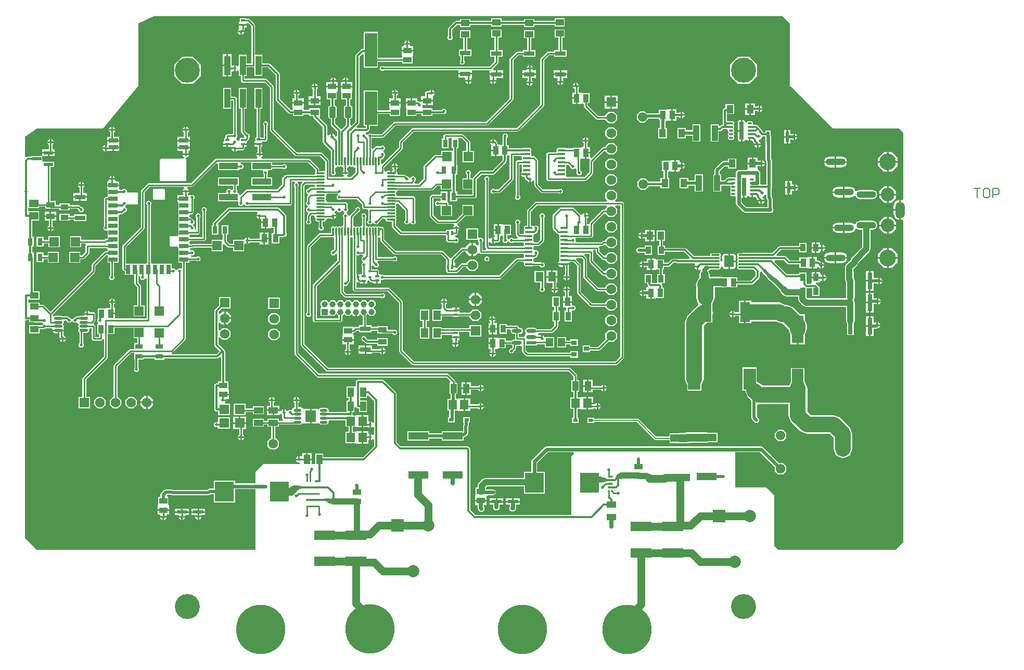
<source format=gbr>
%TF.GenerationSoftware,Altium Limited,Altium Designer,21.0.9 (235)*%
G04 Layer_Physical_Order=1*
G04 Layer_Color=255*
%FSLAX26Y26*%
%MOIN*%
%TF.SameCoordinates,617CA12B-F850-4EA5-9EC3-0E5FEE419536*%
%TF.FilePolarity,Positive*%
%TF.FileFunction,Copper,L1,Top,Signal*%
%TF.Part,Single*%
G01*
G75*
%TA.AperFunction,SMDPad,SMDef*%
G04:AMPARAMS|DCode=10|XSize=12.835mil|YSize=12.598mil|CornerRadius=3.15mil|HoleSize=0mil|Usage=FLASHONLY|Rotation=270.000|XOffset=0mil|YOffset=0mil|HoleType=Round|Shape=RoundedRectangle|*
%AMROUNDEDRECTD10*
21,1,0.012835,0.006299,0,0,270.0*
21,1,0.006535,0.012598,0,0,270.0*
1,1,0.006299,-0.003150,-0.003268*
1,1,0.006299,-0.003150,0.003268*
1,1,0.006299,0.003150,0.003268*
1,1,0.006299,0.003150,-0.003268*
%
%ADD10ROUNDEDRECTD10*%
G04:AMPARAMS|DCode=11|XSize=12.835mil|YSize=30.551mil|CornerRadius=3.209mil|HoleSize=0mil|Usage=FLASHONLY|Rotation=90.000|XOffset=0mil|YOffset=0mil|HoleType=Round|Shape=RoundedRectangle|*
%AMROUNDEDRECTD11*
21,1,0.012835,0.024134,0,0,90.0*
21,1,0.006417,0.030551,0,0,90.0*
1,1,0.006417,0.012067,0.003209*
1,1,0.006417,0.012067,-0.003209*
1,1,0.006417,-0.012067,-0.003209*
1,1,0.006417,-0.012067,0.003209*
%
%ADD11ROUNDEDRECTD11*%
%TA.AperFunction,SMDPad,CuDef*%
%ADD12R,0.033465X0.053150*%
%ADD13O,0.011811X0.057087*%
%ADD14O,0.057087X0.011811*%
%ADD15R,0.059055X0.027559*%
%ADD16R,0.027559X0.059055*%
%ADD17R,0.053150X0.037402*%
%ADD18R,0.037402X0.053150*%
%ADD19R,0.059055X0.059055*%
%ADD20R,0.031496X0.049213*%
G04:AMPARAMS|DCode=21|XSize=61.811mil|YSize=74.016mil|CornerRadius=1.854mil|HoleSize=0mil|Usage=FLASHONLY|Rotation=180.000|XOffset=0mil|YOffset=0mil|HoleType=Round|Shape=RoundedRectangle|*
%AMROUNDEDRECTD21*
21,1,0.061811,0.070307,0,0,180.0*
21,1,0.058102,0.074016,0,0,180.0*
1,1,0.003709,-0.029051,0.035154*
1,1,0.003709,0.029051,0.035154*
1,1,0.003709,0.029051,-0.035154*
1,1,0.003709,-0.029051,-0.035154*
%
%ADD21ROUNDEDRECTD21*%
G04:AMPARAMS|DCode=22|XSize=11.811mil|YSize=53.15mil|CornerRadius=1.949mil|HoleSize=0mil|Usage=FLASHONLY|Rotation=270.000|XOffset=0mil|YOffset=0mil|HoleType=Round|Shape=RoundedRectangle|*
%AMROUNDEDRECTD22*
21,1,0.011811,0.049252,0,0,270.0*
21,1,0.007913,0.053150,0,0,270.0*
1,1,0.003898,-0.024626,-0.003957*
1,1,0.003898,-0.024626,0.003957*
1,1,0.003898,0.024626,0.003957*
1,1,0.003898,0.024626,-0.003957*
%
%ADD22ROUNDEDRECTD22*%
%ADD23R,0.039370X0.098425*%
%ADD24R,0.035433X0.047244*%
G04:AMPARAMS|DCode=25|XSize=25.591mil|YSize=11.811mil|CornerRadius=1.949mil|HoleSize=0mil|Usage=FLASHONLY|Rotation=180.000|XOffset=0mil|YOffset=0mil|HoleType=Round|Shape=RoundedRectangle|*
%AMROUNDEDRECTD25*
21,1,0.025591,0.007913,0,0,180.0*
21,1,0.021693,0.011811,0,0,180.0*
1,1,0.003898,-0.010847,0.003957*
1,1,0.003898,0.010847,0.003957*
1,1,0.003898,0.010847,-0.003957*
1,1,0.003898,-0.010847,-0.003957*
%
%ADD25ROUNDEDRECTD25*%
G04:AMPARAMS|DCode=26|XSize=27.559mil|YSize=114.173mil|CornerRadius=1.929mil|HoleSize=0mil|Usage=FLASHONLY|Rotation=180.000|XOffset=0mil|YOffset=0mil|HoleType=Round|Shape=RoundedRectangle|*
%AMROUNDEDRECTD26*
21,1,0.027559,0.110315,0,0,180.0*
21,1,0.023701,0.114173,0,0,180.0*
1,1,0.003858,-0.011851,0.055157*
1,1,0.003858,0.011851,0.055157*
1,1,0.003858,0.011851,-0.055157*
1,1,0.003858,-0.011851,-0.055157*
%
%ADD26ROUNDEDRECTD26*%
%ADD27R,0.043307X0.055118*%
%ADD28R,0.015748X0.027559*%
%ADD29R,0.027559X0.015748*%
%ADD30R,0.049213X0.061024*%
%ADD31R,0.122047X0.039370*%
%ADD32R,0.039370X0.122047*%
G04:AMPARAMS|DCode=33|XSize=15.748mil|YSize=47.244mil|CornerRadius=1.968mil|HoleSize=0mil|Usage=FLASHONLY|Rotation=90.000|XOffset=0mil|YOffset=0mil|HoleType=Round|Shape=RoundedRectangle|*
%AMROUNDEDRECTD33*
21,1,0.015748,0.043307,0,0,90.0*
21,1,0.011811,0.047244,0,0,90.0*
1,1,0.003937,0.021654,0.005906*
1,1,0.003937,0.021654,-0.005906*
1,1,0.003937,-0.021654,-0.005906*
1,1,0.003937,-0.021654,0.005906*
%
%ADD33ROUNDEDRECTD33*%
%ADD34R,0.037402X0.057087*%
%ADD35R,0.037402X0.055118*%
%ADD36R,0.035433X0.031496*%
%ADD37R,0.064499X0.024329*%
G04:AMPARAMS|DCode=38|XSize=64.499mil|YSize=24.329mil|CornerRadius=12.165mil|HoleSize=0mil|Usage=FLASHONLY|Rotation=180.000|XOffset=0mil|YOffset=0mil|HoleType=Round|Shape=RoundedRectangle|*
%AMROUNDEDRECTD38*
21,1,0.064499,0.000000,0,0,180.0*
21,1,0.040170,0.024329,0,0,180.0*
1,1,0.024329,-0.020085,0.000000*
1,1,0.024329,0.020085,0.000000*
1,1,0.024329,0.020085,0.000000*
1,1,0.024329,-0.020085,0.000000*
%
%ADD38ROUNDEDRECTD38*%
%ADD39O,0.055118X0.017716*%
%ADD40R,0.053150X0.039370*%
%ADD41R,0.033465X0.051181*%
%ADD42R,0.047244X0.057087*%
%ADD43R,0.078740X0.137795*%
%ADD44R,0.074803X0.173228*%
%ADD45R,0.066929X0.031496*%
%ADD46R,0.059055X0.059055*%
%ADD47R,0.059843X0.125984*%
%ADD48R,0.029528X0.106299*%
%ADD49R,0.021654X0.066929*%
%ADD50R,0.043307X0.053150*%
%ADD51R,0.041659X0.053627*%
%ADD52R,0.061024X0.049213*%
%ADD53R,0.059055X0.023622*%
%ADD54R,0.051505X0.031752*%
%ADD55R,0.055118X0.037402*%
%ADD56R,0.049213X0.031496*%
G04:AMPARAMS|DCode=57|XSize=39.37mil|YSize=70.866mil|CornerRadius=3.937mil|HoleSize=0mil|Usage=FLASHONLY|Rotation=180.000|XOffset=0mil|YOffset=0mil|HoleType=Round|Shape=RoundedRectangle|*
%AMROUNDEDRECTD57*
21,1,0.039370,0.062992,0,0,180.0*
21,1,0.031496,0.070866,0,0,180.0*
1,1,0.007874,-0.015748,0.031496*
1,1,0.007874,0.015748,0.031496*
1,1,0.007874,0.015748,-0.031496*
1,1,0.007874,-0.015748,-0.031496*
%
%ADD57ROUNDEDRECTD57*%
%ADD58R,0.078740X0.216535*%
%ADD59R,0.057087X0.037402*%
%ADD60R,0.122992X0.127992*%
%ADD61R,0.066929X0.021654*%
%ADD62R,0.137795X0.062992*%
%ADD63R,0.125000X0.049000*%
%ADD64O,0.049213X0.017716*%
%ADD65R,0.068110X0.072835*%
%ADD66R,0.062992X0.059055*%
%ADD67R,0.040000X0.060000*%
%ADD68R,0.060000X0.040000*%
%ADD69R,0.031496X0.023622*%
%ADD70R,0.055118X0.059055*%
%TA.AperFunction,BGAPad,CuDef*%
%ADD71C,0.012992*%
%TA.AperFunction,Conductor*%
%ADD72C,0.012000*%
%ADD73C,0.010000*%
%ADD74C,0.020000*%
%ADD75C,0.039370*%
%ADD76C,0.022000*%
%ADD77C,0.029528*%
%ADD78C,0.025000*%
%ADD79C,0.019685*%
%ADD80C,0.014000*%
%ADD81C,0.050000*%
%ADD82C,0.100000*%
%ADD83C,0.008000*%
%TA.AperFunction,NonConductor*%
%ADD84C,0.006000*%
%TA.AperFunction,ComponentPad*%
%ADD85C,0.061024*%
%ADD86C,0.061654*%
%ADD87R,0.061654X0.061654*%
%TA.AperFunction,ViaPad*%
%ADD88C,0.160000*%
%TA.AperFunction,ComponentPad*%
%ADD89R,0.061024X0.061024*%
%ADD90C,0.062992*%
%ADD91R,0.062992X0.062992*%
%ADD92R,0.061811X0.061811*%
%ADD93C,0.061811*%
%ADD94C,0.086614*%
%ADD95C,0.106299*%
%ADD96O,0.059055X0.106299*%
%ADD97O,0.125984X0.043307*%
%ADD98C,0.314961*%
%ADD99C,0.039370*%
%ADD100R,0.039370X0.039370*%
%ADD101C,0.078740*%
%ADD102R,0.078740X0.078740*%
%TA.AperFunction,ViaPad*%
%ADD103C,0.020000*%
%ADD104C,0.028000*%
%ADD105C,0.019685*%
%ADD106C,0.015748*%
G36*
X6075000Y5250000D02*
Y4850000D01*
X6350000Y4575000D01*
X6775000D01*
X6800000Y4550000D01*
Y4121183D01*
X6791685Y4115627D01*
X6786535Y4117761D01*
Y4053425D01*
Y3989090D01*
X6791685Y3991223D01*
X6800000Y3985667D01*
Y1925000D01*
X6750000Y1875000D01*
X6000000D01*
X5975000Y1900000D01*
Y2225000D01*
X5925000Y2275000D01*
X5725000D01*
Y2501284D01*
X5882693D01*
X5978488Y2405489D01*
Y2379876D01*
X5999876Y2358488D01*
X6030124D01*
X6051512Y2379876D01*
Y2410124D01*
X6030124Y2431512D01*
X6004511D01*
X5903326Y2532696D01*
X5890315Y2538086D01*
X5890315Y2538086D01*
X4516733D01*
X4516732Y2538086D01*
X4503721Y2532696D01*
X4503721Y2532696D01*
X4424981Y2453956D01*
X4419591Y2440945D01*
X4419591Y2440945D01*
Y2374996D01*
X4370496D01*
Y2336817D01*
X4124952D01*
X4105294Y2328674D01*
X4082231Y2305611D01*
X4074089Y2285953D01*
Y2274228D01*
X4062425D01*
X4062425Y2227516D01*
X4058425Y2219173D01*
X4058425Y2216484D01*
Y2195472D01*
X4095000D01*
X4131575D01*
Y2215694D01*
X4131575Y2219173D01*
X4138874Y2225694D01*
X4173228D01*
X4179024Y2228095D01*
X4179856D01*
X4180444Y2228682D01*
X4186240Y2231083D01*
X4188640Y2236879D01*
X4189228Y2237467D01*
Y2238299D01*
X4191629Y2244095D01*
X4189228Y2249890D01*
Y2250722D01*
X4188640Y2251310D01*
X4186240Y2257106D01*
X4180444Y2259506D01*
X4179856Y2260095D01*
X4179024D01*
X4173228Y2262495D01*
X4129691D01*
Y2274438D01*
X4136468Y2281215D01*
X4370496D01*
Y2235004D01*
X4505488D01*
Y2374996D01*
X4456393D01*
Y2433323D01*
X4524354Y2501284D01*
X4688219D01*
X4692046Y2492046D01*
X4675000Y2475000D01*
Y2099603D01*
X4060498D01*
X4028737Y2131364D01*
Y2517970D01*
X4024932Y2527155D01*
X4017903Y2534184D01*
X4008718Y2537989D01*
X3582742D01*
X3556296Y2564435D01*
Y2874016D01*
X3552492Y2883200D01*
X3473751Y2961940D01*
X3464567Y2965745D01*
X3307087D01*
X3297902Y2961940D01*
X3294098Y2952756D01*
Y2925592D01*
X3286000Y2921000D01*
X3284098Y2921000D01*
X3234000D01*
Y2849000D01*
X3247011D01*
Y2831000D01*
X3234000D01*
Y2759000D01*
X3224555Y2757660D01*
X3126096D01*
X3119414Y2767660D01*
X3120492Y2770262D01*
X3115782Y2781634D01*
X3104410Y2786344D01*
X3072913D01*
X3061541Y2781634D01*
X3059055Y2775632D01*
X3049055Y2777621D01*
Y2778293D01*
X3010000D01*
Y2731876D01*
Y2685459D01*
X3049055D01*
Y2686131D01*
X3059055Y2688120D01*
X3061541Y2682118D01*
X3072913Y2677408D01*
X3104410D01*
X3115782Y2682118D01*
X3120492Y2693490D01*
X3119414Y2696092D01*
X3126096Y2706092D01*
X3229039D01*
Y2664472D01*
X3249610D01*
Y2630528D01*
X3229039D01*
Y2559472D01*
X3291499D01*
X3299843Y2555472D01*
X3304501Y2555472D01*
X3332402D01*
Y2595000D01*
Y2634528D01*
X3304501D01*
X3299843Y2634528D01*
X3291499Y2630528D01*
X3275587D01*
Y2664472D01*
X3291499D01*
X3299843Y2660472D01*
X3304501Y2660472D01*
X3332402D01*
Y2700000D01*
Y2739528D01*
X3304501D01*
X3299843Y2739528D01*
X3291499Y2735528D01*
X3278201D01*
X3272645Y2743842D01*
X3272989Y2744671D01*
Y2759000D01*
X3286000D01*
Y2788419D01*
X3296000Y2790408D01*
X3297902Y2785816D01*
X3307087Y2782011D01*
X3314000D01*
Y2759000D01*
X3366000D01*
Y2831000D01*
X3320075D01*
Y2849000D01*
X3366000D01*
Y2861331D01*
X3376000Y2865474D01*
X3412208Y2829266D01*
Y2693211D01*
X3402208Y2689068D01*
X3394111Y2697165D01*
X3390827D01*
Y2677165D01*
Y2657165D01*
X3394111D01*
X3402208Y2665262D01*
X3412208Y2661120D01*
Y2614470D01*
X3402208Y2610328D01*
X3394111Y2618425D01*
X3390827D01*
Y2598425D01*
Y2578425D01*
X3394111D01*
X3402208Y2586522D01*
X3412208Y2582380D01*
Y2539120D01*
X3341077Y2467989D01*
X3086000D01*
Y2491000D01*
X3034000D01*
Y2425000D01*
X3010000D01*
Y2450000D01*
X2980000D01*
Y2455000D01*
X2975000D01*
Y2495000D01*
X2950000D01*
Y2478427D01*
X2940000Y2474284D01*
X2939284Y2475000D01*
X2936000D01*
Y2455000D01*
X2931000D01*
Y2450000D01*
X2911000D01*
Y2446716D01*
X2922716Y2435000D01*
X2931532D01*
X2939779Y2425205D01*
X2939738Y2425000D01*
X2700000D01*
X2650000Y2375000D01*
Y2301865D01*
X2520488D01*
Y2319996D01*
X2385496D01*
Y2267318D01*
X2357000D01*
X2344754Y2262246D01*
X2341834Y2259326D01*
X2181169D01*
X2179173Y2260153D01*
X2123642D01*
X2116000Y2263318D01*
X2078000D01*
X2065754Y2258246D01*
X2047754Y2240246D01*
X2042682Y2228000D01*
Y2213756D01*
X2027425D01*
X2027425Y2167044D01*
X2023425Y2158701D01*
X2023425Y2156011D01*
Y2135000D01*
X2060000D01*
X2096575D01*
Y2156011D01*
X2096575Y2158701D01*
X2092575Y2167044D01*
X2092575Y2168701D01*
Y2213756D01*
X2089282D01*
X2084589Y2223756D01*
X2088388Y2228682D01*
X2111523D01*
X2119165Y2225516D01*
X2119166Y2225516D01*
X2140535D01*
Y2225181D01*
X2178813D01*
X2180000Y2224690D01*
X2349008D01*
X2361254Y2229762D01*
X2364173Y2232682D01*
X2385496D01*
Y2180004D01*
X2520488D01*
Y2265064D01*
X2650000D01*
Y1875000D01*
X1250000D01*
X1175000Y1950000D01*
Y3342934D01*
X1181102Y3347011D01*
X1202425D01*
Y3334315D01*
X1232955D01*
X1235000Y3333468D01*
X1285211D01*
X1291323Y3324193D01*
X1290726Y3321227D01*
X1283492Y3313993D01*
X1267575D01*
Y3314819D01*
X1202425D01*
Y3263449D01*
X1267575D01*
Y3290180D01*
X1294213D01*
X1296401Y3291087D01*
X1305840D01*
X1310052Y3295298D01*
X1346847D01*
X1352403Y3286984D01*
X1352250Y3286614D01*
X1389291D01*
X1426333D01*
X1422426Y3296048D01*
X1419889Y3297099D01*
X1424075Y3307205D01*
X1422185Y3311768D01*
X1419780Y3320000D01*
X1422185Y3328233D01*
X1424075Y3332795D01*
X1422997Y3335397D01*
X1429679Y3345397D01*
X1439384D01*
X1440693Y3344088D01*
Y3339829D01*
X1450065Y3330457D01*
X1463320D01*
X1470833Y3337970D01*
X1476378Y3339087D01*
X1481923Y3337970D01*
X1489436Y3330457D01*
X1502690D01*
X1513815Y3327439D01*
X1517574Y3318362D01*
X1520111Y3317311D01*
X1515926Y3307205D01*
X1517815Y3302642D01*
X1520220Y3294410D01*
X1517815Y3286177D01*
X1515926Y3281614D01*
X1520636Y3270242D01*
X1523527Y3269045D01*
Y3199698D01*
X1519433Y3195604D01*
Y3182349D01*
X1528806Y3172976D01*
X1542061D01*
X1551433Y3182349D01*
Y3195604D01*
X1547339Y3199698D01*
Y3265532D01*
X1569409D01*
X1580782Y3270242D01*
X1585492Y3281614D01*
X1583966Y3285298D01*
X1590648Y3295298D01*
X1602267D01*
Y3228347D01*
X1605754Y3219927D01*
X1614173Y3216440D01*
X1660039D01*
X1668458Y3219927D01*
X1671007Y3226081D01*
X1681007Y3224091D01*
Y3115168D01*
X1546581Y2980742D01*
X1543094Y2972323D01*
Y2856827D01*
X1518173D01*
Y2783173D01*
X1591827D01*
Y2856827D01*
X1566906D01*
Y2967391D01*
X1701332Y3101817D01*
X1704820Y3110236D01*
Y3257425D01*
X1747732D01*
Y3297724D01*
X1870473D01*
Y3233575D01*
X1894094D01*
Y3201244D01*
X1875394D01*
Y3161513D01*
X1850394D01*
X1841975Y3158025D01*
X1746581Y3062632D01*
X1743094Y3054213D01*
Y2856827D01*
X1739746D01*
X1718173Y2835254D01*
Y2804746D01*
X1739746Y2783173D01*
X1770254D01*
X1791827Y2804746D01*
Y2835254D01*
X1770254Y2856827D01*
X1766906D01*
Y3049281D01*
X1855325Y3137700D01*
X1875394D01*
Y3094756D01*
X1876775D01*
Y3041135D01*
X1873764Y3038124D01*
Y3024869D01*
X1883136Y3015496D01*
X1896391D01*
X1905764Y3024869D01*
Y3038124D01*
X1902753Y3041135D01*
Y3094756D01*
X1936606D01*
Y3102019D01*
X2005394D01*
Y3093260D01*
X2066606D01*
Y3102019D01*
X2406347D01*
X2415531Y3105823D01*
X2422773Y3113065D01*
X2432011Y3109238D01*
Y2954228D01*
X2412425D01*
Y2942516D01*
X2401575D01*
X2392390Y2938712D01*
X2388586Y2929528D01*
Y2775000D01*
X2392390Y2765816D01*
X2401575Y2762011D01*
X2412504D01*
Y2739472D01*
X2487496D01*
Y2810528D01*
X2459253D01*
X2455111Y2820528D01*
X2460945Y2826361D01*
Y2829646D01*
X2440945D01*
Y2839646D01*
X2460945D01*
Y2841772D01*
X2481575D01*
Y2865472D01*
X2445000D01*
Y2875472D01*
X2481575D01*
Y2899173D01*
X2481575D01*
X2477575Y2904827D01*
Y2954228D01*
X2457989D01*
Y3145551D01*
X2454184Y3154736D01*
X2414564Y3194356D01*
Y3234102D01*
X2424564Y3238244D01*
X2439713Y3223095D01*
X2470287D01*
X2491905Y3244713D01*
Y3275287D01*
X2470287Y3296905D01*
X2439713D01*
X2424564Y3281756D01*
X2414564Y3285898D01*
Y3329522D01*
X2423802Y3333349D01*
X2438056Y3319095D01*
X2450000D01*
Y3360000D01*
Y3400905D01*
X2438056D01*
X2423802Y3386651D01*
X2414564Y3390478D01*
Y3401195D01*
X2436463Y3423095D01*
X2491905D01*
Y3496905D01*
X2418095D01*
Y3441463D01*
X2392390Y3415759D01*
X2388586Y3406575D01*
Y3188976D01*
X2392390Y3179792D01*
X2422576Y3149606D01*
X2400966Y3127997D01*
X2114417D01*
X2113701Y3137700D01*
X2122120Y3141187D01*
X2200860Y3219927D01*
X2204347Y3228347D01*
Y3714748D01*
X2227968D01*
Y3728251D01*
X2272744D01*
X2276837Y3724157D01*
X2290092D01*
X2299465Y3733530D01*
Y3746785D01*
X2290092Y3756157D01*
X2276837D01*
X2272744Y3752064D01*
X2243178D01*
X2236678Y3759663D01*
X2237268Y3763431D01*
X2237467Y3763528D01*
X2250722D01*
X2260095Y3772900D01*
Y3786155D01*
X2250722Y3795528D01*
X2237467D01*
X2235833Y3795887D01*
X2232632Y3806828D01*
X2235040Y3809235D01*
X2244095D01*
X2252514Y3812723D01*
X2252885Y3813094D01*
X2370575D01*
Y3789472D01*
X2441630D01*
Y3832705D01*
X2451630Y3836847D01*
X2471896Y3816581D01*
X2480315Y3813094D01*
X2508370D01*
Y3789472D01*
X2579425D01*
Y3835918D01*
X2588664Y3839745D01*
X2590141Y3838268D01*
X2593425D01*
Y3858268D01*
Y3878268D01*
X2590141D01*
X2578425Y3866552D01*
Y3860528D01*
X2508370D01*
Y3836906D01*
X2485247D01*
X2466906Y3855247D01*
Y3894394D01*
X2476748D01*
Y3955606D01*
X2433252D01*
Y3894394D01*
X2443094D01*
Y3869921D01*
X2441630Y3860528D01*
X2433094Y3860528D01*
X2370575D01*
Y3836906D01*
X2247953D01*
X2239534Y3833419D01*
X2230884Y3837204D01*
X2227968Y3840119D01*
Y3846550D01*
X2235039Y3853621D01*
X2322835D01*
X2331254Y3857109D01*
X2334741Y3865528D01*
Y4044397D01*
X2338835Y4048491D01*
Y4061745D01*
X2329462Y4071118D01*
X2316207D01*
X2306835Y4061745D01*
Y4048491D01*
X2310928Y4044397D01*
Y3877434D01*
X2234763D01*
X2227968Y3884228D01*
Y3888778D01*
X2235040Y3895850D01*
X2283465D01*
X2291884Y3899337D01*
X2295371Y3907756D01*
Y4005027D01*
X2299465Y4009121D01*
Y4022375D01*
X2290092Y4031748D01*
X2276837D01*
X2267465Y4022375D01*
Y4009121D01*
X2271558Y4005027D01*
Y3926383D01*
X2268159Y3925707D01*
X2260095Y3934299D01*
Y3943635D01*
X2252582Y3951148D01*
X2251464Y3956693D01*
X2252250Y3960594D01*
X2253241Y3962897D01*
X2260095Y3969751D01*
Y3983005D01*
X2254071Y3989029D01*
X2252514Y3992789D01*
X2242514Y4002789D01*
X2234095Y4006276D01*
X2227968Y4012403D01*
Y4018700D01*
X2235040Y4025771D01*
X2244095D01*
X2252514Y4029258D01*
X2256001Y4037677D01*
Y4123137D01*
X2260095Y4127231D01*
Y4140486D01*
X2250722Y4149858D01*
X2241228D01*
X2237467Y4149859D01*
X2231968Y4148071D01*
X2231968Y4148071D01*
X2219577D01*
X2217851Y4158071D01*
X2224724Y4164944D01*
Y4168228D01*
X2184724D01*
Y4164944D01*
X2191598Y4158071D01*
X2189872Y4148071D01*
X2152913D01*
Y4129291D01*
X2192441D01*
Y4119291D01*
X2152913D01*
Y4100512D01*
X2156913D01*
Y4061205D01*
X2156913D01*
Y4057456D01*
X2156913D01*
Y4024150D01*
X2156913Y4017898D01*
X2156913Y4007898D01*
Y3974591D01*
X2156913D01*
Y3970842D01*
X2156913D01*
Y3937535D01*
X2156913Y3931283D01*
X2156913Y3921283D01*
X2156913Y3892696D01*
X2147504Y3886550D01*
X2147162Y3886691D01*
X2107795D01*
X2103203Y3884789D01*
X2101301Y3880197D01*
Y3825077D01*
X2103203Y3820485D01*
X2107795Y3818582D01*
X2146913D01*
X2147162Y3818582D01*
X2156913Y3812577D01*
X2156913Y3801362D01*
X2156913Y3791362D01*
Y3764307D01*
X2156913Y3758055D01*
X2156913Y3748055D01*
Y3714748D01*
X2180535D01*
Y3680960D01*
X2171982Y3677417D01*
X2158727D01*
X2151214Y3669904D01*
X2145669Y3668787D01*
X2140125Y3669904D01*
X2132612Y3677417D01*
X2119357D01*
X2115764Y3678906D01*
Y3709031D01*
X2082457D01*
X2076205Y3709032D01*
X2066205Y3709031D01*
X2039150D01*
X2032898Y3709032D01*
X2022898Y3709031D01*
X1995842D01*
X1989591Y3709032D01*
X1980410Y3711010D01*
Y4083767D01*
X1984504Y4087861D01*
Y4101116D01*
X1975131Y4110488D01*
X1961877D01*
X1952504Y4101116D01*
Y4087861D01*
X1956598Y4083767D01*
Y3716103D01*
X1949526Y3709032D01*
X1936283Y3709031D01*
X1909228D01*
X1902976Y3709032D01*
X1892976Y3709031D01*
X1865921D01*
X1859669Y3709032D01*
X1849669Y3709031D01*
X1822930D01*
Y3813966D01*
X1937553Y3928589D01*
X1941040Y3937008D01*
Y4168297D01*
X1973436Y4200692D01*
X2190317D01*
X2193904Y4190692D01*
X2184724Y4181513D01*
Y4178228D01*
X2224724D01*
Y4181513D01*
X2215545Y4190692D01*
X2219132Y4200692D01*
X2244095D01*
X2252514Y4204179D01*
X2401677Y4353343D01*
X2411677Y4349201D01*
Y4309315D01*
X2545724D01*
Y4309315D01*
X2552428Y4314709D01*
X2565682D01*
X2575055Y4324081D01*
Y4337336D01*
X2565682Y4346709D01*
X2561341D01*
X2554793Y4356709D01*
X2555432Y4358172D01*
X2624276D01*
Y4309315D01*
X2697742D01*
X2701884Y4299315D01*
X2700535Y4297966D01*
Y4284711D01*
X2704629Y4280618D01*
Y4260685D01*
X2624276D01*
Y4209315D01*
X2758323D01*
Y4260685D01*
X2728442D01*
Y4280618D01*
X2732535Y4284711D01*
Y4297966D01*
X2731186Y4299315D01*
X2735329Y4309315D01*
X2758323D01*
Y4318802D01*
X2823925D01*
X2828018Y4314709D01*
X2841273D01*
X2850646Y4324081D01*
Y4337336D01*
X2841273Y4346709D01*
X2828018D01*
X2823925Y4342615D01*
X2758323D01*
Y4358172D01*
X2987194D01*
X3035062Y4310305D01*
Y4290004D01*
X3034082Y4287638D01*
X3028885Y4279859D01*
X2850630D01*
X2842211Y4276372D01*
X2826227Y4260387D01*
X2822739Y4251968D01*
Y4217530D01*
X2790344Y4185135D01*
X2598425D01*
X2590006Y4181647D01*
X2555724Y4147365D01*
X2545724Y4151508D01*
Y4160685D01*
X2538135D01*
X2535685Y4166601D01*
Y4179856D01*
X2531591Y4183949D01*
Y4209315D01*
X2545724D01*
Y4260685D01*
X2411677D01*
Y4209315D01*
X2507779D01*
Y4186503D01*
X2499091Y4180781D01*
X2494455Y4181715D01*
X2486942Y4189228D01*
X2473688D01*
X2464315Y4179856D01*
Y4166601D01*
X2456765Y4160685D01*
X2411677D01*
Y4109315D01*
X2537112D01*
X2543055Y4101116D01*
X2543055Y4099315D01*
Y4087861D01*
X2552428Y4078488D01*
X2565682D01*
X2573195Y4086001D01*
X2578740Y4087118D01*
X2584285Y4086001D01*
X2591798Y4078488D01*
X2605053D01*
X2609146Y4082582D01*
X2874016D01*
X2882435Y4086069D01*
X2885922Y4094488D01*
Y4236361D01*
X2901358D01*
X2904521Y4226361D01*
X2897386Y4219226D01*
Y4205971D01*
X2901479Y4201877D01*
Y3131614D01*
X2904967Y3123195D01*
X3044455Y2983707D01*
X3052874Y2980220D01*
X3875698D01*
X3899918Y2956000D01*
X3895776Y2946000D01*
X3894000D01*
Y2874000D01*
X3900182D01*
Y2840528D01*
X3881441D01*
Y2769472D01*
X3892682D01*
Y2726187D01*
X3883252D01*
Y2690565D01*
X3926748D01*
Y2708808D01*
X3927318Y2710185D01*
X3927318Y2710186D01*
X3927318Y2710187D01*
Y2769472D01*
X3943901D01*
X3952244Y2765472D01*
X3956902Y2765472D01*
X3984803D01*
Y2805000D01*
Y2844528D01*
X3956902D01*
X3952244Y2844528D01*
X3944818Y2840967D01*
X3939813Y2842604D01*
X3934818Y2847599D01*
Y2874000D01*
X3946000D01*
Y2946000D01*
X3931906D01*
Y2952756D01*
X3928419Y2961175D01*
X3889049Y3000545D01*
X3880630Y3004032D01*
X3057806D01*
X2925292Y3136546D01*
Y4201877D01*
X2929386Y4205971D01*
Y4219226D01*
X2922250Y4226361D01*
X2925414Y4236361D01*
X2946615D01*
X2950442Y4227123D01*
X2944337Y4221017D01*
X2940850Y4212598D01*
Y3188976D01*
X2944337Y3180557D01*
X3101817Y3023077D01*
X3110236Y3019590D01*
X4655698D01*
X4688094Y2987194D01*
Y2961000D01*
X4674000D01*
Y2889000D01*
X4689610D01*
Y2850528D01*
X4669039D01*
Y2779472D01*
X4687799D01*
Y2722811D01*
X4679039D01*
Y2687189D01*
X4722535D01*
Y2722811D01*
X4713776D01*
Y2779472D01*
X4731499D01*
X4739843Y2775472D01*
X4744501Y2775472D01*
X4772402D01*
Y2815000D01*
Y2854528D01*
X4744501D01*
X4739843Y2854528D01*
X4731499Y2850528D01*
X4715587D01*
Y2889000D01*
X4726000D01*
Y2961000D01*
X4711906D01*
Y2992126D01*
X4708419Y3000545D01*
X4669049Y3039915D01*
X4660630Y3043402D01*
X3115168D01*
X2964662Y3193908D01*
Y4207667D01*
X2973672Y4216676D01*
X3028884D01*
X3034082Y4208898D01*
X3028885Y4201119D01*
X3008110D01*
X2999691Y4197632D01*
X2991288Y4189228D01*
X2985499D01*
X2976126Y4179856D01*
Y4166601D01*
X2985499Y4157228D01*
X2985592D01*
X2989419Y4147989D01*
X2983707Y4142277D01*
X2980220Y4133858D01*
Y4105209D01*
X2976126Y4101116D01*
Y4087861D01*
X2983639Y4080348D01*
X2984756Y4074803D01*
X2983639Y4069258D01*
X2976126Y4061745D01*
Y4048491D01*
X2985499Y4039118D01*
X2985592D01*
X2989419Y4029879D01*
X2983707Y4024167D01*
X2980220Y4015748D01*
Y3987099D01*
X2976126Y3983005D01*
Y3969751D01*
X2985499Y3960378D01*
X2998753D01*
X3008126Y3969751D01*
Y3983005D01*
X3004032Y3987099D01*
Y4010816D01*
X3013042Y4019826D01*
X3024555D01*
X3029753Y4012047D01*
X3034795Y3999874D01*
X3036842Y3999026D01*
X3034082Y3992362D01*
X3037856Y3983250D01*
X3046968Y3979476D01*
X3056618D01*
Y3945387D01*
X3054866Y3943635D01*
Y3930381D01*
X3064239Y3921008D01*
X3077494D01*
X3086866Y3930381D01*
Y3943635D01*
X3082595Y3947906D01*
Y3979476D01*
X3092244D01*
X3101356Y3983250D01*
X3105131Y3992362D01*
X3112733Y4000141D01*
X3136929D01*
X3141322Y3995748D01*
X3144606D01*
Y4015748D01*
X3149606D01*
Y4020748D01*
X3169606D01*
Y4024032D01*
X3162093Y4031545D01*
X3158221Y4036550D01*
X3161407Y4044291D01*
X3163747Y4046631D01*
X3169291Y4047748D01*
X3174836Y4046631D01*
X3182349Y4039118D01*
X3195604D01*
X3203117Y4046631D01*
X3208662Y4047748D01*
X3214206Y4046631D01*
X3219859Y4040978D01*
X3220977Y4035433D01*
X3219859Y4029888D01*
X3212347Y4022375D01*
Y4009121D01*
X3214196Y4007271D01*
Y3955328D01*
X3206417Y3950131D01*
X3197305Y3946356D01*
X3195844Y3946356D01*
X3186732Y3950131D01*
X3177620Y3946356D01*
X3176159Y3946356D01*
X3167047Y3950131D01*
X3157935Y3946356D01*
X3156474Y3946356D01*
X3147362Y3950131D01*
X3138250Y3946356D01*
X3134476Y3937244D01*
Y3903875D01*
X3065197D01*
X3056778Y3900388D01*
X2983707Y3827317D01*
X2980220Y3818898D01*
Y3396548D01*
X2976126Y3392454D01*
Y3379199D01*
X2985499Y3369827D01*
X2998753D01*
X3008126Y3379199D01*
Y3392454D01*
X3004032Y3396548D01*
Y3813966D01*
X3070129Y3880062D01*
X3144996D01*
X3147362Y3879082D01*
X3155141Y3873885D01*
Y3801900D01*
X3148768Y3795528D01*
X3142979D01*
X3133606Y3786155D01*
Y3772900D01*
X3142979Y3763528D01*
X3156234D01*
X3164826Y3772120D01*
X3174826Y3771016D01*
Y3729654D01*
X3023077Y3577905D01*
X3019590Y3569486D01*
Y3346457D01*
X3023077Y3338038D01*
X3031496Y3334550D01*
X3195000D01*
X3203419Y3338038D01*
X3206906Y3346457D01*
Y3375582D01*
X3220000Y3388676D01*
X3234361Y3374315D01*
X3255639D01*
X3267172Y3385847D01*
X3282704Y3370315D01*
X3290000D01*
Y3400000D01*
X3300000D01*
Y3370315D01*
X3307296D01*
X3322828Y3385847D01*
X3334361Y3374315D01*
X3338094D01*
Y3313677D01*
X3315535D01*
Y3303906D01*
X3294000D01*
X3287575Y3301245D01*
X3277575Y3304229D01*
Y3304228D01*
X3212425D01*
X3212425Y3257516D01*
X3208425Y3249173D01*
X3208425Y3246484D01*
Y3225472D01*
X3245000D01*
X3281575D01*
Y3246484D01*
X3281575Y3249173D01*
X3277575Y3257516D01*
X3277575Y3263668D01*
X3281528Y3267621D01*
X3289947Y3271109D01*
X3298932Y3280094D01*
X3315535D01*
Y3270181D01*
X3394465D01*
Y3280023D01*
X3430457D01*
Y3260299D01*
X3499543D01*
Y3260810D01*
X3527586D01*
X3536680Y3251716D01*
X3549934D01*
X3559307Y3261089D01*
Y3274344D01*
X3549934Y3283716D01*
X3540495D01*
X3538307Y3284623D01*
X3499543D01*
Y3309701D01*
X3430457D01*
Y3303835D01*
X3394465D01*
Y3313677D01*
X3361906D01*
Y3380582D01*
X3370000Y3388676D01*
X3384361Y3374315D01*
X3405639D01*
X3420685Y3389361D01*
Y3410639D01*
X3406324Y3425000D01*
X3420685Y3439361D01*
Y3460639D01*
X3405639Y3475685D01*
X3384361D01*
X3370000Y3461324D01*
X3355639Y3475685D01*
X3334361D01*
X3320000Y3461324D01*
X3305639Y3475685D01*
X3284361D01*
X3270000Y3461324D01*
X3255639Y3475685D01*
X3234361D01*
X3220000Y3461324D01*
X3205639Y3475685D01*
X3184361D01*
X3170000Y3461324D01*
X3155639Y3475685D01*
X3134361D01*
X3120000Y3461324D01*
X3105639Y3475685D01*
X3084361D01*
X3069315Y3460639D01*
Y3439361D01*
X3073752Y3434924D01*
X3069925Y3425685D01*
X3069315D01*
Y3374315D01*
X3120685D01*
Y3374925D01*
X3129924Y3378752D01*
X3134361Y3374315D01*
X3155639D01*
X3170000Y3388676D01*
X3183094Y3375582D01*
Y3358363D01*
X3043402D01*
Y3564555D01*
X3185272Y3706424D01*
X3194511Y3702597D01*
Y3525866D01*
X3197998Y3517447D01*
X3219927Y3495518D01*
X3228347Y3492031D01*
X3453846D01*
X3457939Y3487937D01*
X3471194D01*
X3480567Y3497310D01*
Y3510564D01*
X3471194Y3519937D01*
X3457939D01*
X3453846Y3515843D01*
X3233278D01*
X3218324Y3530798D01*
Y3565271D01*
X3221719Y3566677D01*
X3234974D01*
X3244347Y3576050D01*
Y3581839D01*
X3254206Y3591699D01*
X3257694Y3600118D01*
Y3873885D01*
X3265472Y3879082D01*
X3273251Y3873884D01*
Y3543307D01*
X3276738Y3534888D01*
X3285157Y3531401D01*
X3499005D01*
X3570771Y3459635D01*
Y3149606D01*
X3574258Y3141187D01*
X3652998Y3062447D01*
X3661417Y3058960D01*
X4960630D01*
X4969049Y3062447D01*
X5008419Y3101817D01*
X5011906Y3110236D01*
Y4094488D01*
X5008419Y4102907D01*
X5000000Y4106395D01*
X4958564D01*
X4954422Y4116395D01*
X4967496Y4129469D01*
Y4160531D01*
X4945531Y4182496D01*
X4914469D01*
X4892504Y4160531D01*
Y4129469D01*
X4905578Y4116395D01*
X4901436Y4106395D01*
X4448819D01*
X4440400Y4102907D01*
X4394376Y4056884D01*
X4390889Y4048465D01*
Y3951706D01*
X4381142D01*
X4375043Y3949180D01*
X4372517Y3943081D01*
Y3931270D01*
X4374783Y3924380D01*
X4372517Y3917490D01*
Y3905679D01*
X4364322Y3899332D01*
X4345853D01*
X4342615Y3902570D01*
Y3965657D01*
X4346709Y3969751D01*
Y3983005D01*
X4337336Y3992378D01*
X4324081D01*
X4314709Y3983005D01*
Y3969751D01*
X4318802Y3965657D01*
Y3897638D01*
X4322290Y3889219D01*
X4331334Y3880174D01*
X4330427Y3874677D01*
X4328269Y3870174D01*
X4302060D01*
X4297966Y3874268D01*
X4284711D01*
X4277198Y3866755D01*
X4274233Y3866157D01*
X4264957Y3872269D01*
Y3892425D01*
X4289228D01*
Y3957575D01*
X4242516Y3957575D01*
X4234173Y3961575D01*
X4231484Y3961575D01*
X4210472D01*
Y3925000D01*
X4205472D01*
Y3920000D01*
X4176772D01*
Y3888425D01*
X4186915D01*
X4187434Y3885815D01*
X4178739Y3878268D01*
X4178228D01*
Y3858268D01*
Y3838268D01*
X4181513D01*
X4189606Y3846361D01*
X4205472D01*
X4213891Y3849849D01*
X4217379Y3858268D01*
Y3881354D01*
X4224450Y3888425D01*
X4234173Y3888425D01*
X4238980Y3880416D01*
Y3867906D01*
X4235968Y3864895D01*
Y3851640D01*
X4245341Y3842268D01*
X4258596D01*
X4266109Y3849781D01*
X4271654Y3850898D01*
X4277198Y3849781D01*
X4284711Y3842268D01*
X4297966D01*
X4302060Y3846361D01*
X4364854D01*
X4372517Y3837923D01*
Y3828908D01*
X4364915Y3821129D01*
X4148465D01*
X4145765Y3823829D01*
Y3843860D01*
X4155765Y3847447D01*
X4164944Y3838268D01*
X4168228D01*
Y3858268D01*
Y3878268D01*
X4164944D01*
X4155765Y3869088D01*
X4145765Y3872675D01*
Y4241247D01*
X4149858Y4245341D01*
Y4258596D01*
X4140486Y4267968D01*
X4127231D01*
X4117858Y4258596D01*
Y4245341D01*
X4121952Y4241247D01*
Y3818898D01*
X4125439Y3810479D01*
X4130380Y3805538D01*
X4126238Y3795538D01*
X4106395D01*
Y3847547D01*
X4110488Y3851640D01*
Y3864895D01*
X4101116Y3874268D01*
X4087861D01*
X4086905Y3873312D01*
X4076905Y3877455D01*
Y3936738D01*
X4003095D01*
Y3862927D01*
X4068488D01*
X4076905Y3862927D01*
X4078488Y3853583D01*
Y3851640D01*
X4082582Y3847547D01*
Y3829242D01*
X4072582Y3825100D01*
X4056944Y3840738D01*
X4045000D01*
Y3799832D01*
Y3758927D01*
X4056944D01*
X4074655Y3776638D01*
X4086069Y3775213D01*
X4086293Y3775120D01*
X4094488Y3771726D01*
X4364915D01*
X4372517Y3763947D01*
Y3752136D01*
X4364915Y3744357D01*
X4328221D01*
X4319802Y3740870D01*
X4212886Y3633954D01*
X3475288D01*
X3471194Y3638047D01*
X3457940D01*
X3449780Y3641427D01*
Y3642654D01*
X3441906D01*
Y3661417D01*
X3438419Y3669836D01*
X3430000Y3673324D01*
X3396548D01*
X3395489Y3674383D01*
Y3693666D01*
X3405489Y3698633D01*
X3409197Y3695822D01*
Y3694160D01*
X3418570Y3684787D01*
X3431824D01*
X3441197Y3694160D01*
Y3707415D01*
X3431824Y3716787D01*
X3431280Y3718251D01*
X3438231Y3728251D01*
X3532586D01*
X3536680Y3724157D01*
X3549934D01*
X3559307Y3733530D01*
Y3746785D01*
X3549934Y3756157D01*
X3536680D01*
X3532586Y3752064D01*
X3434859D01*
Y3873885D01*
X3442638Y3879082D01*
X3442660Y3879091D01*
X3452661Y3872410D01*
Y3858268D01*
X3456148Y3849849D01*
X3534888Y3771109D01*
X3543307Y3767621D01*
X3840698D01*
X3873094Y3735226D01*
Y3709780D01*
X3871126D01*
Y3670220D01*
X3873094D01*
Y3661417D01*
X3876581Y3652998D01*
X3885000Y3649511D01*
X3937008D01*
X3945427Y3652998D01*
X3980355Y3687926D01*
X4003095D01*
Y3684546D01*
X4024713Y3662927D01*
X4055287D01*
X4076905Y3684546D01*
Y3715119D01*
X4055287Y3736738D01*
X4024713D01*
X4003095Y3715119D01*
Y3711739D01*
X3975423D01*
X3967004Y3708252D01*
X3940433Y3681681D01*
X3932419Y3685000D01*
X3912559D01*
Y3695000D01*
X3930433D01*
Y3713780D01*
X3924465D01*
Y3731082D01*
X3981310Y3787926D01*
X3999095D01*
Y3782889D01*
X4023056Y3758927D01*
X4035000D01*
Y3799832D01*
Y3840738D01*
X4023056D01*
X3999095Y3816776D01*
Y3811739D01*
X3976378D01*
X3967959Y3808252D01*
X3905427Y3745719D01*
X3898576Y3745665D01*
X3894226Y3746629D01*
X3893419Y3748577D01*
X3854049Y3787947D01*
X3845630Y3791434D01*
X3548239D01*
X3476473Y3863199D01*
Y3932244D01*
X3472986Y3940663D01*
X3464567Y3944150D01*
X3452664D01*
X3451750Y3946356D01*
X3442638Y3950131D01*
X3433526Y3946356D01*
X3432065Y3946356D01*
X3422953Y3950131D01*
X3413841Y3946356D01*
X3412380Y3946356D01*
X3403268Y3950131D01*
X3394156Y3946356D01*
X3392695Y3946356D01*
X3383583Y3950131D01*
X3374471Y3946356D01*
X3373010D01*
X3363898Y3950131D01*
X3358363Y3953829D01*
Y4005027D01*
X3362457Y4009121D01*
Y4022375D01*
X3353084Y4031748D01*
X3339829D01*
X3330457Y4022375D01*
Y4009121D01*
X3334550Y4005027D01*
Y3956803D01*
X3324550Y3950121D01*
X3324528Y3950131D01*
X3315416Y3946356D01*
X3313954Y3946356D01*
X3304843Y3950131D01*
X3295731Y3946356D01*
X3294269Y3946356D01*
X3285158Y3950131D01*
X3277379Y3955328D01*
Y4008572D01*
X3307925Y4039118D01*
X3313714D01*
X3323087Y4048491D01*
Y4061745D01*
X3313714Y4071118D01*
X3300459D01*
X3291087Y4061745D01*
Y4055956D01*
X3257053Y4021923D01*
X3254347Y4015388D01*
X3244347Y4017377D01*
Y4022375D01*
X3236834Y4029888D01*
X3235716Y4035433D01*
X3236834Y4040978D01*
X3244347Y4048491D01*
Y4061745D01*
X3240253Y4065839D01*
Y4090787D01*
X3236765Y4099206D01*
X3228347Y4102694D01*
X3110328D01*
X3105131Y4110472D01*
X3101356Y4119584D01*
X3101356Y4121046D01*
X3105078Y4130031D01*
X3105131Y4130158D01*
X3104666Y4131279D01*
X3101612Y4140000D01*
X3104666Y4148721D01*
X3105131Y4149842D01*
X3110328Y4157621D01*
X3176948D01*
X3180112Y4147621D01*
X3172976Y4140486D01*
Y4127231D01*
X3182349Y4117858D01*
X3195604D01*
X3199698Y4121952D01*
X3302155D01*
X3334550Y4089557D01*
Y4071102D01*
X3338038Y4062683D01*
X3346457Y4059196D01*
X3368723D01*
X3373921Y4051417D01*
Y3987099D01*
X3369827Y3983005D01*
Y3969751D01*
X3379199Y3960378D01*
X3392454D01*
X3399967Y3967891D01*
X3405512Y3969008D01*
X3411057Y3967891D01*
X3418570Y3960378D01*
X3431824D01*
X3441197Y3969751D01*
Y3975540D01*
X3465798Y4000141D01*
X3479672D01*
X3484869Y3992362D01*
X3488644Y3983250D01*
X3497756Y3979476D01*
X3526125D01*
Y3949646D01*
X3529613Y3941227D01*
X3574258Y3896581D01*
X3582677Y3893094D01*
X3871126D01*
Y3885220D01*
X3873094D01*
Y3858268D01*
X3876581Y3849849D01*
X3885000Y3846361D01*
X3926287D01*
X3930381Y3842268D01*
X3943635D01*
X3953008Y3851640D01*
Y3864895D01*
X3943635Y3874268D01*
X3937553D01*
X3930433Y3881221D01*
Y3893094D01*
X3937008D01*
X3945427Y3896581D01*
X3948914Y3905000D01*
Y3920630D01*
X3957008Y3928724D01*
Y3932008D01*
X3917008D01*
Y3928780D01*
X3894685D01*
Y3924780D01*
X3871126D01*
Y3916906D01*
X3587609D01*
X3549938Y3954577D01*
Y3982336D01*
X3552144Y3983250D01*
X3555918Y3992362D01*
X3552144Y4001474D01*
X3552144Y4002935D01*
X3555918Y4012047D01*
X3552144Y4021159D01*
X3552144Y4022620D01*
X3555918Y4031732D01*
X3552144Y4040844D01*
X3552144Y4042305D01*
X3555918Y4051417D01*
X3552144Y4060529D01*
X3552144Y4061990D01*
X3555918Y4071102D01*
X3552144Y4080214D01*
X3552144Y4081675D01*
X3555918Y4090787D01*
X3564763Y4095564D01*
X3610141Y4050186D01*
Y3987099D01*
X3606047Y3983005D01*
Y3969751D01*
X3615420Y3960378D01*
X3628675D01*
X3636188Y3967891D01*
X3641732Y3969008D01*
X3647277Y3967891D01*
X3654790Y3960378D01*
X3668045D01*
X3677417Y3969751D01*
Y3983005D01*
X3673324Y3987099D01*
Y4130158D01*
X3669836Y4138577D01*
X3661417Y4142064D01*
X3561115D01*
X3555918Y4149843D01*
X3552144Y4158954D01*
X3552144Y4160416D01*
X3555918Y4169528D01*
X3561115Y4177306D01*
X3779528D01*
X3787947Y4180794D01*
X3815247Y4208094D01*
X3839472D01*
Y4184472D01*
X3908507D01*
Y4170606D01*
X3899748D01*
Y4109394D01*
X3943244D01*
Y4127011D01*
X4055118D01*
X4064302Y4130816D01*
X4068107Y4140000D01*
Y4246588D01*
X4099868Y4278350D01*
X4173228D01*
X4182413Y4282154D01*
X4258712Y4358453D01*
X4262516Y4367638D01*
Y4402425D01*
X4274228D01*
X4279432Y4394581D01*
Y4256900D01*
X4207667Y4185135D01*
X4183949D01*
X4179856Y4189228D01*
X4166601D01*
X4157228Y4179856D01*
Y4166601D01*
X4166601Y4157228D01*
X4179856D01*
X4183949Y4161322D01*
X4212598D01*
X4221017Y4164809D01*
X4299758Y4243550D01*
X4303245Y4251968D01*
Y4399275D01*
X4349915D01*
X4357517Y4391496D01*
Y4379685D01*
X4349915Y4371906D01*
X4330709D01*
X4322290Y4368419D01*
X4318802Y4360000D01*
Y4144579D01*
X4314709Y4140486D01*
Y4127231D01*
X4324081Y4117858D01*
X4337336D01*
X4346709Y4127231D01*
Y4140486D01*
X4342615Y4144579D01*
Y4341474D01*
X4349020Y4343944D01*
X4357517Y4337241D01*
Y4328504D01*
X4359783Y4321614D01*
X4357517Y4314724D01*
Y4302913D01*
X4359072Y4299160D01*
X4356981Y4298294D01*
X4353187Y4289134D01*
Y4288229D01*
X4387795D01*
Y4278229D01*
X4353187D01*
Y4277323D01*
X4356981Y4268163D01*
X4366142Y4264368D01*
X4375889D01*
Y4261968D01*
X4379376Y4253550D01*
X4389376Y4243550D01*
X4389730Y4243403D01*
X4401164Y4231968D01*
X4404449D01*
Y4251968D01*
X4414449D01*
Y4231968D01*
X4417733D01*
X4426913Y4241148D01*
X4436913Y4237561D01*
Y4212598D01*
X4440400Y4204179D01*
X4479770Y4164809D01*
X4488189Y4161322D01*
X4595578D01*
X4599672Y4157228D01*
X4612927D01*
X4622299Y4166601D01*
Y4179856D01*
X4612927Y4189228D01*
X4599672D01*
X4595578Y4185135D01*
X4493121D01*
X4460725Y4217530D01*
Y4370079D01*
X4457238Y4378498D01*
X4441726Y4394010D01*
X4433307Y4397497D01*
X4425676D01*
X4418074Y4405276D01*
Y4417087D01*
X4415808Y4423976D01*
X4418074Y4430866D01*
Y4442677D01*
X4415548Y4448776D01*
X4409449Y4451302D01*
X4366142D01*
X4360043Y4448776D01*
X4359717Y4447989D01*
X4274228D01*
Y4467575D01*
X4262516D01*
Y4515480D01*
X4267968Y4520932D01*
Y4534186D01*
X4258596Y4543559D01*
X4245341D01*
X4235968Y4534186D01*
Y4520932D01*
X4236539Y4520361D01*
Y4474646D01*
X4231616Y4469723D01*
X4226539Y4468043D01*
X4219173Y4471575D01*
X4216484Y4471575D01*
X4202379D01*
Y4478189D01*
X4198891Y4486608D01*
X4193228Y4492271D01*
Y4496473D01*
X4181513Y4508189D01*
X4178228D01*
Y4488189D01*
X4173228D01*
Y4483189D01*
X4153228D01*
Y4479905D01*
X4161772Y4471361D01*
Y4440000D01*
X4190472D01*
Y4435000D01*
X4195472D01*
Y4398425D01*
X4216484D01*
X4219173Y4398425D01*
X4226539Y4401957D01*
X4231616Y4400277D01*
X4236539Y4395354D01*
Y4373018D01*
X4167848Y4304327D01*
X4094488D01*
X4085304Y4300523D01*
X4045934Y4261153D01*
X4043604Y4255528D01*
X4027654D01*
Y4280618D01*
X4031748Y4284711D01*
Y4297966D01*
X4022375Y4307339D01*
X4009121D01*
X3999748Y4297966D01*
Y4284711D01*
X4003842Y4280618D01*
Y4255528D01*
X3977268D01*
Y4184472D01*
X4042129D01*
Y4152989D01*
X3943244D01*
Y4170606D01*
X3934485D01*
Y4279394D01*
X3943244D01*
Y4340606D01*
X3942989D01*
Y4449394D01*
X3951748D01*
Y4505653D01*
X3951748Y4510606D01*
X3959658Y4515653D01*
X3970698D01*
X4003094Y4483257D01*
Y4430528D01*
X3979472D01*
Y4359472D01*
X4050528D01*
Y4430528D01*
X4026906D01*
Y4488189D01*
X4023419Y4496608D01*
X3984049Y4535978D01*
X3975630Y4539465D01*
X3867008D01*
X3858589Y4535978D01*
X3855102Y4527559D01*
Y4510606D01*
X3845260D01*
Y4449394D01*
X3888756D01*
Y4510606D01*
X3896666Y4515653D01*
X3900342D01*
X3908252Y4510606D01*
X3908252Y4505653D01*
Y4449394D01*
X3917011D01*
Y4438755D01*
X3912732Y4430528D01*
X3841677D01*
Y4406906D01*
X3804449D01*
X3796030Y4403419D01*
X3731738Y4339128D01*
X3728251Y4330709D01*
Y4253199D01*
X3695856Y4220804D01*
X3673542D01*
X3669715Y4230043D01*
X3669836Y4230164D01*
X3673324Y4238583D01*
Y4241247D01*
X3677417Y4245341D01*
Y4258596D01*
X3668045Y4267968D01*
X3654790D01*
X3647277Y4260456D01*
X3641732Y4259338D01*
X3636188Y4260456D01*
X3628675Y4267968D01*
X3622885D01*
X3614482Y4276372D01*
X3606063Y4279859D01*
X3565445D01*
X3560247Y4287638D01*
X3555213Y4299791D01*
Y4314331D01*
X3563307Y4322424D01*
Y4325709D01*
X3523307D01*
Y4322424D01*
X3530878Y4314854D01*
X3530138Y4304854D01*
X3525393D01*
Y4287638D01*
X3515393D01*
Y4304854D01*
X3497756D01*
X3486473Y4300180D01*
X3476473Y4303768D01*
Y4325777D01*
X3591096Y4440400D01*
X3594584Y4448819D01*
Y4483257D01*
X3666349Y4555023D01*
X4330709D01*
X4339128Y4558510D01*
X4496608Y4715990D01*
X4500095Y4724409D01*
Y5012627D01*
X4532491Y5045023D01*
X4565535D01*
Y5035181D01*
X4644465D01*
Y5078677D01*
X4616906D01*
Y5158882D01*
X4632575D01*
Y5210252D01*
X4567425D01*
Y5158882D01*
X4593094D01*
Y5078677D01*
X4565535D01*
Y5068835D01*
X4527559D01*
X4519140Y5065348D01*
X4479770Y5025978D01*
X4476283Y5017559D01*
Y4729341D01*
X4325777Y4578835D01*
X3661417D01*
X3652998Y4575348D01*
X3574258Y4496608D01*
X3570771Y4488189D01*
Y4453751D01*
X3465524Y4348504D01*
X3455524Y4352646D01*
Y4365147D01*
X3455626Y4365394D01*
Y4375482D01*
X3463751Y4378847D01*
X3473751Y4388847D01*
X3477556Y4398032D01*
Y4399810D01*
X3480567Y4402821D01*
Y4416076D01*
X3473054Y4423589D01*
X3471937Y4429134D01*
X3473054Y4434679D01*
X3480567Y4442191D01*
Y4455446D01*
X3471194Y4464819D01*
X3457939D01*
X3453846Y4460725D01*
X3425197D01*
X3416778Y4457238D01*
X3404728Y4445188D01*
X3395489Y4449015D01*
Y4514594D01*
X3396548Y4515653D01*
X3464567D01*
X3472986Y4519140D01*
X3548239Y4594393D01*
X4133858D01*
X4142277Y4597880D01*
X4299758Y4755360D01*
X4303245Y4763779D01*
Y5012627D01*
X4335640Y5045023D01*
X4365535D01*
Y5035181D01*
X4444465D01*
Y5078677D01*
X4416906D01*
Y5153882D01*
X4437575D01*
Y5205252D01*
X4372425D01*
Y5153882D01*
X4393094D01*
Y5078677D01*
X4365535D01*
Y5068835D01*
X4330709D01*
X4322290Y5065348D01*
X4282920Y5025978D01*
X4279432Y5017559D01*
Y4768711D01*
X4128927Y4618206D01*
X3543307D01*
X3534888Y4614718D01*
X3459635Y4539465D01*
X3396548D01*
X3392454Y4543559D01*
X3379199D01*
X3371686Y4536046D01*
X3366142Y4534929D01*
X3361596Y4535845D01*
X3356948Y4542011D01*
X3360422Y4552011D01*
X3364000D01*
X3373184Y4555816D01*
X3381184Y4563816D01*
X3384989Y4573000D01*
Y4591717D01*
X3435370D01*
Y4668094D01*
X3512425D01*
Y4655299D01*
X3577575D01*
X3577575Y4702011D01*
X3581575Y4710354D01*
X3581575Y4713044D01*
Y4734055D01*
X3545000D01*
X3508425D01*
Y4713044D01*
X3508425Y4710354D01*
X3512425Y4702011D01*
X3512425Y4698977D01*
X3505354Y4691906D01*
X3435370D01*
Y4820252D01*
X3344630D01*
Y4591717D01*
X3359011D01*
Y4578380D01*
X3358620Y4577989D01*
X3301423D01*
X3297596Y4587227D01*
X3314184Y4603816D01*
X3317989Y4613000D01*
Y5035620D01*
X3334630Y5052261D01*
X3344630Y5048119D01*
Y4965732D01*
X3435370D01*
Y5003566D01*
X3592425D01*
Y4990772D01*
X3657575D01*
X3657575Y5037484D01*
X3661575Y5045827D01*
X3661575Y5048516D01*
Y5069528D01*
X3625000D01*
X3588425D01*
Y5048516D01*
X3588425Y5045827D01*
X3592425Y5037484D01*
X3592425Y5034450D01*
X3585354Y5027379D01*
X3435370D01*
Y5194268D01*
X3344630D01*
Y5085989D01*
X3337000D01*
X3327816Y5082184D01*
X3295816Y5050184D01*
X3292011Y5041000D01*
Y4618380D01*
X3267201Y4593570D01*
X3257201Y4597712D01*
Y4637748D01*
X3259961D01*
X3267566Y4640899D01*
X3270716Y4648504D01*
Y4711496D01*
X3267566Y4719101D01*
X3259961Y4722252D01*
X3257201D01*
Y4760299D01*
X3267575D01*
X3267575Y4807011D01*
X3271575Y4815354D01*
X3271575Y4818044D01*
Y4839055D01*
X3235000D01*
X3198425D01*
Y4818044D01*
X3198425Y4815354D01*
X3202425Y4807011D01*
X3202425Y4805354D01*
Y4760299D01*
X3231224D01*
Y4722252D01*
X3228465D01*
X3220859Y4719101D01*
X3217709Y4711496D01*
Y4648504D01*
X3220859Y4640899D01*
X3228465Y4637748D01*
X3231224D01*
Y4596593D01*
X3205799Y4571168D01*
X3193929Y4573440D01*
X3159989Y4607380D01*
Y4637748D01*
X3161535D01*
X3169141Y4640899D01*
X3172291Y4648504D01*
Y4711496D01*
X3169141Y4719101D01*
X3161535Y4722252D01*
X3158776D01*
Y4760299D01*
X3172575D01*
X3172575Y4807011D01*
X3176575Y4815354D01*
X3176575Y4818044D01*
Y4839055D01*
X3140000D01*
X3103425D01*
Y4818044D01*
X3103425Y4815354D01*
X3107425Y4807011D01*
X3107425Y4805354D01*
Y4760299D01*
X3132799D01*
Y4722252D01*
X3130039D01*
X3122434Y4719101D01*
X3119284Y4711496D01*
Y4648504D01*
X3122434Y4640899D01*
X3130039Y4637748D01*
X3134011D01*
Y4602000D01*
X3137816Y4592816D01*
X3173744Y4556888D01*
Y4529424D01*
X3163744Y4524277D01*
X3161000Y4526236D01*
Y4530284D01*
X3149284Y4542000D01*
X3146000D01*
Y4522000D01*
X3136000D01*
Y4542000D01*
X3132716D01*
X3121071Y4530355D01*
X3111071Y4530456D01*
Y4590000D01*
X3106950Y4599950D01*
X3060056Y4646843D01*
X3063559Y4655299D01*
X3063559D01*
Y4704701D01*
X2996441D01*
Y4694071D01*
X2964646D01*
X2961169Y4697548D01*
X2958562Y4704071D01*
X2961575Y4710354D01*
X2961575Y4713044D01*
Y4734055D01*
X2925000D01*
X2888425D01*
Y4713044D01*
X2888425Y4710354D01*
X2891956Y4702989D01*
X2890277Y4697912D01*
X2888212Y4695847D01*
X2876538D01*
X2808264Y4764120D01*
Y4921260D01*
X2804460Y4930444D01*
X2745720Y4989184D01*
X2736535Y4992989D01*
X2695685D01*
Y5047024D01*
X2649702D01*
Y5236221D01*
X2646214Y5244640D01*
X2614876Y5275978D01*
X2606457Y5279465D01*
X2589780D01*
Y5281433D01*
X2550220D01*
Y5257874D01*
X2546220D01*
Y5245000D01*
X2570000D01*
X2593780D01*
Y5250210D01*
X2603780Y5253398D01*
X2625889Y5231289D01*
Y4991906D01*
X2595685D01*
Y5047024D01*
X2544315D01*
Y4978426D01*
X2534315Y4974284D01*
X2527969Y4980630D01*
X2524685D01*
Y4960630D01*
Y4940630D01*
X2527969D01*
X2534315Y4946976D01*
X2544315Y4942833D01*
Y4912976D01*
X2558094D01*
Y4881890D01*
X2561581Y4873471D01*
X2570000Y4869984D01*
X2711604D01*
X2743999Y4837588D01*
Y4566929D01*
X2747486Y4558510D01*
X2904967Y4401030D01*
X2913386Y4397542D01*
X3065934D01*
X3098330Y4365147D01*
Y4304591D01*
X3092244Y4300524D01*
X3058875D01*
Y4315236D01*
X3055387Y4323655D01*
X3000545Y4378498D01*
X2992126Y4381985D01*
X2691573D01*
X2687986Y4391985D01*
X2697165Y4401164D01*
Y4404449D01*
X2657165D01*
Y4401164D01*
X2666345Y4391985D01*
X2662758Y4381985D01*
X2401575D01*
X2393156Y4378498D01*
X2239163Y4224505D01*
X1968504D01*
X1960085Y4221017D01*
X1920715Y4181647D01*
X1917228Y4173228D01*
Y3941940D01*
X1802605Y3827317D01*
X1799117Y3818898D01*
Y3673504D01*
X1802605Y3665085D01*
X1811024Y3661598D01*
X1816362D01*
Y3637976D01*
X1849669D01*
X1855921Y3637976D01*
X1865921Y3637976D01*
X1876322D01*
Y3582677D01*
X1879809Y3574258D01*
X1894094Y3559974D01*
Y3442425D01*
X1870473D01*
Y3371370D01*
X1941527D01*
Y3442425D01*
X1917906D01*
Y3564905D01*
X1914419Y3573325D01*
X1900135Y3587609D01*
Y3629153D01*
X1900699Y3630907D01*
X1904180Y3631200D01*
X1913134Y3622263D01*
Y3615420D01*
X1922506Y3606047D01*
X1935761D01*
X1944157Y3614443D01*
X1954157Y3613061D01*
Y3358363D01*
X1752756D01*
Y3385000D01*
X1724055D01*
Y3395000D01*
X1752756D01*
Y3426575D01*
X1744190D01*
Y3448189D01*
X1752284Y3456283D01*
Y3459567D01*
X1712284D01*
Y3456283D01*
X1720377Y3448189D01*
Y3426575D01*
X1695354Y3426575D01*
X1687011Y3422575D01*
X1685354Y3422575D01*
X1640299D01*
Y3357425D01*
X1640299Y3357425D01*
X1637543Y3353084D01*
X1637543Y3348567D01*
Y3339829D01*
X1644798Y3332575D01*
X1641802Y3322575D01*
X1637307D01*
Y3257425D01*
X1648133D01*
Y3240253D01*
X1626080D01*
Y3307205D01*
X1622592Y3315624D01*
X1616743Y3318046D01*
X1613830Y3325864D01*
X1613666Y3329111D01*
X1622592Y3338038D01*
X1626080Y3346457D01*
Y3385827D01*
X1622592Y3394246D01*
X1614173Y3397733D01*
X1591181D01*
X1583087Y3405827D01*
X1579803D01*
Y3385827D01*
X1574803D01*
Y3380827D01*
X1554803D01*
Y3377543D01*
X1553530Y3374468D01*
X1532008D01*
X1524539Y3371374D01*
X1507992D01*
X1498808Y3367570D01*
X1493694Y3362457D01*
X1489436D01*
X1481923Y3354944D01*
X1476378Y3353827D01*
X1470833Y3354944D01*
X1463320Y3362457D01*
X1459062D01*
X1453948Y3367570D01*
X1444764Y3371374D01*
X1415461D01*
X1407992Y3374468D01*
X1370591D01*
X1363825Y3371666D01*
X1353924Y3376785D01*
X1353003Y3383409D01*
X1622592Y3652998D01*
X1626080Y3661417D01*
Y3695856D01*
X1694158Y3763934D01*
X1704157Y3761113D01*
X1704158Y3748055D01*
Y3714748D01*
X1720377D01*
Y3632768D01*
X1716284Y3628675D01*
Y3615420D01*
X1725656Y3606047D01*
X1738911D01*
X1748284Y3615420D01*
Y3628675D01*
X1744190Y3632768D01*
Y3714748D01*
X1775213D01*
Y3748055D01*
X1775213Y3754307D01*
X1775213Y3764307D01*
Y3791362D01*
X1775213Y3797614D01*
X1775213Y3807614D01*
Y3834669D01*
X1775213Y3840921D01*
X1775213Y3850921D01*
Y3877976D01*
X1775213Y3884228D01*
X1775213Y3894228D01*
Y3927535D01*
X1775213Y3927535D01*
Y3931284D01*
X1775213D01*
X1775213Y3937535D01*
Y3970842D01*
X1775213D01*
Y3974591D01*
X1775213D01*
Y4014149D01*
X1775213D01*
Y4014689D01*
X1782400Y4024689D01*
X1793583D01*
X1802767Y4028493D01*
X1813392Y4039118D01*
X1817651D01*
X1827024Y4048491D01*
Y4061745D01*
X1819511Y4069258D01*
X1818393Y4074803D01*
X1819511Y4080348D01*
X1827024Y4087861D01*
Y4089407D01*
X1828268Y4090238D01*
X1893228D01*
X1897821Y4092140D01*
X1899723Y4096732D01*
Y4159724D01*
X1897821Y4164317D01*
X1893228Y4166219D01*
X1836865D01*
X1828223Y4166554D01*
X1827024Y4175458D01*
Y4179856D01*
X1817651Y4189228D01*
X1804396D01*
X1795755Y4180587D01*
X1786504D01*
X1779213Y4187126D01*
Y4205905D01*
X1700158D01*
Y4187126D01*
X1704158D01*
Y4147819D01*
X1704157D01*
Y4146198D01*
X1699023Y4136198D01*
X1692913D01*
X1684494Y4132710D01*
X1681007Y4124291D01*
Y3947729D01*
X1676913Y3943635D01*
Y3930381D01*
X1686286Y3921008D01*
X1699541Y3921008D01*
X1704158Y3919095D01*
Y3894228D01*
X1704157Y3887976D01*
X1704158Y3877976D01*
Y3867576D01*
X1692913D01*
X1684494Y3864088D01*
X1682312Y3861906D01*
X1534425D01*
Y3885528D01*
X1463370D01*
Y3814472D01*
X1534425D01*
Y3838094D01*
X1561851D01*
X1565776Y3828094D01*
X1562897Y3821142D01*
Y3784459D01*
X1540344Y3761906D01*
X1529425D01*
Y3785528D01*
X1458370D01*
Y3714472D01*
X1529425D01*
Y3738094D01*
X1545276D01*
X1553695Y3741581D01*
X1583222Y3771109D01*
X1586709Y3779528D01*
Y3809235D01*
X1697086D01*
X1704157Y3802164D01*
Y3796812D01*
X1697086Y3789741D01*
X1691220D01*
X1682802Y3786254D01*
X1605754Y3709206D01*
X1602267Y3700787D01*
Y3666349D01*
X1338583Y3402665D01*
X1298262Y3442986D01*
X1289842Y3446473D01*
X1267575D01*
Y3460252D01*
X1204091D01*
X1202425Y3460252D01*
X1194091Y3464274D01*
Y3475726D01*
X1202425Y3479748D01*
X1267575D01*
Y3531118D01*
X1231241D01*
Y3750000D01*
X1230252Y3752387D01*
Y3780606D01*
X1221493D01*
Y3819394D01*
X1230252D01*
Y3880606D01*
X1221493D01*
Y3984039D01*
X1266512D01*
Y4045252D01*
X1194091D01*
Y4064748D01*
X1266512D01*
Y4074511D01*
X1303892D01*
Y4061716D01*
X1337151D01*
X1337451Y4061592D01*
X1396417D01*
Y4051622D01*
X1459922D01*
Y4061592D01*
X1512121D01*
X1519433Y4054280D01*
Y4048491D01*
X1528806Y4039118D01*
X1542061D01*
X1551433Y4048491D01*
Y4061745D01*
X1542061Y4071118D01*
X1536271D01*
X1525472Y4081917D01*
X1517053Y4085405D01*
X1459922D01*
Y4095374D01*
X1396417D01*
Y4085405D01*
X1371010D01*
Y4111118D01*
X1336906D01*
Y4327189D01*
X1360527D01*
Y4362811D01*
X1294987D01*
X1288959Y4363969D01*
X1285724Y4371258D01*
Y4390317D01*
X1285725Y4397992D01*
X1294553Y4397992D01*
X1320000D01*
Y4414803D01*
X1285473D01*
Y4407888D01*
X1285472Y4400213D01*
X1276644Y4400213D01*
X1214669D01*
Y4395390D01*
X1193425D01*
X1184241Y4391586D01*
X1184228Y4391589D01*
X1175000Y4395411D01*
Y4522168D01*
X1250000Y4575000D01*
X1675168D01*
X1900000Y4850000D01*
X1900504Y4974844D01*
X1900000Y5250000D01*
X2000000Y5296428D01*
X6028572D01*
X6075000Y5250000D01*
D02*
G37*
G36*
X2644315Y4963737D02*
Y4912976D01*
X2695685D01*
Y4967011D01*
X2731155D01*
X2782287Y4915880D01*
Y4758740D01*
X2786091Y4749556D01*
X2864831Y4670816D01*
X2874016Y4667011D01*
X2892425D01*
Y4655299D01*
X2957575D01*
Y4665929D01*
X2996441D01*
Y4655299D01*
X3021929D01*
Y4651000D01*
X3026050Y4641050D01*
X3082929Y4584172D01*
Y4487000D01*
X3087050Y4477050D01*
X3133291Y4430809D01*
Y4386937D01*
X3134476Y4384077D01*
Y4368254D01*
X3133291Y4365394D01*
Y4291339D01*
X3133606Y4290578D01*
Y4284711D01*
X3142979Y4275339D01*
X3156234D01*
X3165606Y4284711D01*
Y4297966D01*
X3161433Y4302139D01*
Y4321789D01*
X3167047Y4325540D01*
X3179221Y4330582D01*
X3180069Y4332630D01*
X3186732Y4329869D01*
X3195844Y4333644D01*
X3197305Y4333644D01*
X3206417Y4329869D01*
X3214196Y4322268D01*
Y4305472D01*
X3208347Y4299623D01*
Y4296339D01*
X3248347D01*
Y4299623D01*
X3238009Y4309961D01*
Y4322267D01*
X3245787Y4329869D01*
X3254899Y4333644D01*
X3256360Y4333644D01*
X3265472Y4329869D01*
X3272136Y4332630D01*
X3272984Y4330582D01*
X3285157Y4325540D01*
X3292936Y4320342D01*
Y4294026D01*
X3262785Y4263875D01*
X3242754D01*
X3239167Y4273875D01*
X3248347Y4283054D01*
Y4286339D01*
X3208347D01*
Y4283054D01*
X3217526Y4273875D01*
X3213939Y4263875D01*
X3122142D01*
Y4370079D01*
X3118655Y4378498D01*
X3079285Y4417868D01*
X3070866Y4421355D01*
X2918318D01*
X2767812Y4571861D01*
Y4842520D01*
X2764325Y4850939D01*
X2724954Y4890309D01*
X2716535Y4893796D01*
X2581906D01*
Y4912976D01*
X2595685D01*
Y4968094D01*
X2637795D01*
X2644315Y4963737D01*
D02*
G37*
G36*
X4988094Y3115168D02*
X4955698Y3082772D01*
X3666349D01*
X3594584Y3154538D01*
Y3464567D01*
X3591096Y3472986D01*
X3512356Y3551726D01*
X3503937Y3555213D01*
X3297064D01*
Y3589043D01*
X3307064Y3593185D01*
X3308668Y3591581D01*
X3317087Y3588094D01*
X3321220D01*
Y3582126D01*
X3340000D01*
Y3600000D01*
X3350000D01*
Y3582126D01*
X3368780D01*
Y3598417D01*
X3375323Y3601128D01*
X3378780Y3601430D01*
X3387408Y3592802D01*
X3395827Y3589314D01*
X3406220D01*
Y3583347D01*
X3425000D01*
Y3601220D01*
X3435000D01*
Y3583347D01*
X3453780D01*
Y3604324D01*
X3457940Y3606047D01*
X3471194D01*
X3475288Y3610141D01*
X4217818D01*
X4226237Y3613628D01*
X4333153Y3720544D01*
X4364915D01*
X4372517Y3712766D01*
Y3700955D01*
X4375043Y3694856D01*
X4381142Y3692330D01*
X4424449D01*
X4428194Y3693881D01*
X4472468D01*
X4481562Y3684787D01*
X4494816D01*
X4504189Y3694160D01*
Y3707415D01*
X4494816Y3716787D01*
X4485377D01*
X4483189Y3717694D01*
X4440231D01*
X4433074Y3726545D01*
Y3738356D01*
X4438819Y3746135D01*
X4447238Y3749622D01*
X4457238Y3759622D01*
X4460725Y3768041D01*
Y3768807D01*
X4464819Y3772900D01*
Y3786155D01*
X4455446Y3795528D01*
X4442192D01*
X4434479Y3801824D01*
X4433074Y3803317D01*
Y3815128D01*
X4440676Y3822907D01*
X4464734D01*
X4473153Y3826394D01*
X4496608Y3849849D01*
X4500095Y3858268D01*
Y4005027D01*
X4504189Y4009121D01*
Y4022375D01*
X4494816Y4031748D01*
X4481562D01*
X4472189Y4022375D01*
Y4009121D01*
X4476283Y4005027D01*
Y3863200D01*
X4459803Y3846719D01*
X4440676D01*
X4433074Y3854498D01*
Y3866309D01*
X4430808Y3873199D01*
X4433074Y3880089D01*
Y3891899D01*
X4438819Y3898596D01*
X4448003Y3902400D01*
X4458003Y3912400D01*
X4461808Y3921585D01*
Y3927369D01*
X4464819Y3930381D01*
Y3943635D01*
X4455446Y3953008D01*
X4442191D01*
X4437066Y3947883D01*
X4430547Y3949180D01*
X4424449Y3951706D01*
X4414702D01*
Y4043533D01*
X4453751Y4082582D01*
X4900412D01*
X4904555Y4072582D01*
X4892504Y4060531D01*
Y4056906D01*
X4881890D01*
X4873471Y4053419D01*
X4794731Y3974679D01*
X4791243Y3966260D01*
Y3961575D01*
X4775686D01*
Y3999370D01*
X4783779Y4007464D01*
Y4010748D01*
X4763779D01*
Y4015748D01*
X4758779D01*
Y4035748D01*
X4755495D01*
X4743779Y4024032D01*
Y4023860D01*
X4733779Y4021871D01*
X4732828Y4024167D01*
X4693458Y4063537D01*
X4685039Y4067024D01*
X4606299D01*
X4597880Y4063537D01*
X4558510Y4024167D01*
X4555023Y4015748D01*
Y3937008D01*
X4558510Y3928589D01*
X4583933Y3903166D01*
X4592352Y3899678D01*
X4596926Y3891899D01*
Y3880089D01*
X4599192Y3873199D01*
X4596926Y3866309D01*
Y3854498D01*
X4599192Y3847608D01*
X4596926Y3840718D01*
Y3828907D01*
X4599192Y3822018D01*
X4596926Y3815128D01*
Y3803317D01*
X4599452Y3797218D01*
X4599452Y3795636D01*
X4596926Y3789537D01*
Y3777726D01*
X4599192Y3770837D01*
X4596926Y3763947D01*
Y3752136D01*
X4599192Y3745246D01*
X4596926Y3738356D01*
Y3726545D01*
X4598481Y3722792D01*
X4596391Y3721926D01*
X4592597Y3712766D01*
Y3711860D01*
X4627205D01*
Y3706860D01*
D01*
Y3711860D01*
X4661813D01*
Y3712766D01*
X4667011Y3720544D01*
X4687814D01*
X4712503Y3695856D01*
Y3523740D01*
X4715990Y3515321D01*
X4794731Y3436581D01*
X4803150Y3433094D01*
X4892504D01*
Y3429469D01*
X4914469Y3407504D01*
X4945531D01*
X4967496Y3429469D01*
Y3460531D01*
X4945531Y3482496D01*
X4914469D01*
X4892504Y3460531D01*
Y3456906D01*
X4808081D01*
X4736316Y3528672D01*
Y3700787D01*
X4732828Y3709206D01*
X4705900Y3736135D01*
X4710042Y3746135D01*
X4740964D01*
X4751873Y3735226D01*
Y3623740D01*
X4755360Y3615321D01*
X4834101Y3536581D01*
X4842520Y3533094D01*
X4892504D01*
Y3529469D01*
X4914469Y3507504D01*
X4945531D01*
X4967496Y3529469D01*
Y3560531D01*
X4945531Y3582496D01*
X4914469D01*
X4892504Y3560531D01*
Y3556906D01*
X4847452D01*
X4775686Y3628672D01*
Y3740157D01*
X4772199Y3748577D01*
X4759049Y3761726D01*
X4763192Y3771726D01*
X4791243D01*
Y3723740D01*
X4794731Y3715321D01*
X4873471Y3636581D01*
X4881890Y3633094D01*
X4892504D01*
Y3629469D01*
X4914469Y3607504D01*
X4945531D01*
X4967496Y3629469D01*
Y3660531D01*
X4945531Y3682496D01*
X4914469D01*
X4892504Y3660532D01*
X4882707Y3661021D01*
X4815056Y3728672D01*
Y3783632D01*
X4813530Y3787316D01*
X4819369Y3797316D01*
X4830613D01*
Y3784370D01*
X4834101Y3775951D01*
X4873471Y3736581D01*
X4881890Y3733094D01*
X4892504D01*
Y3729469D01*
X4914469Y3707504D01*
X4945531D01*
X4967496Y3729469D01*
Y3760531D01*
X4945531Y3782496D01*
X4914469D01*
X4892504Y3760532D01*
X4882707Y3761021D01*
X4854426Y3789302D01*
Y3809222D01*
X4852900Y3812907D01*
X4858739Y3822907D01*
X4871703D01*
X4880122Y3826394D01*
X4882707Y3828979D01*
X4892504Y3829468D01*
X4914469Y3807504D01*
X4945531D01*
X4967496Y3829469D01*
Y3860531D01*
X4945531Y3882496D01*
X4914469D01*
X4892504Y3860531D01*
Y3856906D01*
X4881890D01*
X4873471Y3853419D01*
X4866771Y3846719D01*
X4709001D01*
X4701039Y3855875D01*
Y3864895D01*
X4704847Y3874088D01*
X4803150D01*
X4811569Y3877575D01*
X4815056Y3885994D01*
Y3961328D01*
X4882707Y4028979D01*
X4892504Y4029468D01*
X4914469Y4007504D01*
X4945531D01*
X4967496Y4029469D01*
Y4060531D01*
X4955445Y4072582D01*
X4959588Y4082582D01*
X4988094D01*
Y3115168D01*
D02*
G37*
G36*
X3340387Y3757621D02*
X3339829Y3756157D01*
X3330457Y3746785D01*
Y3733530D01*
X3337970Y3726017D01*
X3339087Y3720472D01*
X3337970Y3714928D01*
X3330457Y3707415D01*
Y3694160D01*
X3334550Y3690066D01*
Y3643051D01*
X3325221Y3641433D01*
X3325220D01*
X3315677Y3641741D01*
X3315371Y3642047D01*
X3312087D01*
Y3622047D01*
X3302087D01*
Y3642047D01*
X3298802D01*
X3297064Y3642767D01*
Y3762121D01*
X3300459Y3763528D01*
X3313714D01*
X3317808Y3767621D01*
X3333498D01*
X3340387Y3757621D01*
D02*
G37*
%LPC*%
G36*
X4632575Y5281118D02*
X4567425D01*
Y5263855D01*
X4437575D01*
Y5276118D01*
X4372425D01*
Y5263855D01*
X4227575D01*
Y5280685D01*
X4162425D01*
Y5263855D01*
X4027575D01*
Y5276551D01*
X3962425D01*
Y5263855D01*
X3935866D01*
X3926682Y5260051D01*
X3888453Y5221822D01*
X3884649Y5212638D01*
Y5167119D01*
X3881638Y5164108D01*
Y5150853D01*
X3891010Y5141480D01*
X3904265D01*
X3913638Y5150853D01*
Y5164108D01*
X3910626Y5167119D01*
Y5207258D01*
X3941246Y5237877D01*
X3962425D01*
Y5225181D01*
X4027575D01*
Y5237877D01*
X4162425D01*
Y5229315D01*
X4227575D01*
Y5237877D01*
X4372425D01*
Y5224748D01*
X4437575D01*
Y5237877D01*
X4567425D01*
Y5229748D01*
X4632575D01*
Y5281118D01*
D02*
G37*
G36*
X2593780Y5235000D02*
X2570000D01*
X2546220D01*
Y5222126D01*
X2546220D01*
X2546097Y5212177D01*
X2539055Y5205135D01*
Y5201850D01*
X2579444D01*
X2581906Y5207795D01*
Y5222126D01*
X2593780D01*
Y5235000D01*
D02*
G37*
G36*
X2579055Y5191850D02*
X2564055D01*
Y5176850D01*
X2567339D01*
X2579055Y5188566D01*
Y5191850D01*
D02*
G37*
G36*
X2554055D02*
X2539055D01*
Y5188566D01*
X2550771Y5176850D01*
X2554055D01*
Y5191850D01*
D02*
G37*
G36*
X3630331Y5138110D02*
X3627047D01*
Y5123110D01*
X3642047D01*
Y5126395D01*
X3630331Y5138110D01*
D02*
G37*
G36*
X3617047D02*
X3613763D01*
X3602047Y5126395D01*
Y5123110D01*
X3617047D01*
Y5138110D01*
D02*
G37*
G36*
X3642047Y5113110D02*
X3602047D01*
Y5109826D01*
X3599314Y5103228D01*
X3588425D01*
Y5079528D01*
X3625000D01*
X3661575D01*
Y5103228D01*
X3644780D01*
X3642047Y5109826D01*
Y5113110D01*
D02*
G37*
G36*
X2465000Y5051024D02*
X2440315D01*
Y4985000D01*
X2465000D01*
Y5051024D01*
D02*
G37*
G36*
X4027575Y5205685D02*
X3962425D01*
Y5154315D01*
X3983094D01*
Y5081748D01*
X3955535D01*
Y5038252D01*
X3964472D01*
Y5010721D01*
X3960378Y5006627D01*
Y4993373D01*
X3969751Y4984000D01*
X3983005D01*
X3992378Y4993373D01*
Y5006627D01*
X3988284Y5010721D01*
Y5038252D01*
X4034465D01*
Y5081748D01*
X4006906D01*
Y5154315D01*
X4027575D01*
Y5205685D01*
D02*
G37*
G36*
X4227575Y5209819D02*
X4162425D01*
Y5158449D01*
X4183094D01*
Y5078677D01*
X4155535D01*
Y5035181D01*
X4183094D01*
Y5004932D01*
X4150698Y4972536D01*
X3475288D01*
X3471194Y4976630D01*
X3457939D01*
X3448567Y4967257D01*
Y4954002D01*
X3457939Y4944630D01*
X3471194D01*
X3475288Y4948724D01*
X3951535D01*
Y4931142D01*
X3995000D01*
X4038465D01*
Y4948724D01*
X4145899D01*
X4151535Y4948724D01*
X4151535Y4940078D01*
Y4928071D01*
X4190000D01*
Y4948819D01*
X4174799D01*
X4170657Y4958819D01*
X4203419Y4991581D01*
X4206906Y5000000D01*
Y5035181D01*
X4234465D01*
Y5078677D01*
X4206906D01*
Y5158449D01*
X4227575D01*
Y5209819D01*
D02*
G37*
G36*
X4417733Y4980630D02*
X4414449D01*
Y4965630D01*
X4429449D01*
Y4968914D01*
X4417733Y4980630D01*
D02*
G37*
G36*
X4404449D02*
X4401164D01*
X4389449Y4968914D01*
Y4965630D01*
X4404449D01*
Y4980630D01*
D02*
G37*
G36*
X2499685Y5051024D02*
X2475000D01*
Y4980000D01*
Y4908976D01*
X2499685D01*
Y4938203D01*
X2509685Y4942346D01*
X2511401Y4940630D01*
X2514685D01*
Y4960630D01*
Y4980630D01*
X2511401D01*
X2509685Y4978914D01*
X2499685Y4983056D01*
Y5051024D01*
D02*
G37*
G36*
X4648465Y4948819D02*
X4610000D01*
Y4928071D01*
X4648465D01*
Y4948819D01*
D02*
G37*
G36*
X4238465D02*
X4200000D01*
Y4928071D01*
X4238465D01*
Y4948819D01*
D02*
G37*
G36*
X4600000D02*
X4561535D01*
Y4928071D01*
X4600000D01*
Y4948819D01*
D02*
G37*
G36*
X4429449Y4955630D02*
X4389449D01*
Y4952346D01*
X4387988Y4948819D01*
X4361535D01*
Y4928071D01*
X4405000D01*
X4448465D01*
Y4948819D01*
X4430910D01*
X4429449Y4952346D01*
Y4955630D01*
D02*
G37*
G36*
X2465000Y4975000D02*
X2440315D01*
Y4908976D01*
X2465000D01*
Y4975000D01*
D02*
G37*
G36*
X4238465Y4918071D02*
X4195000D01*
X4151535D01*
Y4906681D01*
X4151535Y4897323D01*
X4152372Y4892727D01*
X4153228Y4888024D01*
Y4886890D01*
X4193228D01*
Y4890174D01*
X4196190Y4897323D01*
X4238465D01*
Y4918071D01*
D02*
G37*
G36*
X4038465Y4921142D02*
X3995000D01*
X3951535D01*
Y4900394D01*
X3991825D01*
X3995968Y4890394D01*
X3995748Y4890174D01*
Y4886890D01*
X4035748D01*
Y4890174D01*
X4035528Y4890394D01*
X4038465Y4900394D01*
X4038465D01*
Y4921142D01*
D02*
G37*
G36*
X3236631Y4901890D02*
X3233347D01*
Y4886890D01*
X3248347D01*
Y4890174D01*
X3236631Y4901890D01*
D02*
G37*
G36*
X3223347D02*
X3220062D01*
X3208347Y4890174D01*
Y4886890D01*
X3223347D01*
Y4901890D01*
D02*
G37*
G36*
X3157891D02*
X3154606D01*
Y4886890D01*
X3169606D01*
Y4890174D01*
X3157891Y4901890D01*
D02*
G37*
G36*
X3144606D02*
X3141322D01*
X3129606Y4890174D01*
Y4886890D01*
X3144606D01*
Y4901890D01*
D02*
G37*
G36*
X4648465Y4918071D02*
X4605000D01*
X4561535D01*
Y4897323D01*
X4583896D01*
X4588039Y4887323D01*
X4584000Y4883284D01*
Y4880000D01*
X4624000D01*
Y4883284D01*
X4619961Y4887323D01*
X4624104Y4897323D01*
X4648465D01*
Y4918071D01*
D02*
G37*
G36*
X4448465D02*
X4405000D01*
X4361535D01*
Y4897323D01*
X4396094D01*
Y4885378D01*
X4388000Y4877284D01*
Y4874000D01*
X4428000D01*
Y4877284D01*
X4419906Y4885378D01*
Y4897323D01*
X4448465D01*
Y4918071D01*
D02*
G37*
G36*
X5814249Y5034092D02*
X5743005D01*
X5692627Y4983714D01*
Y4912470D01*
X5743005Y4862092D01*
X5814249D01*
X5864627Y4912470D01*
Y4983714D01*
X5814249Y5034092D01*
D02*
G37*
G36*
X2251749D02*
X2180505D01*
X2130127Y4983714D01*
Y4912470D01*
X2180505Y4862092D01*
X2251749D01*
X2302127Y4912470D01*
Y4983714D01*
X2251749Y5034092D01*
D02*
G37*
G36*
X4193228Y4876890D02*
X4178228D01*
Y4861890D01*
X4181513D01*
X4193228Y4873605D01*
Y4876890D01*
D02*
G37*
G36*
X4168228D02*
X4153228D01*
Y4873605D01*
X4164944Y4861890D01*
X4168228D01*
Y4876890D01*
D02*
G37*
G36*
X4035748D02*
X4020748D01*
Y4861890D01*
X4024032D01*
X4035748Y4873605D01*
Y4876890D01*
D02*
G37*
G36*
X4010748D02*
X3995748D01*
Y4873605D01*
X4007464Y4861890D01*
X4010748D01*
Y4876890D01*
D02*
G37*
G36*
X4624000Y4870000D02*
X4609000D01*
Y4855000D01*
X4612284D01*
X4624000Y4866716D01*
Y4870000D01*
D02*
G37*
G36*
X4599000D02*
X4584000D01*
Y4866716D01*
X4595716Y4855000D01*
X4599000D01*
Y4870000D01*
D02*
G37*
G36*
X4712284Y4867000D02*
X4709000D01*
Y4852000D01*
X4724000D01*
Y4855284D01*
X4712284Y4867000D01*
D02*
G37*
G36*
X4699000D02*
X4695716D01*
X4684000Y4855284D01*
Y4852000D01*
X4699000D01*
Y4867000D01*
D02*
G37*
G36*
X3248347Y4876890D02*
X3208347D01*
Y4873606D01*
X3207995Y4872756D01*
X3198425D01*
Y4849055D01*
X3235000D01*
X3271575D01*
Y4872756D01*
X3248698D01*
X3248347Y4873606D01*
Y4876890D01*
D02*
G37*
G36*
X3169606D02*
X3129606D01*
Y4873606D01*
X3129254Y4872756D01*
X3103425D01*
Y4849055D01*
X3140000D01*
X3176575D01*
Y4872756D01*
X3169958D01*
X3169606Y4873606D01*
Y4876890D01*
D02*
G37*
G36*
X4428000Y4864000D02*
X4413000D01*
Y4849000D01*
X4416284D01*
X4428000Y4860716D01*
Y4864000D01*
D02*
G37*
G36*
X4403000D02*
X4388000D01*
Y4860716D01*
X4399716Y4849000D01*
X4403000D01*
Y4864000D01*
D02*
G37*
G36*
X3039780Y4862520D02*
X3036496D01*
Y4847520D01*
X3051496D01*
Y4850804D01*
X3039780Y4862520D01*
D02*
G37*
G36*
X3026496D02*
X3023212D01*
X3011496Y4850804D01*
Y4847520D01*
X3026496D01*
Y4862520D01*
D02*
G37*
G36*
X3787812Y4823150D02*
X3784528D01*
Y4808150D01*
X3799528D01*
Y4811434D01*
X3787812Y4823150D01*
D02*
G37*
G36*
X3551591D02*
X3548307D01*
Y4808150D01*
X3563307D01*
Y4811434D01*
X3551591Y4823150D01*
D02*
G37*
G36*
X3538307D02*
X3535023D01*
X3523307Y4811434D01*
Y4808150D01*
X3538307D01*
Y4823150D01*
D02*
G37*
G36*
X2921670D02*
X2918386D01*
Y4808150D01*
X2933386D01*
Y4811434D01*
X2921670Y4823150D01*
D02*
G37*
G36*
X2908386D02*
X2905102D01*
X2893386Y4811434D01*
Y4808150D01*
X2908386D01*
Y4823150D01*
D02*
G37*
G36*
X3774528D02*
X3771243D01*
X3763150Y4815056D01*
X3750000D01*
X3741581Y4811569D01*
X3738094Y4803150D01*
Y4781535D01*
X3712441D01*
Y4757834D01*
X3750000D01*
X3787559D01*
Y4781535D01*
X3793668Y4789005D01*
X3799528Y4794865D01*
Y4798150D01*
X3779528D01*
Y4803150D01*
X3774528D01*
Y4823150D01*
D02*
G37*
G36*
X3051496Y4837520D02*
X3011496D01*
Y4834235D01*
X3019590Y4826142D01*
Y4781535D01*
X2992441D01*
Y4757834D01*
X3030000D01*
X3067559D01*
Y4781535D01*
X3043402D01*
Y4826142D01*
X3051496Y4834235D01*
Y4837520D01*
D02*
G37*
G36*
X4971496Y4786496D02*
X4935000D01*
Y4750000D01*
X4971496D01*
Y4786496D01*
D02*
G37*
G36*
X4925000D02*
X4888504D01*
Y4750000D01*
X4925000D01*
Y4786496D01*
D02*
G37*
G36*
X3645000Y4767756D02*
X3613425D01*
Y4744055D01*
X3645000D01*
Y4767756D01*
D02*
G37*
G36*
X3563307Y4798150D02*
X3523307D01*
Y4794865D01*
X3531401Y4786772D01*
Y4767756D01*
X3508425D01*
Y4744055D01*
X3545000D01*
X3581575D01*
Y4767756D01*
X3555213D01*
Y4786772D01*
X3563307Y4794865D01*
Y4798150D01*
D02*
G37*
G36*
X2933386D02*
X2893386D01*
Y4794865D01*
X2901479Y4786772D01*
Y4767756D01*
X2888425D01*
Y4744055D01*
X2925000D01*
X2961575D01*
Y4767756D01*
X2925292D01*
Y4786772D01*
X2933386Y4794865D01*
Y4798150D01*
D02*
G37*
G36*
X4703747Y4765000D02*
X4680046D01*
Y4733425D01*
X4703747D01*
Y4765000D01*
D02*
G37*
G36*
X3787559Y4747834D02*
X3755000D01*
Y4724134D01*
X3787559D01*
Y4747834D01*
D02*
G37*
G36*
X3067559D02*
X3035000D01*
Y4724134D01*
X3067559D01*
Y4747834D01*
D02*
G37*
G36*
X3025000D02*
X2992441D01*
Y4724134D01*
X3025000D01*
Y4747834D01*
D02*
G37*
G36*
X5887284Y4721000D02*
X5884000D01*
Y4706000D01*
X5899000D01*
Y4709284D01*
X5887284Y4721000D01*
D02*
G37*
G36*
X5814961Y4736575D02*
X5788307D01*
Y4705000D01*
X5814961D01*
Y4736575D01*
D02*
G37*
G36*
X4971496Y4740000D02*
X4935000D01*
Y4703504D01*
X4971496D01*
Y4740000D01*
D02*
G37*
G36*
X4925000D02*
X4888504D01*
Y4703504D01*
X4925000D01*
Y4740000D01*
D02*
G37*
G36*
X5899000Y4696000D02*
X5884000D01*
Y4681000D01*
X5887284D01*
X5899000Y4692716D01*
Y4696000D01*
D02*
G37*
G36*
X5851614Y4736575D02*
X5824961D01*
Y4700000D01*
Y4663425D01*
X5851614D01*
Y4688011D01*
X5863704D01*
X5870716Y4681000D01*
X5874000D01*
Y4701000D01*
Y4721000D01*
X5870716D01*
X5863704Y4713989D01*
X5851614D01*
Y4736575D01*
D02*
G37*
G36*
X5291299Y4698126D02*
X5282956Y4694126D01*
X5281299Y4694126D01*
X5236244D01*
Y4673094D01*
X5158542D01*
X5145124Y4686512D01*
X5114876D01*
X5093488Y4665124D01*
Y4634876D01*
X5114876Y4613488D01*
X5145124D01*
X5166512Y4634876D01*
Y4638457D01*
X5236244D01*
Y4628976D01*
X5242642D01*
Y4580110D01*
X5231323D01*
Y4512992D01*
X5286630D01*
Y4580110D01*
X5277279D01*
Y4621469D01*
X5287279Y4626904D01*
X5291299Y4624976D01*
X5293989Y4624976D01*
X5315000D01*
Y4661551D01*
Y4698126D01*
X5293989D01*
X5291664Y4698126D01*
X5291299D01*
D02*
G37*
G36*
X5389284Y4683000D02*
X5386000D01*
Y4668000D01*
X5401000D01*
Y4671284D01*
X5389284Y4683000D01*
D02*
G37*
G36*
X5814961Y4695000D02*
X5788307D01*
Y4663425D01*
X5814961D01*
Y4695000D01*
D02*
G37*
G36*
X3686575Y4767756D02*
X3655000D01*
Y4739055D01*
X3650000D01*
Y4734055D01*
X3613425D01*
Y4713044D01*
X3613425Y4710354D01*
X3617425Y4702011D01*
X3617425Y4700354D01*
Y4655299D01*
X3682575D01*
Y4667011D01*
X3716441D01*
Y4655299D01*
X3783559D01*
Y4667011D01*
X3853228D01*
X3858125Y4669039D01*
X3864895D01*
X3874268Y4678412D01*
Y4691667D01*
X3864895Y4701039D01*
X3851640D01*
X3843590Y4692989D01*
X3783559D01*
Y4704701D01*
X3723505D01*
X3719363Y4714701D01*
X3720787Y4716125D01*
Y4724134D01*
X3745000D01*
Y4747834D01*
X3712441D01*
Y4745805D01*
X3709072Y4744409D01*
X3702271D01*
X3699206Y4747474D01*
X3690787Y4750961D01*
X3686575D01*
Y4767756D01*
D02*
G37*
G36*
X5401000Y4658000D02*
X5386000D01*
Y4643000D01*
X5389284D01*
X5401000Y4654716D01*
Y4658000D01*
D02*
G37*
G36*
X5325000Y4698126D02*
Y4661551D01*
Y4624976D01*
X5348701D01*
Y4650011D01*
X5365704D01*
X5372716Y4643000D01*
X5376000D01*
Y4663000D01*
Y4683000D01*
X5372716D01*
X5365704Y4675989D01*
X5348701D01*
Y4698126D01*
X5325000D01*
D02*
G37*
G36*
X4724000Y4842000D02*
X4684000D01*
Y4838716D01*
X4695716Y4827000D01*
X4696841D01*
Y4806575D01*
X4680046D01*
Y4775000D01*
X4708747D01*
Y4770000D01*
X4713747D01*
Y4733425D01*
X4734758D01*
X4737448Y4733425D01*
X4745791Y4737425D01*
X4748825Y4737425D01*
X4755896Y4730354D01*
Y4719718D01*
X4759383Y4711299D01*
X4834101Y4636581D01*
X4842520Y4633094D01*
X4892504D01*
Y4629469D01*
X4914469Y4607504D01*
X4945531D01*
X4967496Y4629469D01*
Y4660531D01*
X4945531Y4682496D01*
X4914469D01*
X4892504Y4660531D01*
Y4656906D01*
X4847451D01*
X4779708Y4724649D01*
Y4737425D01*
X4792503D01*
Y4802575D01*
X4745791Y4802575D01*
X4737448Y4806575D01*
X4734758Y4806575D01*
X4720653D01*
Y4835369D01*
X4724000Y4838716D01*
Y4842000D01*
D02*
G37*
G36*
X5717693Y4732575D02*
X5662386D01*
Y4704989D01*
X5658000D01*
X5648816Y4701184D01*
X5647816Y4700184D01*
X5644011Y4691000D01*
Y4598989D01*
X5642971D01*
X5633786Y4595184D01*
X5629740Y4591138D01*
X5619740Y4595281D01*
Y4601764D01*
X5568370D01*
Y4491339D01*
X5619740D01*
Y4559011D01*
X5628971D01*
X5638155Y4562816D01*
X5648351Y4573011D01*
X5656000D01*
X5656086Y4573047D01*
X5661000Y4571011D01*
X5670076D01*
X5673065Y4569086D01*
X5678621Y4563907D01*
Y4557595D01*
X5681141Y4551511D01*
X5681141Y4547970D01*
X5678621Y4541886D01*
Y4533972D01*
X5681141Y4527889D01*
X5681141Y4524347D01*
X5678621Y4518264D01*
Y4510350D01*
X5681141Y4504267D01*
X5687224Y4501747D01*
X5708917D01*
X5715001Y4504267D01*
X5717521Y4510350D01*
Y4518264D01*
X5715001Y4524347D01*
X5715001Y4527889D01*
X5717521Y4533972D01*
Y4541886D01*
X5715001Y4547970D01*
X5715001Y4551511D01*
X5717521Y4557595D01*
Y4565508D01*
X5715001Y4571592D01*
X5715001Y4575133D01*
X5717521Y4581217D01*
Y4589130D01*
X5715001Y4595213D01*
X5715001Y4598755D01*
X5717521Y4604839D01*
Y4612752D01*
X5715001Y4618836D01*
X5708917Y4621356D01*
X5699105D01*
X5698071Y4621784D01*
X5669989D01*
Y4667425D01*
X5717693D01*
Y4732575D01*
D02*
G37*
G36*
X2213009Y4586929D02*
X2209724D01*
Y4571929D01*
X2224724D01*
Y4575213D01*
X2213009Y4586929D01*
D02*
G37*
G36*
X2199724D02*
X2196440D01*
X2184724Y4575213D01*
Y4571929D01*
X2199724D01*
Y4586929D01*
D02*
G37*
G36*
X1740568D02*
X1737284D01*
Y4571929D01*
X1752284D01*
Y4575213D01*
X1740568Y4586929D01*
D02*
G37*
G36*
X1727284D02*
X1723999D01*
X1712284Y4575213D01*
Y4571929D01*
X1727284D01*
Y4586929D01*
D02*
G37*
G36*
X5760000Y4629621D02*
X5753150D01*
X5744019Y4625839D01*
X5740238Y4616709D01*
Y4566551D01*
X5760000D01*
Y4629621D01*
D02*
G37*
G36*
X5501630Y4601764D02*
X5450260D01*
Y4563869D01*
X5408677D01*
Y4580110D01*
X5353370D01*
Y4512992D01*
X5408677D01*
Y4529233D01*
X5450260D01*
Y4491339D01*
X5501630D01*
Y4601764D01*
D02*
G37*
G36*
X6111284Y4542000D02*
X6108000D01*
Y4527000D01*
X6123000D01*
Y4530284D01*
X6111284Y4542000D01*
D02*
G37*
G36*
X6054016Y4565016D02*
X6038189D01*
Y4526551D01*
X6054016D01*
Y4565016D01*
D02*
G37*
G36*
X4945531Y4582496D02*
X4914469D01*
X4892504Y4560531D01*
Y4529469D01*
X4914469Y4507504D01*
X4945531D01*
X4967496Y4529469D01*
Y4560531D01*
X4945531Y4582496D01*
D02*
G37*
G36*
X2224724Y4561929D02*
X2184724D01*
Y4558645D01*
X2192818Y4550551D01*
Y4522087D01*
X2152913D01*
Y4503307D01*
X2231968D01*
Y4522087D01*
X2216631D01*
Y4550551D01*
X2224724Y4558645D01*
Y4561929D01*
D02*
G37*
G36*
X1752284D02*
X1712284D01*
Y4558645D01*
X1720377Y4550551D01*
Y4522087D01*
X1700473D01*
Y4503307D01*
X1779527D01*
Y4522087D01*
X1744190D01*
Y4550551D01*
X1752284Y4558645D01*
Y4561929D01*
D02*
G37*
G36*
X4774284Y4518000D02*
X4771000D01*
Y4503000D01*
X4786000D01*
Y4506284D01*
X4774284Y4518000D01*
D02*
G37*
G36*
X4761000D02*
X4757716D01*
X4746000Y4506284D01*
Y4503000D01*
X4761000D01*
Y4518000D01*
D02*
G37*
G36*
X6123000Y4517000D02*
X6108000D01*
Y4502000D01*
X6111284D01*
X6123000Y4513716D01*
Y4517000D01*
D02*
G37*
G36*
X6079842Y4565016D02*
X6064016D01*
Y4521551D01*
Y4478087D01*
X6079842D01*
Y4504233D01*
X6092483D01*
X6094716Y4502000D01*
X6098000D01*
Y4522000D01*
Y4542000D01*
X6094716D01*
X6091585Y4538869D01*
X6079842D01*
Y4565016D01*
D02*
G37*
G36*
X2595685Y4834425D02*
X2544315D01*
Y4700378D01*
X2558094D01*
Y4555984D01*
X2561581Y4547565D01*
X2579273Y4529873D01*
X2578071Y4518525D01*
X2574289Y4516433D01*
X2550220D01*
Y4502173D01*
X2540220Y4496653D01*
X2538289Y4497869D01*
X2532172Y4503986D01*
X2528300Y4508991D01*
X2531486Y4516733D01*
X2535685Y4520932D01*
Y4534186D01*
X2531591Y4538280D01*
Y4767402D01*
X2528104Y4775821D01*
X2519685Y4779308D01*
X2495685D01*
Y4834425D01*
X2444315D01*
Y4700378D01*
X2495685D01*
Y4755495D01*
X2507779D01*
Y4539465D01*
X2470000D01*
X2461581Y4535978D01*
X2458094Y4527559D01*
Y4516433D01*
X2450220D01*
Y4492874D01*
X2446220D01*
Y4480000D01*
X2470000D01*
Y4475000D01*
X2475000D01*
Y4457126D01*
X2489694D01*
X2493787Y4457117D01*
X2496365Y4453819D01*
X2519685D01*
Y4448819D01*
X2524685D01*
Y4428819D01*
X2527969D01*
X2536063Y4436913D01*
X2570000D01*
X2578419Y4440400D01*
X2581906Y4448819D01*
Y4457126D01*
X2593780D01*
Y4470000D01*
X2570000D01*
Y4480000D01*
X2593780D01*
Y4492871D01*
X2596844Y4494140D01*
X2606844Y4504140D01*
X2610331Y4512559D01*
Y4516838D01*
X2614425Y4520932D01*
Y4534186D01*
X2605053Y4543559D01*
X2599263D01*
X2581906Y4560916D01*
Y4700378D01*
X2595685D01*
Y4834425D01*
D02*
G37*
G36*
X5760000Y4556551D02*
X5740238D01*
Y4506394D01*
X5744019Y4497264D01*
X5753150Y4493482D01*
X5760000D01*
Y4556551D01*
D02*
G37*
G36*
X4168228Y4508189D02*
X4164944D01*
X4153228Y4496473D01*
Y4493189D01*
X4168228D01*
Y4508189D01*
D02*
G37*
G36*
X1346867D02*
X1343583D01*
Y4493189D01*
X1358583D01*
Y4496473D01*
X1346867Y4508189D01*
D02*
G37*
G36*
X1333583D02*
X1330298D01*
X1318583Y4496473D01*
Y4493189D01*
X1333583D01*
Y4508189D01*
D02*
G37*
G36*
X2695685Y4834425D02*
X2644315D01*
Y4700378D01*
X2658094D01*
Y4517654D01*
X2650220D01*
Y4494095D01*
X2646220D01*
Y4481220D01*
X2670000D01*
X2693780D01*
Y4491873D01*
X2716535D01*
X2724954Y4495360D01*
X2728442Y4503779D01*
Y4595578D01*
X2732535Y4599672D01*
Y4612927D01*
X2723163Y4622299D01*
X2709908D01*
X2700535Y4612927D01*
Y4599672D01*
X2704629Y4595578D01*
Y4515686D01*
X2689780D01*
Y4517654D01*
X2681906D01*
Y4700378D01*
X2695685D01*
Y4834425D01*
D02*
G37*
G36*
X6054016Y4516551D02*
X6038189D01*
Y4478087D01*
X6054016D01*
Y4516551D01*
D02*
G37*
G36*
X2231968Y4493307D02*
X2152913D01*
Y4474528D01*
Y4460000D01*
X2231968D01*
Y4474528D01*
Y4493307D01*
D02*
G37*
G36*
X2465000Y4470000D02*
X2446220D01*
Y4457126D01*
X2465000D01*
Y4470000D01*
D02*
G37*
G36*
X4786000Y4493000D02*
X4746000D01*
Y4489716D01*
X4754094Y4481622D01*
Y4463646D01*
X4747023Y4456575D01*
X4739101Y4456575D01*
X4730758Y4452575D01*
X4729101Y4452575D01*
X4684046D01*
Y4448678D01*
X4639998D01*
X4639957Y4448776D01*
X4633858Y4451302D01*
X4590551D01*
X4584452Y4448776D01*
X4581926Y4442677D01*
Y4430866D01*
X4574324Y4423087D01*
X4527559D01*
X4519140Y4419600D01*
X4515653Y4411181D01*
Y4251968D01*
X4519140Y4243550D01*
X4527559Y4240062D01*
X4763779D01*
X4772199Y4243550D01*
X4811569Y4282920D01*
X4815056Y4291339D01*
Y4361328D01*
X4882707Y4428979D01*
X4892504Y4429468D01*
X4914469Y4407504D01*
X4945531D01*
X4967496Y4429469D01*
Y4460531D01*
X4945531Y4482496D01*
X4914469D01*
X4892504Y4460531D01*
Y4456906D01*
X4881890D01*
X4873471Y4453419D01*
X4806503Y4386451D01*
X4796503Y4390593D01*
Y4415000D01*
X4772802D01*
Y4383425D01*
X4789335D01*
X4792138Y4378881D01*
X4794211Y4373425D01*
X4791243Y4366260D01*
Y4296270D01*
X4758848Y4263875D01*
X4645673D01*
X4641055Y4273875D01*
X4642483Y4277323D01*
Y4289134D01*
X4640217Y4296024D01*
X4642483Y4302913D01*
Y4314724D01*
X4640217Y4321614D01*
X4642483Y4328504D01*
Y4340315D01*
X4643575Y4341432D01*
X4657400Y4341510D01*
X4669039Y4329871D01*
Y4324081D01*
X4678412Y4314709D01*
X4691667D01*
X4697503Y4320545D01*
X4707503Y4316403D01*
Y4296339D01*
X4708409Y4294151D01*
Y4284711D01*
X4717782Y4275339D01*
X4731037D01*
X4740409Y4284711D01*
Y4297966D01*
X4731316Y4307060D01*
Y4378079D01*
X4739101Y4383425D01*
X4741791Y4383425D01*
X4762802D01*
Y4420000D01*
X4767802D01*
Y4425000D01*
X4796503D01*
Y4456575D01*
X4777906D01*
Y4481622D01*
X4786000Y4489716D01*
Y4493000D01*
D02*
G37*
G36*
X1687913Y4468819D02*
X1684629D01*
X1672913Y4457103D01*
Y4453819D01*
X1687913D01*
Y4468819D01*
D02*
G37*
G36*
X5889000Y4468000D02*
X5874000D01*
Y4453000D01*
X5877284D01*
X5889000Y4464716D01*
Y4468000D01*
D02*
G37*
G36*
X5864000D02*
X5849000D01*
Y4464716D01*
X5860716Y4453000D01*
X5864000D01*
Y4468000D01*
D02*
G37*
G36*
X1779527Y4450000D02*
X1745000D01*
Y4431221D01*
X1779527D01*
Y4450000D01*
D02*
G37*
G36*
X2514685Y4443819D02*
X2499685D01*
Y4440535D01*
X2511401Y4428819D01*
X2514685D01*
Y4443819D01*
D02*
G37*
G36*
X1779527Y4493307D02*
X1700473D01*
Y4468819D01*
X1697913D01*
Y4448819D01*
Y4428819D01*
X1701198D01*
X1703599Y4431221D01*
X1735000D01*
Y4455000D01*
X1740000D01*
Y4460000D01*
X1779527D01*
Y4474528D01*
Y4493307D01*
D02*
G37*
G36*
X1687913Y4443819D02*
X1672913D01*
Y4440535D01*
X1684629Y4428819D01*
X1687913D01*
Y4443819D01*
D02*
G37*
G36*
X1358583Y4483189D02*
X1318583D01*
Y4479905D01*
X1326676Y4471811D01*
Y4441614D01*
X1285473D01*
Y4424803D01*
X1325000D01*
X1364527D01*
Y4441614D01*
X1350489D01*
Y4471811D01*
X1358583Y4479905D01*
Y4483189D01*
D02*
G37*
G36*
X2693780Y4471220D02*
X2670000D01*
X2646220D01*
Y4458346D01*
X2665259D01*
Y4425827D01*
X2657165Y4417733D01*
Y4414449D01*
X2697165D01*
Y4417733D01*
X2689072Y4425827D01*
Y4458346D01*
X2693780D01*
Y4471220D01*
D02*
G37*
G36*
X2231968Y4450000D02*
X2152913D01*
Y4431221D01*
X2184070D01*
X2188212Y4421221D01*
X2184724Y4417733D01*
Y4414449D01*
X2224724D01*
Y4417733D01*
X2221237Y4421221D01*
X2225379Y4431221D01*
X2231968D01*
Y4450000D01*
D02*
G37*
G36*
X4185472Y4430000D02*
X4161772D01*
Y4398425D01*
X4185472D01*
Y4430000D01*
D02*
G37*
G36*
X1364527Y4414803D02*
X1330000D01*
Y4397992D01*
X1364527D01*
Y4414803D01*
D02*
G37*
G36*
X6409488Y4394773D02*
X6373150D01*
Y4365512D01*
X6441678D01*
X6433715Y4384738D01*
X6409488Y4394773D01*
D02*
G37*
G36*
X6363150D02*
X6326811D01*
X6302584Y4384738D01*
X6294621Y4365512D01*
X6363150D01*
Y4394773D01*
D02*
G37*
G36*
X6728953Y4423661D02*
X6707795D01*
Y4365512D01*
X6765945D01*
Y4386669D01*
X6728953Y4423661D01*
D02*
G37*
G36*
X6697795D02*
X6676638D01*
X6639646Y4386669D01*
Y4365512D01*
X6697795D01*
Y4423661D01*
D02*
G37*
G36*
X5902284Y4371000D02*
X5899000D01*
Y4356000D01*
X5914000D01*
Y4359284D01*
X5902284Y4371000D01*
D02*
G37*
G36*
X5829961Y4387575D02*
X5803307D01*
Y4356000D01*
X5829961D01*
Y4387575D01*
D02*
G37*
G36*
X5390284Y4357000D02*
X5387000D01*
Y4342000D01*
X5402000D01*
Y4345284D01*
X5390284Y4357000D01*
D02*
G37*
G36*
X3551591Y4350709D02*
X3548307D01*
Y4335709D01*
X3563307D01*
Y4338993D01*
X3551591Y4350709D01*
D02*
G37*
G36*
X3538307D02*
X3535023D01*
X3523307Y4338993D01*
Y4335709D01*
X3538307D01*
Y4350709D01*
D02*
G37*
G36*
X5914000Y4346000D02*
X5899000D01*
Y4331000D01*
X5902284D01*
X5914000Y4342716D01*
Y4346000D01*
D02*
G37*
G36*
X5776850Y4629621D02*
X5770000D01*
Y4561551D01*
Y4493482D01*
X5776850D01*
X5785981Y4497264D01*
X5787474Y4500868D01*
X5798113Y4501204D01*
X5798396Y4501106D01*
X5807303Y4497417D01*
X5813150D01*
Y4514307D01*
X5823150D01*
Y4497417D01*
X5828996D01*
X5838742Y4490693D01*
X5841314Y4484482D01*
X5847796Y4478000D01*
X5889000D01*
Y4481284D01*
X5877284Y4493000D01*
X5875997Y4495000D01*
X5881453Y4505000D01*
X5883284D01*
X5895000Y4516716D01*
Y4520002D01*
X5901000Y4524011D01*
X5918173D01*
Y4482087D01*
X5919682D01*
Y4375815D01*
X5924754Y4363569D01*
X5925674Y4362649D01*
Y4213989D01*
X5889138D01*
X5883582Y4222303D01*
X5884542Y4224622D01*
Y4291339D01*
X5879153Y4304350D01*
X5872793Y4306984D01*
X5866614Y4314425D01*
X5866614Y4319544D01*
Y4333682D01*
X5883034D01*
X5885716Y4331000D01*
X5889000D01*
Y4351000D01*
Y4371000D01*
X5885716D01*
X5883034Y4368318D01*
X5866614D01*
Y4387575D01*
X5839961D01*
Y4351000D01*
X5834961D01*
Y4346000D01*
X5803307D01*
Y4319739D01*
X5803307Y4314425D01*
X5795248Y4309739D01*
X5748032D01*
X5735020Y4304350D01*
X5729631Y4291339D01*
Y4264622D01*
X5723917Y4260805D01*
X5714105D01*
X5713071Y4261233D01*
X5680756D01*
X5671572Y4257428D01*
X5657291Y4243148D01*
X5634740D01*
Y4281213D01*
X5626373D01*
Y4300882D01*
X5658173Y4332682D01*
X5677386D01*
Y4318425D01*
X5732693D01*
Y4383575D01*
X5677386D01*
Y4367318D01*
X5651000D01*
X5638754Y4362246D01*
X5596809Y4320301D01*
X5591737Y4308055D01*
Y4281213D01*
X5583370D01*
Y4170787D01*
X5634740D01*
Y4208852D01*
X5658586D01*
X5661000Y4207852D01*
X5666212Y4210011D01*
X5690243D01*
X5693621Y4204957D01*
Y4197043D01*
X5696141Y4190960D01*
X5696141Y4187418D01*
X5693621Y4181335D01*
Y4173421D01*
X5696141Y4167338D01*
X5696141Y4163796D01*
X5693621Y4157713D01*
Y4149799D01*
X5696141Y4143716D01*
X5702224Y4141195D01*
X5723917D01*
X5729631Y4137378D01*
Y4094370D01*
X5729631Y4094370D01*
X5735020Y4081359D01*
X5774390Y4041989D01*
X5774390Y4041989D01*
X5787402Y4036599D01*
X5939116D01*
X5940716Y4035000D01*
X5957284D01*
X5969000Y4046716D01*
Y4063284D01*
X5966318Y4065966D01*
Y4124582D01*
X5961246Y4136828D01*
X5959318Y4138756D01*
Y4156535D01*
X5959819D01*
Y4193794D01*
X5960318Y4195000D01*
X5960310Y4195019D01*
Y4369823D01*
X5955238Y4382069D01*
X5954318Y4382988D01*
Y4527000D01*
X5951827Y4533015D01*
Y4561016D01*
X5918173D01*
Y4549989D01*
X5906380D01*
X5897989Y4558380D01*
Y4560000D01*
X5894184Y4569184D01*
X5869011Y4594358D01*
X5859827Y4598162D01*
X5845658D01*
X5837600Y4604839D01*
Y4612752D01*
X5835080Y4618836D01*
X5828996Y4621356D01*
X5807303D01*
X5801219Y4618836D01*
X5799762Y4615318D01*
X5790825Y4616561D01*
X5789638Y4617008D01*
X5785981Y4625839D01*
X5776850Y4629621D01*
D02*
G37*
G36*
X6441679Y4355512D02*
X6373150D01*
Y4326250D01*
X6409488D01*
X6433715Y4336285D01*
X6441679Y4355512D01*
D02*
G37*
G36*
X6363150D02*
X6294620D01*
X6302584Y4336285D01*
X6326811Y4326250D01*
X6363150D01*
Y4355512D01*
D02*
G37*
G36*
X5402000Y4332000D02*
X5387000D01*
Y4317000D01*
X5390284D01*
X5402000Y4328716D01*
Y4332000D01*
D02*
G37*
G36*
X4945531Y4382496D02*
X4914469D01*
X4892504Y4360531D01*
Y4329469D01*
X4914469Y4307504D01*
X4945531D01*
X4967496Y4329469D01*
Y4360531D01*
X4945531Y4382496D01*
D02*
G37*
G36*
X5344055Y4372575D02*
Y4336000D01*
Y4299425D01*
X5367756D01*
Y4309468D01*
X5373716Y4317000D01*
X5377000D01*
Y4337000D01*
Y4357000D01*
X5373716D01*
X5367756Y4364532D01*
Y4372575D01*
X5344055D01*
D02*
G37*
G36*
X5310354Y4372575D02*
X5302011Y4368575D01*
X5300354Y4368575D01*
X5255299D01*
Y4303425D01*
X5265929D01*
Y4259559D01*
X5246323D01*
Y4234071D01*
X5171512D01*
Y4235124D01*
X5150124Y4256512D01*
X5119876D01*
X5098488Y4235124D01*
Y4204876D01*
X5119876Y4183488D01*
X5150124D01*
X5171512Y4204876D01*
Y4205929D01*
X5246323D01*
Y4192441D01*
X5301630D01*
Y4259559D01*
X5294071D01*
Y4296354D01*
X5297548Y4299831D01*
X5304071Y4302438D01*
X5310354Y4299425D01*
X5313044Y4299425D01*
X5334055D01*
Y4336000D01*
Y4372575D01*
X5313044D01*
X5310719Y4372575D01*
X5310354D01*
D02*
G37*
G36*
X6765945Y4355512D02*
X6707795D01*
Y4297362D01*
X6728953D01*
X6765945Y4334354D01*
Y4355512D01*
D02*
G37*
G36*
X6697795D02*
X6639646D01*
Y4334354D01*
X6676638Y4297362D01*
X6697795D01*
Y4355512D01*
D02*
G37*
G36*
X1740568Y4271968D02*
X1737284D01*
Y4256968D01*
X1752284D01*
Y4260253D01*
X1740568Y4271968D01*
D02*
G37*
G36*
X1727284D02*
X1723999D01*
X1712284Y4260253D01*
Y4256968D01*
X1727284D01*
Y4271968D01*
D02*
G37*
G36*
X5516630Y4281213D02*
X5465260D01*
Y4243148D01*
X5423677D01*
Y4259559D01*
X5368370D01*
Y4192441D01*
X5423677D01*
Y4208852D01*
X5465260D01*
Y4170787D01*
X5516630D01*
Y4281213D01*
D02*
G37*
G36*
X2224724Y4404449D02*
X2184724D01*
Y4401164D01*
X2195103Y4390786D01*
X2193212Y4380786D01*
X2044803D01*
X2040211Y4378884D01*
X2038309Y4374291D01*
Y4246339D01*
X2040211Y4241746D01*
X2044803Y4239844D01*
X2202283D01*
X2206876Y4241746D01*
X2208778Y4246339D01*
Y4374291D01*
X2206876Y4378884D01*
X2205511Y4379449D01*
X2207500Y4389449D01*
X2213009D01*
X2224724Y4401164D01*
Y4404449D01*
D02*
G37*
G36*
X1543717Y4232598D02*
X1540433D01*
Y4217598D01*
X1555433D01*
Y4220883D01*
X1543717Y4232598D01*
D02*
G37*
G36*
X1530433D02*
X1527149D01*
X1515433Y4220883D01*
Y4217598D01*
X1530433D01*
Y4232598D01*
D02*
G37*
G36*
X1752284Y4246968D02*
X1712284D01*
Y4243684D01*
X1707140Y4234685D01*
X1700158D01*
Y4215905D01*
X1779213D01*
Y4234685D01*
X1757427D01*
X1752284Y4243684D01*
Y4246968D01*
D02*
G37*
G36*
X4945531Y4282496D02*
X4914469D01*
X4892504Y4260531D01*
Y4229469D01*
X4914469Y4207504D01*
X4945531D01*
X4967496Y4229469D01*
Y4260531D01*
X4945531Y4282496D01*
D02*
G37*
G36*
X6062008Y4239465D02*
X6046181D01*
Y4201000D01*
X6062008D01*
Y4239465D01*
D02*
G37*
G36*
X6115284Y4216000D02*
X6112000D01*
Y4201000D01*
X6127000D01*
Y4204284D01*
X6115284Y4216000D01*
D02*
G37*
G36*
X6127000Y4191000D02*
X6112000D01*
Y4176000D01*
X6115284D01*
X6127000Y4187716D01*
Y4191000D01*
D02*
G37*
G36*
X6087835Y4239465D02*
X6072008D01*
Y4196000D01*
Y4152535D01*
X6087835D01*
Y4174335D01*
X6097835Y4176881D01*
X6098716Y4176000D01*
X6102000D01*
Y4196000D01*
Y4216000D01*
X6098716D01*
X6097835Y4215119D01*
X6087835Y4217665D01*
Y4239465D01*
D02*
G37*
G36*
X6416299Y4201860D02*
X6379961D01*
X6355734Y4191825D01*
X6347770Y4172598D01*
X6416299D01*
Y4201860D01*
D02*
G37*
G36*
X6724876Y4205158D02*
X6707795D01*
Y4156850D01*
X6756102D01*
Y4173931D01*
X6724876Y4205158D01*
D02*
G37*
G36*
X6697795D02*
X6680715D01*
X6649488Y4173931D01*
Y4156850D01*
X6697795D01*
Y4205158D01*
D02*
G37*
G36*
X6062008Y4191000D02*
X6046181D01*
Y4152535D01*
X6062008D01*
Y4191000D01*
D02*
G37*
G36*
X1555433Y4207598D02*
X1515433D01*
Y4204314D01*
X1523527Y4196220D01*
Y4162677D01*
X1484282D01*
Y4141929D01*
X1527746D01*
X1571211D01*
Y4162677D01*
X1547339D01*
Y4196220D01*
X1555433Y4204314D01*
Y4207598D01*
D02*
G37*
G36*
X6416299Y4162598D02*
X6347770D01*
X6355734Y4143372D01*
X6379961Y4133337D01*
X6416299D01*
Y4162598D01*
D02*
G37*
G36*
X6462638Y4201860D02*
X6426299D01*
Y4167598D01*
Y4133337D01*
X6462638D01*
X6486483Y4143214D01*
X6486864Y4143372D01*
X6497465Y4142833D01*
X6502496Y4130685D01*
X6523661Y4121918D01*
X6606339D01*
X6627504Y4130685D01*
X6636270Y4151850D01*
X6627504Y4173015D01*
X6606339Y4181782D01*
X6523661D01*
X6505043Y4174070D01*
X6494262Y4176192D01*
X6493164Y4176616D01*
X6486864Y4191825D01*
X6462638Y4201860D01*
D02*
G37*
G36*
X2064488Y4189841D02*
X2001496D01*
X1996904Y4187939D01*
X1995002Y4183346D01*
Y4124291D01*
X1996904Y4119699D01*
X2001496Y4117797D01*
X2064488D01*
X2069080Y4119699D01*
X2070983Y4124291D01*
Y4183346D01*
X2069080Y4187939D01*
X2064488Y4189841D01*
D02*
G37*
G36*
X1571211Y4131929D02*
X1532746D01*
Y4111181D01*
X1571211D01*
Y4131929D01*
D02*
G37*
G36*
X1522746D02*
X1484282D01*
Y4111181D01*
X1522746D01*
Y4131929D01*
D02*
G37*
G36*
X3880252Y4170606D02*
X3836756D01*
Y4151906D01*
X3785669D01*
X3777250Y4148419D01*
X3771109Y4142277D01*
X3767621Y4133858D01*
Y4015748D01*
X3771109Y4007329D01*
X3810479Y3967959D01*
X3818898Y3964472D01*
X3922601D01*
X3926187Y3954472D01*
X3917008Y3945292D01*
Y3942008D01*
X3957008D01*
Y3945292D01*
X3945876Y3956424D01*
X3945294Y3967007D01*
X3947592Y3967959D01*
X3994106Y4014472D01*
X4048323D01*
Y4085528D01*
X3977268D01*
Y4031310D01*
X3934242Y3988284D01*
X3823829D01*
X3791434Y4020680D01*
Y4128094D01*
X3836756D01*
X3836756Y4113306D01*
X3826852Y4109161D01*
X3825525Y4110488D01*
X3812270D01*
X3802898Y4101116D01*
Y4087861D01*
X3812270Y4078488D01*
X3825525D01*
X3829472Y4082436D01*
X3839472Y4082229D01*
Y4014472D01*
X3910528D01*
Y4085528D01*
X3886906D01*
Y4094488D01*
X3884198Y4101028D01*
X3883419Y4102907D01*
X3880252Y4112146D01*
X3880252Y4170606D01*
D02*
G37*
G36*
X6756102Y4146850D02*
X6707795D01*
Y4098543D01*
X6724876D01*
X6756102Y4129770D01*
Y4146850D01*
D02*
G37*
G36*
X6697795D02*
X6649488D01*
Y4129770D01*
X6680715Y4098543D01*
X6697795D01*
Y4146850D01*
D02*
G37*
G36*
X6776535Y4117760D02*
X6751282Y4107300D01*
X6738751Y4077047D01*
Y4058425D01*
X6776535D01*
Y4117760D01*
D02*
G37*
G36*
X1375010Y4042284D02*
X1342451D01*
Y4018583D01*
X1375010D01*
Y4042284D01*
D02*
G37*
G36*
X1332451D02*
X1299892D01*
Y4018583D01*
X1332451D01*
Y4042284D01*
D02*
G37*
G36*
X3169606Y4010748D02*
X3154606D01*
Y3995748D01*
X3157891D01*
X3169606Y4007464D01*
Y4010748D01*
D02*
G37*
G36*
X2672165D02*
X2657165D01*
Y4007464D01*
X2668881Y3995748D01*
X2672165D01*
Y4010748D01*
D02*
G37*
G36*
X6776535Y4048425D02*
X6738751D01*
Y4029803D01*
X6751282Y3999550D01*
X6776535Y3989090D01*
Y4048425D01*
D02*
G37*
G36*
X1459922Y4028378D02*
X1396417D01*
Y3984626D01*
X1459922D01*
Y3991165D01*
X1488282D01*
Y3981323D01*
X1567211D01*
Y4024819D01*
X1488282D01*
Y4014977D01*
X1459922D01*
Y4028378D01*
D02*
G37*
G36*
X6606339Y3984932D02*
X6523661D01*
X6502496Y3976165D01*
X6497465Y3964018D01*
X6486864Y3963479D01*
X6486483Y3963637D01*
X6462638Y3973514D01*
X6426299D01*
Y3939252D01*
Y3904990D01*
X6462638D01*
X6486864Y3915026D01*
X6493164Y3930234D01*
X6494262Y3930658D01*
X6505043Y3932780D01*
X6523661Y3925068D01*
X6537199D01*
Y3816516D01*
X6470342Y3749658D01*
X6463270Y3732587D01*
X6435342Y3704658D01*
X6427199Y3685000D01*
Y3610000D01*
X6435191Y3590705D01*
Y3493465D01*
X6431407Y3487801D01*
X6189578D01*
X6182801Y3494578D01*
Y3525000D01*
X6182378Y3526022D01*
Y3552596D01*
X6183000Y3553011D01*
X6217622D01*
Y3501378D01*
X6265055D01*
Y3560622D01*
X6257305D01*
X6254184Y3568155D01*
X6247155Y3575184D01*
X6241859Y3577378D01*
X6243848Y3587378D01*
X6269055D01*
Y3595518D01*
X6278716Y3600000D01*
X6282000D01*
Y3620000D01*
Y3640000D01*
X6278716D01*
X6269055Y3644482D01*
Y3654622D01*
X6246338D01*
Y3621000D01*
X6241338D01*
Y3616000D01*
X6213622D01*
Y3588989D01*
X6213622Y3587378D01*
X6209734Y3578989D01*
X6188380D01*
X6182611Y3584758D01*
Y3607378D01*
X6182378Y3607940D01*
Y3650622D01*
X6134945D01*
Y3642989D01*
X6055380D01*
X5976358Y3722011D01*
X5980500Y3732011D01*
X6035620D01*
X6059816Y3707816D01*
X6069000Y3704011D01*
X6135772D01*
Y3683425D01*
X6182484Y3683425D01*
X6190827Y3679425D01*
X6193516Y3679425D01*
X6214528D01*
Y3716000D01*
Y3752575D01*
X6193516D01*
X6190827Y3752575D01*
X6182484Y3748575D01*
X6180827Y3748575D01*
X6135772D01*
Y3729989D01*
X6074380D01*
X6050184Y3754184D01*
X6041000Y3757989D01*
X5992423D01*
X5988596Y3767227D01*
X6018380Y3797011D01*
X6134945D01*
Y3781378D01*
X6182378D01*
Y3840622D01*
X6134945D01*
Y3822989D01*
X6013000D01*
X6003816Y3819184D01*
X5961760Y3777129D01*
X5772598D01*
X5771565Y3776701D01*
X5747972D01*
X5741889Y3774181D01*
X5739369Y3768097D01*
Y3760184D01*
X5741807Y3754298D01*
X5739369Y3748412D01*
Y3740499D01*
X5741807Y3734613D01*
X5739369Y3728727D01*
Y3720814D01*
X5741807Y3714928D01*
X5739369Y3709042D01*
Y3701128D01*
X5741807Y3695243D01*
X5739369Y3689357D01*
Y3681443D01*
X5741889Y3675360D01*
X5747972Y3672840D01*
X5796433D01*
X5798000Y3672191D01*
X5840440D01*
X5856011Y3656620D01*
Y3630380D01*
X5825620Y3599989D01*
X5738756D01*
Y3622335D01*
X5689701D01*
X5689354Y3622335D01*
X5679701D01*
X5679354Y3622335D01*
X5648358D01*
X5643000Y3624554D01*
X5575289D01*
X5571554Y3623007D01*
X5561554Y3629158D01*
Y3643000D01*
X5553068Y3663488D01*
X5560159Y3666426D01*
X5561379Y3669371D01*
X5563125Y3671117D01*
X5563661Y3672411D01*
X5597402D01*
X5598436Y3672840D01*
X5622028D01*
X5628111Y3675360D01*
X5630631Y3681443D01*
Y3687229D01*
X5633118Y3690090D01*
X5637057Y3689903D01*
X5643362Y3687796D01*
X5644139Y3687151D01*
X5646876Y3680544D01*
X5655949Y3676786D01*
X5680000D01*
Y3724771D01*
Y3772755D01*
X5655949D01*
X5646876Y3768997D01*
X5643118Y3759924D01*
Y3723819D01*
X5633118Y3720080D01*
X5630631Y3722941D01*
Y3728727D01*
X5628193Y3734613D01*
X5630631Y3740499D01*
Y3748412D01*
X5628193Y3754298D01*
X5630631Y3760184D01*
Y3768097D01*
X5628111Y3774181D01*
X5622028Y3776701D01*
X5572775D01*
X5566692Y3774181D01*
X5564172Y3768097D01*
Y3760184D01*
X5562341Y3757444D01*
X5459925D01*
X5411184Y3806184D01*
X5402000Y3809989D01*
X5274740D01*
Y3824622D01*
X5262930D01*
Y3855186D01*
X5274884D01*
Y3920814D01*
X5221225D01*
Y3855186D01*
X5239117D01*
Y3824622D01*
X5227307D01*
Y3765378D01*
X5274740D01*
Y3784011D01*
X5396620D01*
X5433634Y3746998D01*
X5429807Y3737759D01*
X5359383D01*
X5354000Y3739989D01*
X5324000D01*
X5314816Y3736184D01*
X5293620Y3714989D01*
X5269386D01*
Y3736856D01*
X5222674Y3736856D01*
X5214331Y3740856D01*
X5211641Y3740856D01*
X5190629D01*
Y3704282D01*
Y3667707D01*
X5211641D01*
X5214331Y3667706D01*
X5222674Y3671706D01*
X5224331Y3671707D01*
X5236696D01*
Y3643185D01*
X5225968D01*
Y3585989D01*
X5190724D01*
Y3643185D01*
X5143291D01*
Y3583941D01*
X5162011D01*
Y3580030D01*
X5165816Y3570845D01*
X5167242Y3569419D01*
X5163100Y3559419D01*
X5156457D01*
Y3540162D01*
X5142122D01*
X5141284Y3541000D01*
X5138000D01*
Y3521000D01*
Y3501000D01*
X5141284D01*
X5145810Y3505526D01*
X5156457D01*
Y3486269D01*
X5180158D01*
Y3522844D01*
X5190158D01*
Y3486269D01*
X5211169D01*
X5213858Y3486269D01*
X5222201Y3490269D01*
X5223858Y3490269D01*
X5268913D01*
Y3555419D01*
X5258989D01*
Y3564000D01*
X5255184Y3573184D01*
X5254428Y3573941D01*
X5258570Y3583941D01*
X5273401D01*
Y3643185D01*
X5262674D01*
Y3671707D01*
X5269386D01*
Y3689011D01*
X5299000D01*
X5308184Y3692816D01*
X5329380Y3714011D01*
X5350846D01*
X5356230Y3711781D01*
X5463355D01*
X5467497Y3701781D01*
X5464000Y3698284D01*
Y3695000D01*
X5484000D01*
Y3690000D01*
X5489000D01*
Y3670000D01*
X5492284D01*
X5503748Y3667321D01*
X5504274Y3666726D01*
X5494446Y3643000D01*
Y3618644D01*
X5490139Y3616861D01*
X5472386Y3574000D01*
X5473386Y3571586D01*
Y3492000D01*
X5489810Y3452348D01*
X5486896Y3440317D01*
X5478553Y3436861D01*
X5478553Y3436860D01*
X5419974Y3378282D01*
X5419974Y3378282D01*
X5407421Y3347975D01*
X5402221Y3335421D01*
Y2970000D01*
X5417465Y2933198D01*
Y2895102D01*
X5508205D01*
Y2933198D01*
X5523449Y2970000D01*
Y3310314D01*
X5544142Y3331008D01*
X5578677D01*
Y3382861D01*
X5583291Y3394000D01*
X5578677Y3405139D01*
Y3453525D01*
X5594614Y3492000D01*
Y3557446D01*
X5630299D01*
Y3557185D01*
X5639386D01*
X5646000Y3554446D01*
X5652614Y3557185D01*
X5679354D01*
X5679701Y3557185D01*
X5689354D01*
X5689701Y3557185D01*
X5738756D01*
Y3574011D01*
X5831000D01*
X5840184Y3577816D01*
X5878184Y3615816D01*
X5881989Y3625000D01*
Y3652485D01*
X5891953Y3660588D01*
X5894738Y3660037D01*
X5897754Y3652754D01*
X5928135Y3622374D01*
X5930841Y3615841D01*
X5955841Y3590841D01*
X5958918Y3589566D01*
X5959108Y3589108D01*
X6010015Y3538201D01*
X6015342Y3525342D01*
X6035342Y3505342D01*
X6055000Y3497199D01*
X6127199D01*
Y3483063D01*
X6135342Y3463404D01*
X6158404Y3440342D01*
X6178063Y3432199D01*
X6435191D01*
Y3343465D01*
X6442228Y3326475D01*
Y3250850D01*
X6483756D01*
Y3326475D01*
X6490793Y3343465D01*
Y3460000D01*
X6483863Y3476732D01*
X6490793Y3493465D01*
Y3600000D01*
X6483756Y3616990D01*
Y3659150D01*
X6482801D01*
Y3673484D01*
X6509658Y3700342D01*
X6516730Y3717413D01*
X6584658Y3785342D01*
X6592801Y3805000D01*
Y3925068D01*
X6606339D01*
X6627504Y3933835D01*
X6636270Y3955000D01*
X6627504Y3976165D01*
X6606339Y3984932D01*
D02*
G37*
G36*
X6724876Y4008307D02*
X6707795D01*
Y3960000D01*
X6756102D01*
Y3977081D01*
X6724876Y4008307D01*
D02*
G37*
G36*
X6697795D02*
X6680715D01*
X6649488Y3977081D01*
Y3960000D01*
X6697795D01*
Y4008307D01*
D02*
G37*
G36*
X6416299Y3973514D02*
X6379961D01*
X6355734Y3963479D01*
X6347770Y3944252D01*
X6416299D01*
Y3973514D01*
D02*
G37*
G36*
X1375010Y4008583D02*
X1337451D01*
X1299892D01*
Y3984882D01*
X1326676D01*
Y3953386D01*
X1318583Y3945292D01*
Y3942008D01*
X1358583D01*
Y3945292D01*
X1350489Y3953386D01*
Y3984882D01*
X1375010D01*
Y4008583D01*
D02*
G37*
G36*
X2710945Y3967494D02*
X2687244D01*
Y3935919D01*
X2710945D01*
Y3967494D01*
D02*
G37*
G36*
X4200472Y3961575D02*
X4176772D01*
Y3930000D01*
X4200472D01*
Y3961575D01*
D02*
G37*
G36*
X1358583Y3932008D02*
X1343583D01*
Y3917008D01*
X1346867D01*
X1358583Y3928724D01*
Y3932008D01*
D02*
G37*
G36*
X1333583D02*
X1318583D01*
Y3928724D01*
X1330298Y3917008D01*
X1333583D01*
Y3932008D01*
D02*
G37*
G36*
X5174000Y3924814D02*
X5148171D01*
Y3905318D01*
X5136966D01*
X5133284Y3909000D01*
X5130000D01*
Y3889000D01*
Y3869000D01*
X5133284D01*
X5134966Y3870682D01*
X5148171D01*
Y3851186D01*
X5174000D01*
Y3888000D01*
Y3924814D01*
D02*
G37*
G36*
X6416299Y3934252D02*
X6347770D01*
X6355734Y3915026D01*
X6379961Y3904990D01*
X6416299D01*
Y3934252D01*
D02*
G37*
G36*
X6756102Y3950000D02*
X6707795D01*
Y3901693D01*
X6724876D01*
X6756102Y3932919D01*
Y3950000D01*
D02*
G37*
G36*
X6697795D02*
X6649488D01*
Y3932919D01*
X6680715Y3901693D01*
X6697795D01*
Y3950000D01*
D02*
G37*
G36*
X5120000Y3909000D02*
X5116716D01*
X5105000Y3897284D01*
Y3894000D01*
X5120000D01*
Y3909000D01*
D02*
G37*
G36*
X5209829Y3924814D02*
X5184000D01*
Y3893000D01*
X5209829D01*
Y3924814D01*
D02*
G37*
G36*
X2735866Y3908508D02*
X2712165D01*
Y3875949D01*
X2735866D01*
Y3908508D01*
D02*
G37*
G36*
X2702165D02*
X2678465D01*
Y3870174D01*
X2614803D01*
X2606709Y3878268D01*
X2603425D01*
Y3858268D01*
Y3838268D01*
X2606709D01*
X2614803Y3846361D01*
X2678465D01*
Y3833390D01*
X2702165D01*
Y3870949D01*
Y3908508D01*
D02*
G37*
G36*
X5120000Y3884000D02*
X5105000D01*
Y3880716D01*
X5116716Y3869000D01*
X5120000D01*
Y3884000D01*
D02*
G37*
G36*
X1396630Y3885528D02*
X1325575D01*
Y3861906D01*
X1293244D01*
Y3880606D01*
X1249748D01*
Y3819394D01*
X1293244D01*
Y3838094D01*
X1325575D01*
Y3814472D01*
X1396630D01*
Y3885528D01*
D02*
G37*
G36*
X5209829Y3883000D02*
X5184000D01*
Y3851186D01*
X5209829D01*
Y3883000D01*
D02*
G37*
G36*
X2795276Y4068107D02*
X2480315D01*
X2471131Y4064302D01*
X2382823Y3975995D01*
X2379019Y3966811D01*
Y3955606D01*
X2370260D01*
Y3894394D01*
X2413756D01*
Y3955606D01*
X2413314D01*
X2409172Y3965606D01*
X2485695Y4042129D01*
X2661120D01*
X2665262Y4032129D01*
X2657165Y4024032D01*
Y4020748D01*
X2677165D01*
Y4015748D01*
X2682165D01*
Y3995748D01*
X2685450D01*
X2687244Y3995005D01*
Y3977494D01*
X2715945D01*
Y3972494D01*
X2720945D01*
Y3935919D01*
X2741956D01*
X2744646Y3935919D01*
X2752989Y3939919D01*
X2754646Y3939919D01*
X2767011D01*
Y3904508D01*
X2755299D01*
Y3837390D01*
X2804701D01*
Y3878649D01*
X2828646D01*
X2835861Y3881638D01*
X2841273D01*
X2850646Y3891010D01*
Y3904265D01*
X2847634Y3907276D01*
Y4015748D01*
X2843830Y4024932D01*
X2804460Y4064302D01*
X2795276Y4068107D01*
D02*
G37*
G36*
X2735866Y3865949D02*
X2712165D01*
Y3833390D01*
X2735866D01*
Y3865949D01*
D02*
G37*
G36*
X6236338Y3844622D02*
X6213622D01*
Y3816000D01*
X6236338D01*
Y3844622D01*
D02*
G37*
G36*
X6286000Y3829000D02*
Y3814000D01*
X6301000D01*
Y3817284D01*
X6289284Y3829000D01*
X6286000D01*
D02*
G37*
G36*
X6301000Y3804000D02*
X6286000D01*
Y3789000D01*
X6289284D01*
X6301000Y3800716D01*
Y3804000D01*
D02*
G37*
G36*
X6269055Y3844622D02*
X6246338D01*
Y3811000D01*
Y3777378D01*
X6269055D01*
Y3787484D01*
X6272716Y3789000D01*
X6276000D01*
Y3809000D01*
Y3829000D01*
X6272716D01*
X6269055Y3830516D01*
Y3844622D01*
D02*
G37*
G36*
X6236338Y3806000D02*
X6213622D01*
Y3777378D01*
X6236338D01*
Y3806000D01*
D02*
G37*
G36*
X5192063Y3824622D02*
X5144630D01*
Y3812318D01*
X5108000D01*
X5102403Y3810000D01*
X5100373D01*
X5098937Y3808564D01*
X5095754Y3807246D01*
X5094754Y3806246D01*
X5093436Y3803063D01*
X5091000Y3800627D01*
Y3797183D01*
X5089682Y3794000D01*
X5091000Y3790817D01*
Y3787373D01*
X5093436Y3784937D01*
X5094754Y3781754D01*
X5097937Y3780436D01*
X5100373Y3778000D01*
X5103817D01*
X5107000Y3776682D01*
X5109414Y3777682D01*
X5144630D01*
Y3765378D01*
X5192063D01*
Y3824622D01*
D02*
G37*
G36*
X1391630Y3785528D02*
X1320575D01*
Y3761906D01*
X1293244D01*
Y3780606D01*
X1249748D01*
Y3719394D01*
X1293244D01*
Y3738094D01*
X1320575D01*
Y3714472D01*
X1391630D01*
Y3785528D01*
D02*
G37*
G36*
X6728953Y3809488D02*
X6707795D01*
Y3751338D01*
X6765945D01*
Y3772496D01*
X6728953Y3809488D01*
D02*
G37*
G36*
X6697795D02*
X6676638D01*
X6639646Y3772496D01*
Y3751338D01*
X6697795D01*
Y3809488D01*
D02*
G37*
G36*
X6409488Y3780600D02*
X6373150D01*
Y3751338D01*
X6441679D01*
X6433715Y3770565D01*
X6409488Y3780600D01*
D02*
G37*
G36*
X6363150D02*
X6326811D01*
X6302584Y3770565D01*
X6294620Y3751338D01*
X6363150D01*
Y3780600D01*
D02*
G37*
G36*
X5714051Y3772755D02*
X5690000D01*
Y3729771D01*
X5726882D01*
Y3759924D01*
X5723124Y3768997D01*
X5714051Y3772755D01*
D02*
G37*
G36*
X4140486Y3756157D02*
X4127231D01*
X4117858Y3746785D01*
Y3733530D01*
X4127231Y3724157D01*
X4140486D01*
X4149858Y3733530D01*
Y3746785D01*
X4140486Y3756157D01*
D02*
G37*
G36*
X5180629Y3740856D02*
X5156929D01*
Y3721600D01*
X5143685D01*
X5141284Y3724000D01*
X5138000D01*
Y3704000D01*
Y3684000D01*
X5141284D01*
X5144248Y3686963D01*
X5156929D01*
Y3667707D01*
X5180629D01*
Y3704282D01*
Y3740856D01*
D02*
G37*
G36*
X6441678Y3741338D02*
X6373150D01*
Y3712077D01*
X6409488D01*
X6433715Y3722112D01*
X6441678Y3741338D01*
D02*
G37*
G36*
X6363150D02*
X6294621D01*
X6302584Y3722112D01*
X6326811Y3712077D01*
X6363150D01*
Y3741338D01*
D02*
G37*
G36*
X5128000Y3724000D02*
X5124716D01*
X5113000Y3712284D01*
Y3709000D01*
X5128000D01*
Y3724000D01*
D02*
G37*
G36*
X6283284Y3720000D02*
X6280000D01*
Y3705000D01*
X6295000D01*
Y3708284D01*
X6283284Y3720000D01*
D02*
G37*
G36*
X5128000Y3699000D02*
X5113000D01*
Y3695716D01*
X5124716Y3684000D01*
X5128000D01*
Y3699000D01*
D02*
G37*
G36*
X6765945Y3741338D02*
X6707795D01*
Y3683189D01*
X6728953D01*
X6765945Y3720181D01*
Y3741338D01*
D02*
G37*
G36*
X6697795D02*
X6639646D01*
Y3720181D01*
X6676638Y3683189D01*
X6697795D01*
Y3741338D01*
D02*
G37*
G36*
X6295000Y3695000D02*
X6280000D01*
Y3680000D01*
X6283284D01*
X6295000Y3691716D01*
Y3695000D01*
D02*
G37*
G36*
X6224528Y3752575D02*
Y3716000D01*
Y3679425D01*
X6248228D01*
Y3684345D01*
X6258228Y3688487D01*
X6266716Y3680000D01*
X6270000D01*
Y3700000D01*
Y3721204D01*
X6266019Y3725184D01*
X6256835Y3728989D01*
X6248228D01*
Y3752575D01*
X6224528D01*
D02*
G37*
G36*
X5726882Y3719771D02*
X5690000D01*
Y3676786D01*
X5714051D01*
X5723124Y3680544D01*
X5726882Y3689617D01*
Y3719771D01*
D02*
G37*
G36*
X5479000Y3685000D02*
X5464000D01*
Y3681716D01*
X5475716Y3670000D01*
X5479000D01*
Y3685000D01*
D02*
G37*
G36*
X6236338Y3654622D02*
X6213622D01*
Y3626000D01*
X6236338D01*
Y3654622D01*
D02*
G37*
G36*
X6292000Y3640000D02*
Y3625000D01*
X6307000D01*
Y3628284D01*
X6295284Y3640000D01*
X6292000D01*
D02*
G37*
G36*
X6582008Y3663150D02*
X6562244D01*
Y3605000D01*
X6582008D01*
Y3663150D01*
D02*
G37*
G36*
X6656284Y3618000D02*
X6653000D01*
Y3603000D01*
X6668000D01*
Y3606284D01*
X6656284Y3618000D01*
D02*
G37*
G36*
X6307000Y3615000D02*
X6292000D01*
Y3600000D01*
X6295284D01*
X6307000Y3611716D01*
Y3615000D01*
D02*
G37*
G36*
X6668000Y3593000D02*
X6653000D01*
Y3578000D01*
X6656284D01*
X6668000Y3589716D01*
Y3593000D01*
D02*
G37*
G36*
X6611772Y3663150D02*
X6592008D01*
Y3600000D01*
X6587008D01*
D01*
X6592008D01*
Y3536850D01*
X6611772D01*
Y3582682D01*
X6635034D01*
X6639716Y3578000D01*
X6643000D01*
Y3598000D01*
Y3618000D01*
X6639716D01*
X6639034Y3617318D01*
X6611772D01*
Y3663150D01*
D02*
G37*
G36*
X6582008Y3595000D02*
X6562244D01*
Y3536850D01*
X6582008D01*
Y3595000D01*
D02*
G37*
G36*
X5128000Y3541000D02*
X5124716D01*
X5113000Y3529284D01*
Y3526000D01*
X5128000D01*
Y3541000D01*
D02*
G37*
G36*
Y3516000D02*
X5113000D01*
Y3512716D01*
X5124716Y3501000D01*
X5128000D01*
Y3516000D01*
D02*
G37*
G36*
X6646284Y3488000D02*
X6643000D01*
Y3473000D01*
X6658000D01*
Y3476284D01*
X6646284Y3488000D01*
D02*
G37*
G36*
X1740568Y3484567D02*
X1737284D01*
Y3469567D01*
X1752284D01*
Y3472851D01*
X1740568Y3484567D01*
D02*
G37*
G36*
X1727284D02*
X1723999D01*
X1712284Y3472851D01*
Y3469567D01*
X1727284D01*
Y3484567D01*
D02*
G37*
G36*
X6582008Y3523150D02*
X6562244D01*
Y3465000D01*
X6582008D01*
Y3523150D01*
D02*
G37*
G36*
X6658000Y3463000D02*
X6643000D01*
Y3448000D01*
X6646284D01*
X6658000Y3459716D01*
Y3463000D01*
D02*
G37*
G36*
X6611772Y3523150D02*
X6592008D01*
Y3460000D01*
X6587008D01*
D01*
X6592008D01*
Y3396850D01*
X6611772D01*
Y3450682D01*
X6627034D01*
X6629716Y3448000D01*
X6633000D01*
Y3468000D01*
Y3488000D01*
X6629716D01*
X6627034Y3485318D01*
X6611772D01*
Y3523150D01*
D02*
G37*
G36*
X2806905Y3491905D02*
X2733095D01*
Y3418095D01*
X2806905D01*
Y3491905D01*
D02*
G37*
G36*
X5782244Y3472992D02*
X5747323D01*
Y3401160D01*
X5746709Y3399677D01*
X5737470Y3397733D01*
X5725039D01*
X5716946Y3405827D01*
X5713661D01*
Y3385827D01*
Y3365827D01*
X5716946D01*
X5725039Y3373921D01*
X5747323D01*
Y3327008D01*
X5782244D01*
Y3400000D01*
Y3472992D01*
D02*
G37*
G36*
X6582008Y3455000D02*
X6562244D01*
Y3396850D01*
X6582008D01*
Y3455000D01*
D02*
G37*
G36*
X5703661Y3405827D02*
X5700377D01*
X5688661Y3394111D01*
Y3390827D01*
X5703661D01*
Y3405827D01*
D02*
G37*
G36*
X1569803D02*
X1566519D01*
X1554803Y3394111D01*
Y3390827D01*
X1569803D01*
Y3405827D01*
D02*
G37*
G36*
X5703661Y3380827D02*
X5688661D01*
Y3377543D01*
X5700377Y3365827D01*
X5703661D01*
Y3380827D01*
D02*
G37*
G36*
X2471944Y3400905D02*
X2460000D01*
Y3365000D01*
X2495905D01*
Y3376944D01*
X2471944Y3400905D01*
D02*
G37*
G36*
X6642284Y3335000D02*
X6639000D01*
Y3320000D01*
X6654000D01*
Y3323284D01*
X6642284Y3335000D01*
D02*
G37*
G36*
X2495905Y3355000D02*
X2460000D01*
Y3319095D01*
X2471944D01*
X2495905Y3343056D01*
Y3355000D01*
D02*
G37*
G36*
X2785287Y3391905D02*
X2754713D01*
X2733095Y3370287D01*
Y3339713D01*
X2754713Y3318095D01*
X2785287D01*
X2806905Y3339713D01*
Y3370287D01*
X2785287Y3391905D01*
D02*
G37*
G36*
X6582008Y3373150D02*
X6562244D01*
Y3315000D01*
X6582008D01*
Y3373150D01*
D02*
G37*
G36*
X1384291Y3276614D02*
X1352250D01*
X1356157Y3267181D01*
X1370591Y3261202D01*
X1384291D01*
Y3276614D01*
D02*
G37*
G36*
X6611772Y3373150D02*
X6592008D01*
Y3310000D01*
Y3246850D01*
X6611772D01*
Y3292682D01*
X6629000D01*
X6634597Y3295000D01*
X6642284D01*
X6654000Y3306716D01*
Y3310000D01*
X6634000D01*
Y3315000D01*
X6629000D01*
Y3335000D01*
X6625716D01*
X6621772Y3331056D01*
X6611772Y3335198D01*
Y3373150D01*
D02*
G37*
G36*
X6582008Y3305000D02*
X6562244D01*
Y3246850D01*
X6582008D01*
Y3305000D01*
D02*
G37*
G36*
X1426333Y3276614D02*
X1394291D01*
Y3261202D01*
X1396086D01*
Y3237677D01*
X1397323Y3234691D01*
Y3233347D01*
X1437323D01*
Y3236631D01*
X1425607Y3248347D01*
X1419898D01*
Y3266134D01*
X1422426Y3267181D01*
X1426333Y3276614D01*
D02*
G37*
G36*
X2785287Y3291905D02*
X2754713D01*
X2733095Y3270287D01*
Y3239713D01*
X2754713Y3218095D01*
X2785287D01*
X2806905Y3239713D01*
Y3270287D01*
X2785287Y3291905D01*
D02*
G37*
G36*
X1437323Y3223347D02*
X1422323D01*
Y3208347D01*
X1425607D01*
X1437323Y3220062D01*
Y3223347D01*
D02*
G37*
G36*
X1412323D02*
X1397323D01*
Y3220062D01*
X1409039Y3208347D01*
X1412323D01*
Y3223347D01*
D02*
G37*
G36*
X5827165Y3472992D02*
X5792244D01*
Y3400000D01*
Y3327008D01*
X5827165D01*
Y3339063D01*
X5986566D01*
X6022000Y3324386D01*
X6028908D01*
X6065158Y3288137D01*
X6077599Y3258102D01*
Y3193386D01*
X6120000D01*
Y3290000D01*
X6130000D01*
Y3193386D01*
X6172401D01*
Y3258102D01*
X6185614Y3290000D01*
Y3314015D01*
X6185614Y3314016D01*
X6172401Y3345914D01*
Y3386614D01*
X6138123D01*
X6096876Y3427861D01*
X6054016Y3445614D01*
X6042757D01*
X6007323Y3460291D01*
X5827165D01*
Y3472992D01*
D02*
G37*
G36*
X3353084Y3244347D02*
X3339829D01*
X3330457Y3234974D01*
Y3221719D01*
X3339829Y3212347D01*
X3344088D01*
X3357390Y3199044D01*
X3366575Y3195240D01*
X3430457D01*
Y3183528D01*
X3499543D01*
Y3232929D01*
X3430457D01*
Y3221217D01*
X3371955D01*
X3362457Y3230715D01*
Y3234974D01*
X3353084Y3244347D01*
D02*
G37*
G36*
X3350000Y3183819D02*
X3311535D01*
Y3163071D01*
X3350000D01*
Y3183819D01*
D02*
G37*
G36*
X3472851Y3169606D02*
X3469567D01*
Y3154606D01*
X3484567D01*
Y3157891D01*
X3472851Y3169606D01*
D02*
G37*
G36*
X3281575Y3215472D02*
X3245000D01*
X3208425D01*
Y3191772D01*
X3231094D01*
Y3160378D01*
X3223000Y3152284D01*
Y3149000D01*
X3263000D01*
Y3152284D01*
X3254906Y3160378D01*
Y3191772D01*
X3281575D01*
Y3215472D01*
D02*
G37*
G36*
X3350000Y3153071D02*
X3311535D01*
Y3132323D01*
X3350000D01*
Y3153071D01*
D02*
G37*
G36*
X3484567Y3144606D02*
X3469567D01*
Y3129606D01*
X3472851D01*
X3484567Y3141322D01*
Y3144606D01*
D02*
G37*
G36*
X3398465Y3183819D02*
X3360000D01*
Y3158071D01*
Y3132323D01*
X3398465D01*
Y3137700D01*
X3448189D01*
X3456283Y3129606D01*
X3459567D01*
Y3149606D01*
Y3169606D01*
X3456283D01*
X3448189Y3161513D01*
X3398465D01*
Y3183819D01*
D02*
G37*
G36*
X3263000Y3139000D02*
X3248000D01*
Y3124000D01*
X3251284D01*
X3263000Y3135716D01*
Y3139000D01*
D02*
G37*
G36*
X3238000D02*
X3223000D01*
Y3135716D01*
X3234716Y3124000D01*
X3238000D01*
Y3139000D01*
D02*
G37*
G36*
X4775000Y2965000D02*
X4750000D01*
Y2930000D01*
X4775000D01*
Y2965000D01*
D02*
G37*
G36*
X4890174Y2933386D02*
X4886890D01*
Y2918386D01*
X4901890D01*
Y2921670D01*
X4890174Y2933386D01*
D02*
G37*
G36*
X4102773D02*
X4099488D01*
Y2918386D01*
X4114488D01*
Y2921670D01*
X4102773Y2933386D01*
D02*
G37*
G36*
X3995000Y2950000D02*
X3970000D01*
Y2915000D01*
X3995000D01*
Y2950000D01*
D02*
G37*
G36*
X4901890Y2908386D02*
X4886890D01*
Y2893386D01*
X4890174D01*
X4901890Y2905102D01*
Y2908386D01*
D02*
G37*
G36*
X4810000Y2965000D02*
X4785000D01*
Y2925000D01*
Y2885000D01*
X4810000D01*
Y2901479D01*
X4865512D01*
X4873605Y2893386D01*
X4876890D01*
Y2913386D01*
Y2933386D01*
X4873605D01*
X4865512Y2925292D01*
X4810000D01*
Y2965000D01*
D02*
G37*
G36*
X4114488Y2908386D02*
X4099488D01*
Y2893386D01*
X4102773D01*
X4114488Y2905102D01*
Y2908386D01*
D02*
G37*
G36*
X4030000Y2950000D02*
X4005000D01*
Y2910000D01*
Y2870000D01*
X4030000D01*
Y2901479D01*
X4078110D01*
X4086204Y2893386D01*
X4089488D01*
Y2913386D01*
Y2933386D01*
X4086204D01*
X4078110Y2925292D01*
X4030000D01*
Y2950000D01*
D02*
G37*
G36*
X4775000Y2920000D02*
X4750000D01*
Y2885000D01*
X4775000D01*
Y2920000D01*
D02*
G37*
G36*
X3995000Y2905000D02*
X3970000D01*
Y2870000D01*
X3995000D01*
Y2905000D01*
D02*
G37*
G36*
X2921670Y2854646D02*
X2918386D01*
Y2839646D01*
X2933386D01*
Y2842930D01*
X2921670Y2854646D01*
D02*
G37*
G36*
X2908386D02*
X2905102D01*
X2893386Y2842930D01*
Y2839646D01*
X2908386D01*
Y2854646D01*
D02*
G37*
G36*
X2764190D02*
X2760905D01*
Y2839646D01*
X2775905D01*
Y2842930D01*
X2764190Y2854646D01*
D02*
G37*
G36*
X2750905D02*
X2747621D01*
X2735905Y2842930D01*
Y2839646D01*
X2750905D01*
Y2854646D01*
D02*
G37*
G36*
X1971911Y2860827D02*
X1960000D01*
Y2825000D01*
X1995827D01*
Y2836911D01*
X1971911Y2860827D01*
D02*
G37*
G36*
X1950000D02*
X1938089D01*
X1914173Y2836911D01*
Y2825000D01*
X1950000D01*
Y2860827D01*
D02*
G37*
G36*
X4782402Y2854528D02*
Y2820000D01*
X4814961D01*
Y2854528D01*
X4782402D01*
D02*
G37*
G36*
X4837520Y2815276D02*
X4834235D01*
X4826142Y2807182D01*
X4814961D01*
Y2810000D01*
X4782402D01*
Y2775472D01*
X4814961D01*
Y2783369D01*
X4826142D01*
X4834235Y2775276D01*
X4837520D01*
Y2795276D01*
Y2815276D01*
D02*
G37*
G36*
X4850804D02*
X4847520D01*
Y2800276D01*
X4862520D01*
Y2803560D01*
X4850804Y2815276D01*
D02*
G37*
G36*
X4102773D02*
X4099488D01*
Y2800276D01*
X4114488D01*
Y2803560D01*
X4102773Y2815276D01*
D02*
G37*
G36*
X1870254Y2856827D02*
X1839746D01*
X1818173Y2835254D01*
Y2804746D01*
X1839746Y2783173D01*
X1870254D01*
X1891827Y2804746D01*
Y2835254D01*
X1870254Y2856827D01*
D02*
G37*
G36*
X1670254D02*
X1639746D01*
X1618173Y2835254D01*
Y2804746D01*
X1639746Y2783173D01*
X1670254D01*
X1691827Y2804746D01*
Y2835254D01*
X1670254Y2856827D01*
D02*
G37*
G36*
X1995827Y2815000D02*
X1960000D01*
Y2779173D01*
X1971911D01*
X1995827Y2803089D01*
Y2815000D01*
D02*
G37*
G36*
X1950000D02*
X1914173D01*
Y2803089D01*
X1938089Y2779173D01*
X1950000D01*
Y2815000D01*
D02*
G37*
G36*
X4862520Y2790276D02*
X4847520D01*
Y2775276D01*
X4850804D01*
X4862520Y2786991D01*
Y2790276D01*
D02*
G37*
G36*
X4114488D02*
X4099488D01*
Y2775276D01*
X4102773D01*
X4114488Y2786991D01*
Y2790276D01*
D02*
G37*
G36*
X3994803Y2844528D02*
Y2805000D01*
Y2765472D01*
X4027362D01*
Y2783369D01*
X4078110D01*
X4086204Y2775276D01*
X4089488D01*
Y2795276D01*
Y2815276D01*
X4086204D01*
X4078110Y2807182D01*
X4027362D01*
Y2844528D01*
X3994803D01*
D02*
G37*
G36*
X2775905Y2829646D02*
X2735905D01*
Y2826361D01*
X2743999Y2818268D01*
Y2800000D01*
X2725000D01*
Y2775000D01*
X2765000D01*
X2805000D01*
Y2800000D01*
X2767812D01*
Y2818268D01*
X2775905Y2826361D01*
Y2829646D01*
D02*
G37*
G36*
X2933386D02*
X2893386D01*
Y2826361D01*
X2901479Y2818268D01*
Y2788971D01*
X2891157Y2784695D01*
X2888474Y2778217D01*
X2880643Y2771905D01*
X2867388D01*
X2863189Y2767706D01*
X2855448Y2764520D01*
X2850443Y2768393D01*
X2842930Y2775905D01*
X2839646D01*
Y2755905D01*
X2829646D01*
Y2775905D01*
X2826361D01*
X2815000Y2764544D01*
X2805903Y2765000D01*
X2770000D01*
Y2740000D01*
X2805000D01*
Y2746766D01*
X2815000Y2747267D01*
X2822739Y2739528D01*
Y2721000D01*
X2826227Y2712581D01*
X2827856Y2711906D01*
X2825866Y2701906D01*
X2801000D01*
Y2716000D01*
X2729000D01*
Y2701906D01*
X2706000D01*
Y2716000D01*
X2634000D01*
Y2664000D01*
X2706000D01*
Y2678094D01*
X2729000D01*
Y2664000D01*
X2753094D01*
Y2591512D01*
X2749876D01*
X2728488Y2570124D01*
Y2539876D01*
X2749876Y2518488D01*
X2780124D01*
X2801512Y2539876D01*
Y2570124D01*
X2780124Y2591512D01*
X2776906D01*
Y2664000D01*
X2801000D01*
Y2678094D01*
X2903935D01*
X2905590Y2677408D01*
X2937087D01*
X2948459Y2682118D01*
X2950945Y2688120D01*
X2960945Y2686131D01*
Y2685459D01*
X3000000D01*
Y2731876D01*
Y2778293D01*
X2964996D01*
X2960945Y2778294D01*
X2952558Y2782189D01*
X2951520Y2784695D01*
X2937087Y2790674D01*
X2925292D01*
Y2818268D01*
X2933386Y2826361D01*
Y2829646D01*
D02*
G37*
G36*
X2587496Y2810528D02*
X2512504D01*
Y2739472D01*
X2587496D01*
Y2758094D01*
X2634000D01*
Y2744000D01*
X2706000D01*
Y2796000D01*
X2634000D01*
Y2781906D01*
X2587496D01*
Y2810528D01*
D02*
G37*
G36*
X2760000Y2765000D02*
X2725000D01*
Y2740000D01*
X2760000D01*
Y2765000D01*
D02*
G37*
G36*
X2591496Y2727913D02*
X2555000D01*
Y2693386D01*
X2591496D01*
Y2727913D01*
D02*
G37*
G36*
X2545000D02*
X2508504D01*
Y2693386D01*
X2545000D01*
Y2727913D01*
D02*
G37*
G36*
X3342402Y2739528D02*
Y2700000D01*
Y2660472D01*
X3374235D01*
X3377543Y2657165D01*
X3380827D01*
Y2677165D01*
Y2697165D01*
X3377543D01*
X3374961Y2698235D01*
Y2739528D01*
X3342402D01*
D02*
G37*
G36*
X2487496Y2723913D02*
X2412504D01*
Y2701384D01*
X2408202Y2693165D01*
X2394947D01*
X2385575Y2683793D01*
Y2670538D01*
X2394947Y2661165D01*
X2408202D01*
X2412504Y2652947D01*
Y2652858D01*
X2487496D01*
Y2723913D01*
D02*
G37*
G36*
X4025173Y2726187D02*
X3981677D01*
Y2690565D01*
X3983682D01*
Y2675243D01*
X3980682Y2668000D01*
Y2636000D01*
X3846500D01*
Y2622818D01*
X3763500D01*
Y2636000D01*
X3626500D01*
Y2575000D01*
X3763500D01*
Y2588182D01*
X3846500D01*
Y2575000D01*
X3983500D01*
Y2595682D01*
X3986284D01*
X3998530Y2600754D01*
X4010246Y2612470D01*
X4015318Y2624716D01*
Y2663757D01*
X4018318Y2671000D01*
Y2690565D01*
X4025173D01*
Y2726187D01*
D02*
G37*
G36*
X2591496Y2683386D02*
X2508504D01*
Y2648858D01*
X2547149D01*
Y2614803D01*
X2539055Y2606709D01*
Y2603425D01*
X2579055D01*
Y2606709D01*
X2570961Y2614803D01*
Y2648858D01*
X2591496D01*
Y2683386D01*
D02*
G37*
G36*
X2579055Y2593425D02*
X2564055D01*
Y2578425D01*
X2567339D01*
X2579055Y2590141D01*
Y2593425D01*
D02*
G37*
G36*
X2554055D02*
X2539055D01*
Y2590141D01*
X2550771Y2578425D01*
X2554055D01*
Y2593425D01*
D02*
G37*
G36*
X6030517Y2643732D02*
X6000270D01*
X5978882Y2622344D01*
Y2592097D01*
X6000270Y2570709D01*
X6030517D01*
X6051906Y2592097D01*
Y2622344D01*
X6030517Y2643732D01*
D02*
G37*
G36*
X4820961Y2722811D02*
X4777465D01*
Y2687189D01*
X4820961D01*
Y2694176D01*
X5095516D01*
X5207346Y2582347D01*
X5207346Y2582346D01*
X5215000Y2579176D01*
X5215001Y2579176D01*
X5304305D01*
Y2560000D01*
X5365432D01*
X5372805Y2556946D01*
X5409805D01*
X5417179Y2560000D01*
X5441305D01*
Y2561946D01*
X5542815D01*
X5550189Y2565000D01*
X5611315D01*
Y2626000D01*
X5550189D01*
X5542815Y2629054D01*
X5414805D01*
X5402734Y2624054D01*
X5372805D01*
X5365432Y2621000D01*
X5304305D01*
Y2600824D01*
X5219483D01*
X5107654Y2712654D01*
X5100000Y2715824D01*
X5100000Y2715824D01*
X4820961D01*
Y2722811D01*
D02*
G37*
G36*
X3342402Y2634528D02*
Y2595000D01*
Y2555472D01*
X3374961D01*
Y2577356D01*
X3377543Y2578425D01*
X3380827D01*
Y2598425D01*
Y2618425D01*
X3377543D01*
X3374961Y2619495D01*
Y2634528D01*
X3342402D01*
D02*
G37*
G36*
X5862535Y3044898D02*
X5771795D01*
Y2895102D01*
X5786641D01*
X5803675Y2853978D01*
X5829217Y2828436D01*
Y2720465D01*
X5834289Y2708219D01*
X5848754Y2693754D01*
X5851937Y2692436D01*
X5854373Y2690000D01*
X5857817D01*
X5861000Y2688682D01*
X5864183Y2690000D01*
X5867627D01*
X5870063Y2692436D01*
X5873246Y2693754D01*
X5874564Y2696937D01*
X5877000Y2699373D01*
Y2702817D01*
X5878318Y2706000D01*
X5877000Y2709183D01*
Y2712627D01*
X5874564Y2715063D01*
X5873246Y2718246D01*
X5863854Y2727638D01*
Y2803158D01*
X5872168Y2808714D01*
X5875374Y2807386D01*
X6065386D01*
Y2736579D01*
X6083139Y2693718D01*
X6141718Y2635139D01*
X6184579Y2617386D01*
X6331314D01*
X6354386Y2594314D01*
Y2521000D01*
X6372139Y2478139D01*
X6415000Y2460386D01*
X6457861Y2478139D01*
X6475614Y2521000D01*
Y2619421D01*
X6457861Y2662282D01*
X6399282Y2720861D01*
X6356421Y2738614D01*
X6209686D01*
X6186614Y2761686D01*
Y2910866D01*
X6168861Y2953727D01*
X6168401Y2953917D01*
Y3040095D01*
X6081599D01*
Y2950007D01*
X6072737Y2928614D01*
X5900481D01*
X5889396Y2939699D01*
X5862535Y2950825D01*
Y3044898D01*
D02*
G37*
G36*
X3010000Y2495000D02*
X2985000D01*
Y2460000D01*
X3010000D01*
Y2495000D01*
D02*
G37*
G36*
X2926000Y2475000D02*
X2922716D01*
X2911000Y2463284D01*
Y2460000D01*
X2926000D01*
Y2475000D01*
D02*
G37*
G36*
X4343465Y2205827D02*
X4305000D01*
Y2190000D01*
X4343465D01*
Y2205827D01*
D02*
G37*
G36*
X4238465D02*
X4200000D01*
Y2190000D01*
X4238465D01*
Y2205827D01*
D02*
G37*
G36*
X4295000D02*
X4256535D01*
Y2190000D01*
X4295000D01*
Y2205827D01*
D02*
G37*
G36*
X4190000D02*
X4151535D01*
Y2190000D01*
X4190000D01*
Y2205827D01*
D02*
G37*
G36*
X4238465Y2180000D02*
X4195000D01*
X4151535D01*
Y2164173D01*
X4173976D01*
Y2147000D01*
X4174000Y2146941D01*
Y2138716D01*
X4179816Y2132899D01*
X4179841Y2132841D01*
X4179899Y2132816D01*
X4185716Y2127000D01*
X4193941D01*
X4194000Y2126976D01*
X4194059Y2127000D01*
X4202284D01*
X4208101Y2132816D01*
X4208159Y2132841D01*
X4208184Y2132899D01*
X4214000Y2138716D01*
Y2146941D01*
X4214024Y2147000D01*
Y2164173D01*
X4238465D01*
Y2180000D01*
D02*
G37*
G36*
X2328465Y2138819D02*
X2290000D01*
Y2122992D01*
X2328465D01*
Y2138819D01*
D02*
G37*
G36*
X2223465D02*
X2185000D01*
Y2122992D01*
X2223465D01*
Y2138819D01*
D02*
G37*
G36*
X2280000D02*
X2241535D01*
Y2122992D01*
X2280000D01*
Y2138819D01*
D02*
G37*
G36*
X2175000D02*
X2136535D01*
Y2122992D01*
X2175000D01*
Y2138819D01*
D02*
G37*
G36*
X4343465Y2180000D02*
X4300000D01*
X4256535D01*
Y2164173D01*
X4279976D01*
Y2151260D01*
X4278000Y2149284D01*
Y2141059D01*
X4277976Y2141000D01*
X4278000Y2140941D01*
Y2132716D01*
X4283816Y2126899D01*
X4283841Y2126841D01*
X4283899Y2126816D01*
X4289716Y2121000D01*
X4297941D01*
X4298000Y2120976D01*
X4298059Y2121000D01*
X4306284D01*
X4312101Y2126816D01*
X4312159Y2126841D01*
X4314159Y2128841D01*
X4314184Y2128899D01*
X4318000Y2132716D01*
Y2138113D01*
X4320024Y2143000D01*
Y2164173D01*
X4343465D01*
Y2180000D01*
D02*
G37*
G36*
X4131575Y2185472D02*
X4095000D01*
X4058425D01*
Y2161772D01*
X4074976D01*
Y2144000D01*
X4079000Y2134285D01*
Y2131716D01*
X4080816Y2129899D01*
X4080841Y2129841D01*
X4084841Y2125841D01*
X4084899Y2125816D01*
X4090716Y2120000D01*
X4098941D01*
X4099000Y2119976D01*
X4099059Y2120000D01*
X4107284D01*
X4113100Y2125816D01*
X4113159Y2125841D01*
X4113184Y2125899D01*
X4119000Y2131716D01*
Y2139941D01*
X4119024Y2140000D01*
X4119000Y2140059D01*
Y2148284D01*
X4115513Y2151772D01*
X4116203Y2161772D01*
X4131575D01*
Y2185472D01*
D02*
G37*
G36*
X2328465Y2112992D02*
X2285000D01*
X2241535D01*
Y2097165D01*
X2265000D01*
Y2095000D01*
X2305000D01*
Y2097165D01*
X2328465D01*
Y2112992D01*
D02*
G37*
G36*
X2223465D02*
X2180000D01*
X2136535D01*
Y2097165D01*
X2159635D01*
X2160000Y2096284D01*
Y2093000D01*
X2200000D01*
Y2096284D01*
X2200365Y2097165D01*
X2223465D01*
Y2112992D01*
D02*
G37*
G36*
X2096575Y2125000D02*
X2060000D01*
X2023425D01*
Y2101299D01*
X2038094D01*
X2041000Y2094284D01*
Y2091000D01*
X2081000D01*
Y2094284D01*
X2083906Y2101299D01*
X2096575D01*
Y2125000D01*
D02*
G37*
G36*
X2305000Y2085000D02*
X2290000D01*
Y2070000D01*
X2293284D01*
X2305000Y2081716D01*
Y2085000D01*
D02*
G37*
G36*
X2280000D02*
X2265000D01*
Y2081716D01*
X2276716Y2070000D01*
X2280000D01*
Y2085000D01*
D02*
G37*
G36*
X2200000Y2083000D02*
X2185000D01*
Y2068000D01*
X2188284D01*
X2200000Y2079716D01*
Y2083000D01*
D02*
G37*
G36*
X2175000D02*
X2160000D01*
Y2079716D01*
X2171716Y2068000D01*
X2175000D01*
Y2083000D01*
D02*
G37*
G36*
X2081000Y2081000D02*
X2066000D01*
Y2066000D01*
X2069284D01*
X2081000Y2077716D01*
Y2081000D01*
D02*
G37*
G36*
X2056000D02*
X2041000D01*
Y2077716D01*
X2052716Y2066000D01*
X2056000D01*
Y2081000D01*
D02*
G37*
%LPD*%
G36*
X5785000Y4132931D02*
X5791850D01*
X5800981Y4136712D01*
X5802474Y4140317D01*
X5813113Y4140653D01*
X5813396Y4140555D01*
X5822303Y4136866D01*
X5828150D01*
Y4153756D01*
X5838150D01*
Y4136866D01*
X5843996D01*
X5848817Y4138863D01*
X5857928Y4133978D01*
X5858718Y4133165D01*
X5862314Y4124482D01*
X5868796Y4118000D01*
X5910000D01*
Y4121284D01*
X5898284Y4133000D01*
X5903630Y4143000D01*
X5905284D01*
X5914682Y4152397D01*
X5924682Y4149119D01*
Y4131582D01*
X5929754Y4119336D01*
X5931682Y4117409D01*
Y4073401D01*
X5795023D01*
X5766432Y4101992D01*
Y4131783D01*
X5768150Y4132931D01*
X5775000D01*
Y4201000D01*
X5785000D01*
Y4132931D01*
D02*
G37*
%LPC*%
G36*
X5910000Y4108000D02*
X5895000D01*
Y4093000D01*
X5898284D01*
X5910000Y4104716D01*
Y4108000D01*
D02*
G37*
G36*
X5885000D02*
X5870000D01*
Y4104716D01*
X5881716Y4093000D01*
X5885000D01*
Y4108000D01*
D02*
G37*
G36*
X4772064Y4035748D02*
X4768779D01*
Y4020748D01*
X4783779D01*
Y4024032D01*
X4772064Y4035748D01*
D02*
G37*
G36*
X4945531Y3982496D02*
X4914469D01*
X4892504Y3960531D01*
Y3929469D01*
X4914469Y3907504D01*
X4945531D01*
X4967496Y3929469D01*
Y3960531D01*
X4945531Y3982496D01*
D02*
G37*
G36*
X4622205Y3701860D02*
X4592597D01*
Y3700955D01*
X4596391Y3691794D01*
X4605551Y3688000D01*
X4622205D01*
Y3701860D01*
D02*
G37*
G36*
X4585315Y3665512D02*
X4555709D01*
Y3630000D01*
X4585315D01*
Y3665512D01*
D02*
G37*
G36*
X4545709D02*
X4516102D01*
Y3630000D01*
X4545709D01*
Y3665512D01*
D02*
G37*
G36*
X4661813Y3701860D02*
X4632205D01*
Y3688000D01*
X4633763D01*
Y3638425D01*
X4625669Y3630331D01*
Y3627047D01*
X4665669D01*
Y3630331D01*
X4657576Y3638425D01*
Y3691611D01*
X4658019Y3691794D01*
X4661813Y3700955D01*
Y3701860D01*
D02*
G37*
G36*
X4665669Y3617047D02*
X4650669D01*
Y3602047D01*
X4653954D01*
X4665669Y3613763D01*
Y3617047D01*
D02*
G37*
G36*
X4640669D02*
X4625669D01*
Y3613763D01*
X4637385Y3602047D01*
X4640669D01*
Y3617047D01*
D02*
G37*
G36*
X4653954Y3563307D02*
X4650669D01*
Y3548307D01*
X4665669D01*
Y3551591D01*
X4653954Y3563307D01*
D02*
G37*
G36*
X4640669D02*
X4637385D01*
X4625669Y3551591D01*
Y3548307D01*
X4640669D01*
Y3563307D01*
D02*
G37*
G36*
X4585315Y3620000D02*
X4550709D01*
X4516102D01*
Y3584488D01*
X4555023D01*
Y3559685D01*
X4546929Y3551591D01*
Y3548307D01*
X4586929D01*
Y3551591D01*
X4578835Y3559685D01*
Y3584488D01*
X4585315D01*
Y3620000D01*
D02*
G37*
G36*
X4500606Y3661512D02*
X4439394D01*
Y3588488D01*
X4476283D01*
Y3554028D01*
X4472189Y3549934D01*
Y3536680D01*
X4481562Y3527307D01*
X4494816D01*
X4504189Y3536680D01*
Y3549934D01*
X4500095Y3554028D01*
Y3588488D01*
X4500606D01*
Y3661512D01*
D02*
G37*
G36*
X4586929Y3538307D02*
X4571929D01*
Y3523307D01*
X4575213D01*
X4586929Y3535023D01*
Y3538307D01*
D02*
G37*
G36*
X4561929D02*
X4546929D01*
Y3535023D01*
X4558645Y3523307D01*
X4561929D01*
Y3538307D01*
D02*
G37*
G36*
X4076944Y3520905D02*
X4065000D01*
Y3485000D01*
X4100905D01*
Y3496944D01*
X4076944Y3520905D01*
D02*
G37*
G36*
X4055000D02*
X4043056D01*
X4019095Y3496944D01*
Y3485000D01*
X4055000D01*
Y3520905D01*
D02*
G37*
G36*
X4665669Y3538307D02*
X4625669D01*
Y3535023D01*
X4633763Y3526929D01*
Y3502559D01*
X4621299D01*
Y3470000D01*
X4678701D01*
Y3502559D01*
X4657576D01*
Y3526929D01*
X4665669Y3535023D01*
Y3538307D01*
D02*
G37*
G36*
X3866552Y3484567D02*
X3863268D01*
Y3469567D01*
X3878268D01*
Y3472851D01*
X3866552Y3484567D01*
D02*
G37*
G36*
X3853268D02*
X3849983D01*
X3838268Y3472851D01*
Y3469567D01*
X3853268D01*
Y3484567D01*
D02*
G37*
G36*
X4100905Y3475000D02*
X4065000D01*
Y3439095D01*
X4076944D01*
X4100905Y3463056D01*
Y3475000D01*
D02*
G37*
G36*
X4055000D02*
X4019095D01*
Y3463056D01*
X4043056Y3439095D01*
X4055000D01*
Y3475000D01*
D02*
G37*
G36*
X3958780Y3427874D02*
X3940000D01*
Y3415000D01*
X3958780D01*
Y3427874D01*
D02*
G37*
G36*
X4176284Y3373000D02*
X4173000D01*
Y3358000D01*
X4188000D01*
Y3361284D01*
X4176284Y3373000D01*
D02*
G37*
G36*
X4163000D02*
X4159716D01*
X4148000Y3361284D01*
Y3358000D01*
X4163000D01*
Y3373000D01*
D02*
G37*
G36*
X3878268Y3459567D02*
X3838268D01*
Y3456283D01*
X3846361Y3448189D01*
Y3426346D01*
X3846312Y3425138D01*
X3839135Y3416512D01*
X3784748D01*
Y3343488D01*
X3845961D01*
Y3370535D01*
X3915220D01*
Y3368567D01*
X3954780D01*
Y3370535D01*
X4023095D01*
Y3364713D01*
X4044713Y3343095D01*
X4075287D01*
X4096905Y3364713D01*
Y3395287D01*
X4075287Y3416905D01*
X4044713D01*
X4023095Y3395287D01*
Y3394347D01*
X3958780D01*
Y3405000D01*
X3935000D01*
Y3410000D01*
X3930000D01*
Y3427874D01*
X3911220D01*
Y3421906D01*
X3878396D01*
X3870174Y3430129D01*
Y3448189D01*
X3878268Y3456283D01*
Y3459567D01*
D02*
G37*
G36*
X4678701Y3460000D02*
X4621299D01*
Y3427441D01*
X4641594D01*
X4643094Y3425197D01*
Y3407840D01*
X4630299D01*
Y3338754D01*
X4679701D01*
Y3399731D01*
X4679701Y3407840D01*
X4689139Y3409197D01*
X4691667D01*
X4701039Y3418570D01*
Y3431824D01*
X4691667Y3441197D01*
X4678701D01*
Y3460000D01*
D02*
G37*
G36*
X4945531Y3382496D02*
X4914469D01*
X4892504Y3360531D01*
Y3329469D01*
X4914469Y3307504D01*
X4945531D01*
X4967496Y3329469D01*
Y3360531D01*
X4945531Y3382496D01*
D02*
G37*
G36*
X4188000Y3348000D02*
X4148000D01*
Y3344716D01*
X4155344Y3337372D01*
X4154283Y3327372D01*
X4144279D01*
Y3296781D01*
X4171012D01*
X4197744D01*
Y3327372D01*
X4181717D01*
X4180656Y3337372D01*
X4188000Y3344716D01*
Y3348000D01*
D02*
G37*
G36*
X4096905Y3316905D02*
X4023095D01*
Y3295780D01*
X3845606D01*
Y3301512D01*
X3784394D01*
Y3228488D01*
X3845606D01*
Y3253094D01*
X3911220D01*
Y3242441D01*
X3935000D01*
X3958780D01*
Y3255315D01*
X3954780D01*
Y3271968D01*
X4023095D01*
Y3243095D01*
X4096905D01*
Y3316905D01*
D02*
G37*
G36*
X4601866Y3498559D02*
X4552465D01*
Y3431441D01*
X4566322D01*
Y3407840D01*
X4553528D01*
Y3338754D01*
X4566322D01*
Y3312018D01*
X4543612Y3289308D01*
X4453103D01*
X4452276Y3291304D01*
X4438373Y3297063D01*
X4398203D01*
X4384301Y3291304D01*
X4378542Y3277402D01*
X4382336Y3268242D01*
X4381239Y3256964D01*
X4377523Y3247993D01*
X4370079Y3240253D01*
X4338367D01*
Y3257740D01*
X4346545D01*
X4360448Y3263499D01*
X4366207Y3277402D01*
X4360448Y3291304D01*
X4346545Y3297063D01*
X4338367D01*
Y3300566D01*
X4334879Y3308985D01*
X4326460Y3312472D01*
X4260673D01*
Y3323372D01*
X4215209D01*
Y3260191D01*
X4260673D01*
Y3288660D01*
X4282378D01*
X4287933Y3280345D01*
X4286714Y3277402D01*
X4292473Y3263499D01*
X4306375Y3257740D01*
X4314554D01*
Y3228347D01*
X4312241Y3224885D01*
X4306269Y3222216D01*
X4292473Y3216501D01*
X4291646Y3214505D01*
X4255752D01*
Y3232575D01*
X4209040Y3232575D01*
X4200697Y3236575D01*
X4198007Y3236575D01*
X4176996D01*
Y3200000D01*
X4171996D01*
Y3195000D01*
X4143295D01*
Y3163425D01*
X4159094D01*
Y3148378D01*
X4151000Y3140284D01*
Y3137000D01*
X4191000D01*
Y3140284D01*
X4184337Y3146947D01*
Y3157785D01*
X4189977Y3163425D01*
X4200697Y3163425D01*
X4209040Y3167425D01*
X4210697Y3167425D01*
X4255752D01*
Y3190692D01*
X4291646D01*
X4292473Y3188696D01*
X4297802Y3186488D01*
Y3172908D01*
X4290501Y3165606D01*
X4284711D01*
X4275339Y3156234D01*
Y3142979D01*
X4284711Y3133606D01*
X4297966D01*
X4307339Y3142979D01*
Y3148768D01*
X4318128Y3159557D01*
X4321615Y3167976D01*
Y3182937D01*
X4346545D01*
X4349858Y3184309D01*
X4358172Y3178753D01*
Y3149606D01*
X4361660Y3141187D01*
X4383668Y3119179D01*
X4392087Y3115692D01*
X4669282D01*
Y3105850D01*
X4716715D01*
Y3149346D01*
X4669282D01*
Y3139505D01*
X4397018D01*
X4381985Y3154538D01*
Y3184434D01*
X4456538D01*
Y3193094D01*
X4504745D01*
Y3170457D01*
X4563989D01*
Y3239543D01*
X4505276D01*
X4496473Y3248347D01*
X4493189D01*
Y3228347D01*
X4483189D01*
Y3249150D01*
X4476535Y3251906D01*
X4465280D01*
X4462833Y3255495D01*
X4468119Y3265495D01*
X4548543D01*
X4556962Y3268983D01*
X4586647Y3298668D01*
X4590135Y3307087D01*
Y3338754D01*
X4602929D01*
Y3407840D01*
X4590135D01*
Y3431441D01*
X4601866D01*
Y3498559D01*
D02*
G37*
G36*
X4197744Y3286781D02*
X4176012D01*
Y3256191D01*
X4197744D01*
Y3286781D01*
D02*
G37*
G36*
X4166012D02*
X4144279D01*
Y3256191D01*
X4166012D01*
Y3286781D01*
D02*
G37*
G36*
X3765252Y3416512D02*
X3704039D01*
Y3343488D01*
X3722739D01*
Y3301512D01*
X3703685D01*
Y3228488D01*
X3764898D01*
Y3301512D01*
X3746552D01*
Y3343488D01*
X3765252D01*
Y3416512D01*
D02*
G37*
G36*
X4945531Y3282496D02*
X4914469D01*
X4892504Y3260531D01*
Y3229469D01*
X4895067Y3226905D01*
X4845068Y3176906D01*
X4795456D01*
Y3186748D01*
X4748023D01*
Y3143252D01*
X4795456D01*
Y3153094D01*
X4850000D01*
X4858419Y3156581D01*
X4911905Y3210067D01*
X4914469Y3207504D01*
X4945531D01*
X4967496Y3229469D01*
Y3260531D01*
X4945531Y3282496D01*
D02*
G37*
G36*
X4166996Y3236575D02*
X4143295D01*
Y3205000D01*
X4166996D01*
Y3236575D01*
D02*
G37*
G36*
X3958780Y3232441D02*
X3935000D01*
X3911220D01*
Y3219567D01*
X3914140D01*
X3918283Y3209567D01*
X3913000Y3204284D01*
Y3201000D01*
X3953000D01*
Y3204284D01*
X3947717Y3209567D01*
X3950279Y3219567D01*
X3958780D01*
Y3232441D01*
D02*
G37*
G36*
X4642729Y3239543D02*
X4583485D01*
Y3170457D01*
X4642729D01*
Y3193094D01*
X4669282D01*
Y3180654D01*
X4716715D01*
Y3224150D01*
X4669282D01*
Y3216906D01*
X4642729D01*
Y3239543D01*
D02*
G37*
G36*
X3953000Y3191000D02*
X3938000D01*
Y3176000D01*
X3941284D01*
X3953000Y3187716D01*
Y3191000D01*
D02*
G37*
G36*
X3928000D02*
X3913000D01*
Y3187716D01*
X3924716Y3176000D01*
X3928000D01*
Y3191000D01*
D02*
G37*
G36*
X4191000Y3127000D02*
X4176000D01*
Y3112000D01*
X4179284D01*
X4191000Y3123716D01*
Y3127000D01*
D02*
G37*
G36*
X4166000D02*
X4151000D01*
Y3123716D01*
X4162716Y3112000D01*
X4166000D01*
Y3127000D01*
D02*
G37*
%LPD*%
D10*
X4933858Y2345866D02*
D03*
Y2251378D02*
D03*
X4916142Y2345866D02*
D03*
Y2251378D02*
D03*
D11*
X4925000Y2322244D02*
D03*
Y2275000D02*
D03*
Y2298622D02*
D03*
D12*
X1660039Y3290000D02*
D03*
X1725000D02*
D03*
D13*
X3147362Y4365394D02*
D03*
X3167047D02*
D03*
X3186732D02*
D03*
X3206417D02*
D03*
X3226102D02*
D03*
X3245787D02*
D03*
X3265472D02*
D03*
X3285157D02*
D03*
X3304843D02*
D03*
X3324528D02*
D03*
X3344213D02*
D03*
X3363898D02*
D03*
X3383583D02*
D03*
X3403268D02*
D03*
X3422953D02*
D03*
X3442638D02*
D03*
Y3914606D02*
D03*
X3422953D02*
D03*
X3403268D02*
D03*
X3383583D02*
D03*
X3363898D02*
D03*
X3344213D02*
D03*
X3324528D02*
D03*
X3304843D02*
D03*
X3285157D02*
D03*
X3265472D02*
D03*
X3245787D02*
D03*
X3226102D02*
D03*
X3206417D02*
D03*
X3186732D02*
D03*
X3167047D02*
D03*
X3147362D02*
D03*
D14*
X3520394Y4287638D02*
D03*
Y4267953D02*
D03*
Y4248268D02*
D03*
Y4228583D02*
D03*
Y4208898D02*
D03*
Y4189213D02*
D03*
Y4169528D02*
D03*
Y4149842D02*
D03*
Y4130158D02*
D03*
Y4110472D02*
D03*
Y4090787D02*
D03*
Y4071102D02*
D03*
Y4051417D02*
D03*
Y4031732D02*
D03*
Y4012047D02*
D03*
Y3992362D02*
D03*
X3069606D02*
D03*
Y4012047D02*
D03*
Y4031732D02*
D03*
Y4051417D02*
D03*
Y4071102D02*
D03*
Y4090787D02*
D03*
Y4110472D02*
D03*
Y4130158D02*
D03*
Y4149842D02*
D03*
Y4169528D02*
D03*
Y4189213D02*
D03*
Y4208898D02*
D03*
Y4228583D02*
D03*
Y4248268D02*
D03*
Y4267953D02*
D03*
Y4287638D02*
D03*
D15*
X1739685Y4210905D02*
D03*
X2192441Y4124291D02*
D03*
X1739685Y3994370D02*
D03*
Y4037677D02*
D03*
Y3734528D02*
D03*
Y3777835D02*
D03*
Y4080984D02*
D03*
Y3907756D02*
D03*
Y4167598D02*
D03*
X2192441Y4080984D02*
D03*
X1739685Y4124291D02*
D03*
Y3864449D02*
D03*
Y3951063D02*
D03*
X2192441Y3821142D02*
D03*
Y3994370D02*
D03*
Y4037677D02*
D03*
X1739685Y3821142D02*
D03*
X2192441Y3864449D02*
D03*
Y3907756D02*
D03*
Y3951063D02*
D03*
Y3777835D02*
D03*
Y3734528D02*
D03*
Y4455000D02*
D03*
Y4498307D02*
D03*
X1740000Y4455000D02*
D03*
Y4498307D02*
D03*
D16*
X2095984Y3673504D02*
D03*
X2052677D02*
D03*
X1879449D02*
D03*
X2009370D02*
D03*
X1966063D02*
D03*
X1922756D02*
D03*
X1836142D02*
D03*
D17*
X3300000Y2244528D02*
D03*
Y2185472D02*
D03*
X5105000Y2409528D02*
D03*
Y2350472D02*
D03*
X2925000Y4739055D02*
D03*
Y4680000D02*
D03*
X3650000Y4739055D02*
D03*
Y4680000D02*
D03*
X3625000Y5074528D02*
D03*
Y5015472D02*
D03*
X3545000Y4739055D02*
D03*
Y4680000D02*
D03*
X3140000Y4844055D02*
D03*
Y4785000D02*
D03*
X3235000Y4844055D02*
D03*
Y4785000D02*
D03*
X3245000Y3220472D02*
D03*
Y3279528D02*
D03*
X4095000Y2249528D02*
D03*
Y2190472D02*
D03*
X2445000Y2929528D02*
D03*
Y2870472D02*
D03*
X2060000Y2189055D02*
D03*
Y2130000D02*
D03*
D18*
X4767802Y4770000D02*
D03*
X4708747D02*
D03*
X4264528Y3925000D02*
D03*
X4205472D02*
D03*
X4708747D02*
D03*
X4767802D02*
D03*
X4249528Y4435000D02*
D03*
X4190472D02*
D03*
X4708747Y4420000D02*
D03*
X4767802D02*
D03*
X4231051Y3200000D02*
D03*
X4171996D02*
D03*
X1665000Y3390000D02*
D03*
X1724055D02*
D03*
X5714055Y3589760D02*
D03*
X5655000D02*
D03*
X5339055Y4336000D02*
D03*
X5280000D02*
D03*
X6219528Y3716000D02*
D03*
X6160472D02*
D03*
X5185630Y3704281D02*
D03*
X5244685D02*
D03*
X5185157Y3522844D02*
D03*
X5244213D02*
D03*
X5260945Y4661551D02*
D03*
X5320000D02*
D03*
X2715945Y3972494D02*
D03*
X2775000D02*
D03*
D19*
X4015000Y4395000D02*
D03*
X3877205D02*
D03*
X4012795Y4220000D02*
D03*
X3875000D02*
D03*
X4012795Y4050000D02*
D03*
X3875000D02*
D03*
X2543898Y3825000D02*
D03*
X2406102D02*
D03*
X1356102Y3750000D02*
D03*
X1493898D02*
D03*
X1361102Y3850000D02*
D03*
X1498898D02*
D03*
D20*
X3921496Y4310000D02*
D03*
X3858504D02*
D03*
X3921496Y4140000D02*
D03*
X2392008Y3925000D02*
D03*
X2455000D02*
D03*
X1208504Y3750000D02*
D03*
X1271496D02*
D03*
X1208504Y3850000D02*
D03*
X1271496D02*
D03*
X3858504Y4140000D02*
D03*
X3930000Y4480000D02*
D03*
X3867008D02*
D03*
D21*
X5685000Y3724770D02*
D03*
D22*
X5597401Y3764140D02*
D03*
Y3744455D02*
D03*
Y3724770D02*
D03*
Y3705085D02*
D03*
X5772598Y3764140D02*
D03*
Y3744455D02*
D03*
Y3724770D02*
D03*
Y3705085D02*
D03*
Y3685400D02*
D03*
X5597401D02*
D03*
D23*
X5609055Y4226000D02*
D03*
X5490945D02*
D03*
X5475945Y4546551D02*
D03*
X5594055D02*
D03*
D24*
X6241339Y3531000D02*
D03*
X6158661D02*
D03*
X5168346Y3795000D02*
D03*
X5251024D02*
D03*
X6158661Y3621000D02*
D03*
X6241339D02*
D03*
X5249685Y3613563D02*
D03*
X5167008D02*
D03*
X6158661Y3811000D02*
D03*
X6241339D02*
D03*
D25*
X5833150Y4153756D02*
D03*
Y4177378D02*
D03*
Y4201000D02*
D03*
Y4224622D02*
D03*
Y4248244D02*
D03*
X5713071D02*
D03*
Y4224622D02*
D03*
Y4201000D02*
D03*
Y4177378D02*
D03*
Y4153756D02*
D03*
X5698071Y4514307D02*
D03*
Y4537929D02*
D03*
Y4561551D02*
D03*
Y4585173D02*
D03*
Y4608795D02*
D03*
X5818150Y4514307D02*
D03*
Y4537929D02*
D03*
Y4561551D02*
D03*
Y4585173D02*
D03*
Y4608795D02*
D03*
D26*
X5780000Y4201000D02*
D03*
X5765000Y4561551D02*
D03*
D27*
X5396024Y4226000D02*
D03*
X5273976D02*
D03*
X5258976Y4546551D02*
D03*
X5381024D02*
D03*
D28*
X3885000Y3690000D02*
D03*
X3912559D02*
D03*
X3885000Y3905000D02*
D03*
X3912559D02*
D03*
D29*
X2570000Y4502559D02*
D03*
Y4475000D02*
D03*
X2470000Y4502559D02*
D03*
Y4475000D02*
D03*
X2570000Y5267559D02*
D03*
Y5240000D02*
D03*
X2670000Y4503780D02*
D03*
Y4476221D02*
D03*
X3935000Y3265000D02*
D03*
Y3237441D02*
D03*
Y3382441D02*
D03*
Y3410000D02*
D03*
X3430000Y3601220D02*
D03*
Y3628780D02*
D03*
X3345000Y3600000D02*
D03*
Y3627559D02*
D03*
D30*
X4470000Y3625000D02*
D03*
X4550709D02*
D03*
X3815000Y3265000D02*
D03*
X3734291D02*
D03*
X3815354Y3380000D02*
D03*
X3734646D02*
D03*
D31*
X2478701Y4335000D02*
D03*
Y4235000D02*
D03*
X2691299Y4335000D02*
D03*
Y4235000D02*
D03*
X2478701Y4135000D02*
D03*
X2691299D02*
D03*
D32*
X2470000Y4767402D02*
D03*
X2570000D02*
D03*
X2470000Y4980000D02*
D03*
X2570000D02*
D03*
X2670000Y4767402D02*
D03*
Y4980000D02*
D03*
D33*
X4402795Y3937175D02*
D03*
Y3911585D02*
D03*
Y3885994D02*
D03*
Y3860403D02*
D03*
Y3834813D02*
D03*
Y3809222D02*
D03*
Y3783632D02*
D03*
Y3758041D02*
D03*
Y3732451D02*
D03*
Y3706860D02*
D03*
X4627205Y3937175D02*
D03*
Y3911585D02*
D03*
Y3885994D02*
D03*
Y3860403D02*
D03*
Y3834813D02*
D03*
Y3809222D02*
D03*
Y3783632D02*
D03*
Y3758041D02*
D03*
Y3732451D02*
D03*
Y3706860D02*
D03*
X4387795Y4436772D02*
D03*
Y4411181D02*
D03*
Y4385591D02*
D03*
Y4360000D02*
D03*
Y4334409D02*
D03*
Y4308819D02*
D03*
Y4283228D02*
D03*
X4612205Y4436772D02*
D03*
Y4411181D02*
D03*
Y4385591D02*
D03*
Y4360000D02*
D03*
Y4334409D02*
D03*
Y4308819D02*
D03*
Y4283228D02*
D03*
D34*
X4578228Y3373297D02*
D03*
X4655000D02*
D03*
D35*
X4577165Y3465000D02*
D03*
X4650000D02*
D03*
X2707165Y3870949D02*
D03*
X2780000D02*
D03*
D36*
X4692999Y3202402D02*
D03*
Y3127598D02*
D03*
X4771739Y3165000D02*
D03*
D37*
X4418288Y3202598D02*
D03*
D38*
Y3240000D02*
D03*
Y3277402D02*
D03*
X4326460D02*
D03*
Y3202598D02*
D03*
D39*
X1389291Y3358386D02*
D03*
Y3332795D02*
D03*
Y3307205D02*
D03*
Y3281614D02*
D03*
X1550709Y3358386D02*
D03*
Y3332795D02*
D03*
Y3307205D02*
D03*
Y3281614D02*
D03*
D40*
X1235000Y3360000D02*
D03*
Y3289134D02*
D03*
Y3505433D02*
D03*
Y3434567D02*
D03*
X4600000Y5184567D02*
D03*
Y5255433D02*
D03*
X4405000Y5179567D02*
D03*
Y5250433D02*
D03*
X4195000Y5184134D02*
D03*
Y5255000D02*
D03*
X3995000Y5180000D02*
D03*
Y5250866D02*
D03*
D41*
X4237941Y3291782D02*
D03*
X4171012D02*
D03*
D42*
X4534367Y3205000D02*
D03*
X4613107D02*
D03*
D43*
X5817165Y2970000D02*
D03*
X5462835D02*
D03*
D44*
X6125000Y3290000D02*
D03*
Y2947480D02*
D03*
D45*
X1527747Y4136929D02*
D03*
Y4003071D02*
D03*
X4605000Y4923071D02*
D03*
Y5056929D02*
D03*
X4405000Y4923071D02*
D03*
Y5056929D02*
D03*
X4195000Y4923071D02*
D03*
Y5056929D02*
D03*
X3995000Y4926142D02*
D03*
Y5060000D02*
D03*
X3355000Y3291929D02*
D03*
Y3158071D02*
D03*
D46*
X2036000Y3266081D02*
D03*
Y3403876D02*
D03*
X1906000Y3269102D02*
D03*
Y3406898D02*
D03*
D47*
X5542756Y3400000D02*
D03*
X5787244D02*
D03*
D48*
X6587008Y3460000D02*
D03*
X6462992D02*
D03*
X6587008Y3310000D02*
D03*
X6462992D02*
D03*
X6587008Y3600000D02*
D03*
X6462992D02*
D03*
D49*
X6067008Y4196000D02*
D03*
X5942992D02*
D03*
X6059016Y4521551D02*
D03*
X5935000D02*
D03*
D50*
X5834961Y4351000D02*
D03*
X5705039D02*
D03*
X5819961Y4700000D02*
D03*
X5690039D02*
D03*
D51*
X5248055Y3888000D02*
D03*
X5179000D02*
D03*
D52*
X1230000Y4095354D02*
D03*
Y4014646D02*
D03*
D53*
X1325000Y4345000D02*
D03*
Y4419803D02*
D03*
X1250197Y4382402D02*
D03*
D54*
X1428170Y4073498D02*
D03*
Y4006502D02*
D03*
D55*
X1337451Y4013583D02*
D03*
Y4086417D02*
D03*
X3030000Y4752835D02*
D03*
Y4680000D02*
D03*
X3750000Y4752835D02*
D03*
Y4680000D02*
D03*
D56*
X1906000Y3116504D02*
D03*
Y3179496D02*
D03*
X2036000Y3115008D02*
D03*
Y3178000D02*
D03*
D57*
X3145787Y4680000D02*
D03*
X3244213D02*
D03*
D58*
X3390000Y4705984D02*
D03*
Y5080000D02*
D03*
D59*
X3465000Y3208228D02*
D03*
Y3285000D02*
D03*
D60*
X4437992Y2305000D02*
D03*
X4790000D02*
D03*
X2452992Y2250000D02*
D03*
X2805000D02*
D03*
D61*
X4195000Y2185000D02*
D03*
Y2309016D02*
D03*
X4300000Y2185000D02*
D03*
Y2309016D02*
D03*
X2285000Y2117992D02*
D03*
Y2242008D02*
D03*
X2180000Y2117992D02*
D03*
Y2242008D02*
D03*
D62*
X5325000Y2024291D02*
D03*
Y1855000D02*
D03*
X5120000Y2025000D02*
D03*
Y1855709D02*
D03*
X3295000Y1969646D02*
D03*
Y1800354D02*
D03*
X3095000Y1969646D02*
D03*
Y1800354D02*
D03*
D63*
X5372805Y2339500D02*
D03*
Y2590500D02*
D03*
X5542815Y2595500D02*
D03*
Y2344500D02*
D03*
X3695000Y2354500D02*
D03*
Y2605500D02*
D03*
X3915000D02*
D03*
Y2354500D02*
D03*
D64*
X3088661Y2693490D02*
D03*
Y2719081D02*
D03*
Y2744671D02*
D03*
Y2770262D02*
D03*
X2921339Y2693490D02*
D03*
Y2719081D02*
D03*
Y2744671D02*
D03*
Y2770262D02*
D03*
D65*
X3005000Y2731876D02*
D03*
D66*
X2450000Y2775000D02*
D03*
X2550000D02*
D03*
Y2688386D02*
D03*
X2450000D02*
D03*
D67*
X3260000Y2795000D02*
D03*
X3340000D02*
D03*
X4780000Y2925000D02*
D03*
X4700000D02*
D03*
X3260000Y2885000D02*
D03*
X3340000D02*
D03*
X2980000Y2455000D02*
D03*
X3060000D02*
D03*
X4000000Y2910000D02*
D03*
X3920000D02*
D03*
D68*
X2670000Y2770000D02*
D03*
Y2690000D02*
D03*
X4930000Y2085000D02*
D03*
Y2165000D02*
D03*
X2765000Y2770000D02*
D03*
Y2690000D02*
D03*
D69*
X4799213Y2705000D02*
D03*
X4700787D02*
D03*
X4003425Y2708376D02*
D03*
X3905000D02*
D03*
D70*
X4777402Y2815000D02*
D03*
X4702599D02*
D03*
X3337402Y2700000D02*
D03*
X3262599D02*
D03*
X3337402Y2595000D02*
D03*
X3262599D02*
D03*
X3989803Y2805000D02*
D03*
X3915000D02*
D03*
D71*
X2980630Y2156890D02*
D03*
X3000315D02*
D03*
X3020000D02*
D03*
X3039685D02*
D03*
X3059370D02*
D03*
X2980630Y2196260D02*
D03*
X3000315D02*
D03*
X3020000D02*
D03*
X3039685D02*
D03*
X3059370D02*
D03*
X2980630Y2235630D02*
D03*
X3000315D02*
D03*
X3020000D02*
D03*
X3039685D02*
D03*
X3059370D02*
D03*
X2980630Y2275000D02*
D03*
X3000315D02*
D03*
X3020000D02*
D03*
X3039685D02*
D03*
X3059370D02*
D03*
X2980630Y2314370D02*
D03*
X3000315D02*
D03*
X3039685D02*
D03*
X3059370D02*
D03*
D72*
X4015748Y2125984D02*
Y2517970D01*
X3577362Y2525000D02*
X4008718D01*
X3543307Y2559055D02*
X3577362Y2525000D01*
X4008718D02*
X4015748Y2517970D01*
X3897638Y5212638D02*
X3935866Y5250866D01*
X3897638Y5157480D02*
Y5212638D01*
X3935866Y5250866D02*
X3995000D01*
X5859827Y4585173D02*
X5869500Y4575500D01*
X5867000Y4574000D02*
X5868000D01*
X5854551Y4561551D02*
X5867000Y4574000D01*
X5818150Y4561551D02*
X5854551D01*
X5901000Y4537000D02*
X5930173D01*
X5885000Y4553000D02*
Y4560000D01*
Y4553000D02*
X5901000Y4537000D01*
X5818150Y4585173D02*
X5859827D01*
X5940000Y4201000D02*
X5942000Y4199000D01*
X5833150Y4201000D02*
X5940000D01*
X5869500Y4575500D02*
X5885000Y4560000D01*
X6148000Y3538000D02*
X6151000Y3535000D01*
X5772598Y3705085D02*
X5869915D01*
X5910000Y3665000D01*
X3265472Y4365394D02*
Y4543472D01*
X3287000Y4565000D01*
X3364000D01*
X3372000Y4573000D01*
Y4671000D01*
X3396000Y4695000D01*
X5246000Y3528000D02*
X5253000Y3521000D01*
X5246000Y3528000D02*
Y3564000D01*
X5237000Y3573000D02*
X5246000Y3564000D01*
X5182029Y3573000D02*
X5237000D01*
X5175000Y3580030D02*
X5182029Y3573000D01*
X5175000Y3580030D02*
Y3605570D01*
X5167008Y3613563D02*
X5175000Y3605570D01*
X5657000Y4588000D02*
X5660000Y4585000D01*
X5662000Y4587000D02*
Y4601766D01*
X5642971Y4586000D02*
X5656000D01*
X5657000Y4587000D01*
X5628971Y4572000D02*
X5642971Y4586000D01*
X5607740Y4572000D02*
X5628971D01*
X5594055Y4546551D02*
Y4558315D01*
X5607740Y4572000D01*
X5681000Y4698614D02*
Y4701000D01*
X5674386Y4692000D02*
X5681000Y4698614D01*
X5658000Y4692000D02*
X5674386D01*
X5657000Y4588000D02*
Y4691000D01*
X5658000Y4692000D01*
X5662000Y4601766D02*
X5669029Y4608795D01*
X5698071D01*
X5672173Y4585173D02*
X5698071D01*
X5671000Y4584000D02*
X5672173Y4585173D01*
X5661000Y4584000D02*
X5671000D01*
X5660000Y4585000D02*
X5661000Y4584000D01*
X4916000Y2211000D02*
X4930000Y2197000D01*
Y2165000D02*
Y2197000D01*
X3307087Y2795000D02*
X3340000D01*
X3307087D02*
Y2952756D01*
X3464567D01*
X3543307Y2874016D01*
Y2559055D02*
Y2874016D01*
X4015748Y2125984D02*
X4055118Y2086614D01*
X4803504D01*
X4881890Y2165000D01*
X4930000D01*
X3039685Y2314370D02*
X3059370D01*
X3060000Y2315269D02*
Y2455000D01*
X3059370Y2314639D02*
X3060000Y2315269D01*
X3059370Y2314370D02*
Y2314639D01*
X3340000Y2885000D02*
X3374843D01*
X3425197Y2834646D01*
Y2533740D02*
Y2834646D01*
X3346457Y2455000D02*
X3425197Y2533740D01*
X3060000Y2455000D02*
X3346457D01*
X1739685Y4167598D02*
X1805394D01*
X1811024Y4173228D01*
X1739685Y4080984D02*
X1797520D01*
X1811024Y4094488D01*
X3069606Y3938268D02*
Y3992362D01*
Y3938268D02*
X3070866Y3937008D01*
X1389291Y3358386D02*
X1444764D01*
X1456693Y3346457D01*
X1507992Y3358386D02*
X1550709D01*
X1496063Y3346457D02*
X1507992Y3358386D01*
X1739685Y4037677D02*
X1793583D01*
X1811024Y4055118D01*
X4402795Y3911585D02*
X4438819D01*
X4448819Y3921585D01*
Y3937008D01*
X4387795Y4435000D02*
Y4436772D01*
X4249528Y4435000D02*
X4387795D01*
X2401575Y2775000D02*
X2450000D01*
X2401575D02*
Y2929528D01*
X2445000D01*
X2670000Y4980000D02*
X2736535D01*
X2795276Y4921260D01*
Y4758740D02*
Y4921260D01*
Y4758740D02*
X2874016Y4680000D01*
X2925000D01*
X1659543Y3390000D02*
X1665000D01*
X1659543Y3356457D02*
Y3390000D01*
X1653543Y3350457D02*
X1659543Y3356457D01*
X1653543Y3346457D02*
Y3350457D01*
X1235000Y3346457D02*
X1299213D01*
X1235000D02*
Y3360000D01*
X4251968Y3925000D02*
X4264528D01*
X4251968Y3858268D02*
Y3925000D01*
X4249528Y4525118D02*
X4251968Y4527559D01*
X4249528Y4435000D02*
Y4525118D01*
X3650000Y4680000D02*
X3750000D01*
X1208504Y3750000D02*
Y3850000D01*
X1889764Y3031496D02*
Y3116504D01*
X1906000D01*
X2440945Y3149606D02*
X2445000Y3145551D01*
Y2929528D02*
Y3145551D01*
X2780000Y3870948D02*
Y3891638D01*
X3853228Y4680000D02*
X3858268Y4685039D01*
X3750000Y4680000D02*
X3853228D01*
X1906000Y3115008D02*
X2036000D01*
X1906000D02*
Y3116504D01*
X3366575Y3208228D02*
X3465000D01*
X3346457Y3228347D02*
X3366575Y3208228D01*
X3921496Y4140000D02*
Y4310000D01*
X3930000D02*
Y4480000D01*
X3921496Y4310000D02*
X3930000D01*
X1208504Y4014646D02*
X1230000D01*
X4600000Y5250866D02*
Y5255433D01*
X4405000Y5250866D02*
X4600000D01*
X4195000D02*
Y5255000D01*
X1218252Y3505433D02*
X1235000D01*
X1193425Y4382402D02*
X1250197D01*
X1181102Y4370079D02*
X1193425Y4382402D01*
X1181102Y4173228D02*
Y4370079D01*
X2401575Y3188976D02*
X2440945Y3149606D01*
X2401575Y3188976D02*
Y3406575D01*
X2455000Y3460000D01*
X2406347Y3115008D02*
X2440945Y3149606D01*
X2036000Y3115008D02*
X2406347D01*
X4249528Y4367638D02*
Y4435000D01*
X4173228Y4291339D02*
X4249528Y4367638D01*
X4094488Y4291339D02*
X4173228D01*
X4055118Y4251968D02*
X4094488Y4291339D01*
X4055118Y4140000D02*
Y4251968D01*
X3921496Y4140000D02*
X4055118D01*
X2392008Y3925000D02*
Y3966811D01*
X2480315Y4055118D01*
X2795276D01*
X2834646Y4015748D01*
Y3897638D02*
Y4015748D01*
X3442638Y4365394D02*
Y4388032D01*
X3454567D01*
X3464567Y4398032D01*
Y4409449D01*
X3995000Y5250866D02*
X4195000D01*
X4405000D01*
X2780000Y3891638D02*
X2828646D01*
X2834646Y3897638D01*
X2775000Y3972494D02*
X2780000D01*
Y3891638D02*
Y3972494D01*
X1181102Y4014646D02*
X1208504D01*
X1181102D02*
Y4173228D01*
X1208504Y3850000D02*
Y4014646D01*
X1181102Y3505433D02*
X1218252D01*
X1181102Y3360000D02*
Y3505433D01*
Y3360000D02*
X1235000D01*
X1218252Y3505433D02*
Y3750000D01*
X1208504D02*
X1218252D01*
X3088661Y2719081D02*
X3262598D01*
Y2700000D02*
Y2719081D01*
Y2595000D02*
Y2700000D01*
X3150000Y2185000D02*
Y2241000D01*
X2940000Y2275000D02*
X2980630D01*
X3059370D02*
X3116000D01*
X3150000Y2241000D01*
X3039685Y2275000D02*
X3059370D01*
X3020000D02*
X3039685D01*
X3000315D02*
X3020000D01*
X2980630D02*
X3000315D01*
X2980630Y2196260D02*
X3000315D01*
X3020000D01*
X3039685D01*
X3059370D01*
X3100740D02*
X3103000Y2194000D01*
X3059370Y2196260D02*
X3100740D01*
X3245787Y4365394D02*
Y4553787D01*
X3305000Y4613000D01*
Y5041000D01*
X3337000Y5073000D01*
X3400000D01*
X3244213Y4680000D02*
Y4775787D01*
X3239000Y4781000D02*
X3244213Y4775787D01*
X3206417Y4365394D02*
Y4553417D01*
X3244213Y4591213D01*
Y4671213D01*
X3145787Y4680000D02*
Y4783213D01*
X3143000Y4786000D02*
X3145787Y4783213D01*
X3186732Y4365394D02*
Y4562268D01*
X3147000Y4602000D02*
X3186732Y4562268D01*
X3147000Y4602000D02*
Y4675000D01*
X5798000Y3685180D02*
X5845820D01*
X5869000Y3662000D01*
Y3625000D02*
Y3662000D01*
X5831000Y3587000D02*
X5869000Y3625000D01*
X5716815Y3587000D02*
X5831000D01*
X5714055Y3589760D02*
X5716815Y3587000D01*
X5551000Y3683242D02*
Y3684000D01*
X5552400Y3685400D02*
X5597402D01*
X5551000Y3684000D02*
X5552400Y3685400D01*
X5663000Y4229000D02*
Y4230488D01*
X5680756Y4248244D01*
X5713071D01*
X5661000Y4225000D02*
X5663000Y4223000D01*
X5713000D01*
X5249685Y3705685D02*
X5250000Y3706000D01*
X5249685Y3613563D02*
Y3705685D01*
X5356230Y3724770D02*
X5597402D01*
X5354000Y3727000D02*
X5356230Y3724770D01*
X5324000Y3727000D02*
X5354000D01*
X5299000Y3702000D02*
X5324000Y3727000D01*
X5255000Y3702000D02*
X5299000D01*
X6148000Y3717000D02*
X6150000Y3719000D01*
X6069000Y3717000D02*
X6148000D01*
X6041000Y3745000D02*
X6069000Y3717000D01*
X5967000Y3745000D02*
X6041000D01*
X5966455Y3744455D02*
X5967000Y3745000D01*
X5772598Y3744455D02*
X5966455D01*
X4985000Y2345000D02*
X5095000D01*
X4975000Y2335000D02*
X4985000Y2345000D01*
X4975000Y2290000D02*
Y2335000D01*
X4960000Y2275000D02*
X4975000Y2290000D01*
X4925000Y2275000D02*
X4960000D01*
X4955244Y2322244D02*
X4964000Y2331000D01*
X4925000Y2322244D02*
X4955244D01*
X4964000Y2331000D02*
Y2339970D01*
X4971029Y2347000D01*
X4975000D01*
X4977000Y2349000D01*
X4896756Y2322244D02*
X4925000D01*
X4895000Y2324000D02*
X4896756Y2322244D01*
X4698000Y2927000D02*
X4700000Y2925000D01*
X4700787Y2705000D02*
Y2812787D01*
X4702000Y2814000D01*
X4700000Y2925000D02*
X4702598Y2922402D01*
Y2815000D02*
Y2922402D01*
X5772598Y3724770D02*
X5955230D01*
X6050000Y3630000D01*
X6146945D01*
X6149000Y3627945D01*
Y3620000D02*
Y3627945D01*
X6241339Y3531000D02*
X6245000Y3534661D01*
Y3558970D01*
X6237971Y3566000D02*
X6245000Y3558970D01*
X6183000Y3566000D02*
X6237971D01*
X6169622Y3579378D02*
X6183000Y3566000D01*
X6169622Y3579378D02*
Y3607378D01*
X6165000Y3612000D02*
X6169622Y3607378D01*
X5454545Y3744455D02*
X5597402D01*
X5402000Y3797000D02*
X5454545Y3744455D01*
X5253000Y3797000D02*
X5402000D01*
X6013000Y3810000D02*
X6142000D01*
X5967140Y3764140D02*
X6013000Y3810000D01*
X5772598Y3764140D02*
X5967140D01*
X3088661Y2744671D02*
X3260000D01*
Y2795000D01*
Y2885000D01*
X3141000Y4522000D02*
X3167047Y4495953D01*
Y4365394D02*
Y4495953D01*
X5321449Y4663000D02*
X5381000D01*
X5320000Y4661551D02*
X5321449Y4663000D01*
X5820961Y4701000D02*
X5879000D01*
X5819961Y4700000D02*
X5820961Y4701000D01*
X5850499Y4493666D02*
X5869000Y4475165D01*
Y4473000D02*
Y4475165D01*
X5850499Y4493666D02*
Y4502501D01*
X5838787Y4514213D02*
X5850499Y4502501D01*
X5818244Y4514213D02*
X5838787D01*
X5818150Y4514307D02*
X5818244Y4514213D01*
X5873469Y4526531D02*
X5875000Y4525000D01*
X5863469Y4526531D02*
X5873469D01*
X5852071Y4537929D02*
X5863469Y4526531D01*
X5818150Y4537929D02*
X5852071D01*
X5890000Y4113000D02*
Y4115165D01*
X5871499Y4133666D02*
X5890000Y4115165D01*
X5871499Y4133666D02*
Y4143501D01*
X5861244Y4153756D02*
X5871499Y4143501D01*
X5833150Y4153756D02*
X5861244D01*
X5880457Y4177378D02*
X5894835Y4163000D01*
X5833150Y4177378D02*
X5880457D01*
X5894835Y4163000D02*
X5897000D01*
X6241339Y3811000D02*
X6243339Y3809000D01*
X6281000D01*
X6256835Y3716000D02*
X6272835Y3700000D01*
X6219528Y3716000D02*
X6256835D01*
X6272835Y3700000D02*
X6275000D01*
X6241339Y3621000D02*
X6242339Y3620000D01*
X6287000D01*
X5501250Y3705085D02*
X5597402D01*
X5486165Y3690000D02*
X5501250Y3705085D01*
X5484000Y3690000D02*
X5486165D01*
D73*
X2913386Y3131614D02*
Y4212598D01*
Y3131614D02*
X3052874Y2992126D01*
X3880630D01*
X4766000Y4421802D02*
Y4498000D01*
Y4421802D02*
X4767802Y4420000D01*
X4708747Y4770000D02*
Y4839547D01*
X4704000Y4844294D02*
X4708747Y4839547D01*
X4704000Y4844294D02*
Y4847000D01*
X4409449Y4923071D02*
Y4960630D01*
X4405000Y4923071D02*
X4408000Y4920071D01*
Y4869000D02*
Y4920071D01*
X4604000Y4922071D02*
X4605000Y4923071D01*
X4604000Y4875000D02*
Y4922071D01*
X3355000Y3291929D02*
X3465000D01*
X3350000Y3292000D02*
Y3395000D01*
Y3291929D02*
Y3292000D01*
X3356000D01*
X3294000D02*
X3350000D01*
X3281528Y3279528D02*
X3294000Y3292000D01*
X3245000Y3279528D02*
X3281528D01*
X3243000Y3144000D02*
Y3218472D01*
X3245000Y3220472D01*
X3933000Y3196000D02*
X3934000Y3197000D01*
Y3236441D01*
X3935000Y3237441D01*
X4171000Y3199004D02*
X4171996Y3200000D01*
X4171000Y3132000D02*
Y3199004D01*
X4168000Y3294793D02*
X4171012Y3291782D01*
X4168000Y3294793D02*
Y3353000D01*
X3424331Y4680000D02*
X3545000D01*
X3390000Y4645669D02*
X3424331Y4680000D01*
X3390000Y4645669D02*
Y4705984D01*
X3422953Y3740157D02*
Y3914606D01*
Y3740157D02*
X3543307D01*
X3345000Y3400000D02*
X3350000Y3395000D01*
Y3291929D02*
X3355000D01*
X3538307Y3272716D02*
X3543307Y3267716D01*
X3465000Y3272716D02*
X3538307D01*
X3465000D02*
Y3285000D01*
Y3291929D01*
X3324528Y4313268D02*
Y4365394D01*
Y4313268D02*
X3346457Y4291339D01*
X2470000Y4767402D02*
X2519685D01*
Y4527559D02*
Y4767402D01*
X2470000Y4502559D02*
Y4527559D01*
X2519685D01*
X3383583Y3663661D02*
Y3914606D01*
Y3663661D02*
X3385827Y3661417D01*
X2192441Y3777835D02*
X2242402D01*
X2244095Y3779528D01*
X3430000Y3628780D02*
Y3661417D01*
X3385827D02*
X3430000D01*
X3363898Y3757598D02*
Y3914606D01*
X3346457Y3740157D02*
X3363898Y3757598D01*
X2210354Y3740157D02*
X2283465D01*
X2204724Y3734528D02*
X2210354Y3740157D01*
X2192441Y3734528D02*
X2204724D01*
X1755000Y2820000D02*
Y3054213D01*
X1850394Y3149606D01*
X2113701D01*
X2192441Y3228347D01*
Y3734528D01*
X3345000Y3627559D02*
X3346457D01*
Y3700787D01*
X1906000Y3179496D02*
Y3269102D01*
X3468268Y4090787D02*
X3520394D01*
X3464567Y4094488D02*
X3468268Y4090787D01*
X3875000Y4050000D02*
Y4094488D01*
X3818898D02*
X3875000D01*
X3867008Y4480000D02*
Y4527559D01*
X3975630D01*
X4015000Y4488189D01*
Y4395000D02*
Y4488189D01*
X1692913Y4124291D02*
X1739685D01*
X1692913Y3937008D02*
Y4124291D01*
X4655000Y3373297D02*
Y3425197D01*
X4685039D01*
X1691220Y3777835D02*
X1739685D01*
X1614173Y3700787D02*
X1691220Y3777835D01*
X1614173Y3661417D02*
Y3700787D01*
X1338583Y3385827D02*
X1614173Y3661417D01*
X1338583Y3332795D02*
X1389291D01*
X1338583D02*
Y3385827D01*
X1235000Y3434567D02*
X1289842D01*
X1338583Y3385827D01*
X1732284Y3734528D02*
X1739685D01*
X1732284Y3622047D02*
Y3734528D01*
X1299331Y3307205D02*
X1389291D01*
X1299213Y3307087D02*
X1299331Y3307205D01*
X1235000Y3289134D02*
Y3302087D01*
X1294213D01*
X1299213Y3307087D01*
X3046968Y4287638D02*
X3069606D01*
X3046968D02*
Y4315236D01*
X2992126Y4370079D02*
X3046968Y4315236D01*
X2401575Y4370079D02*
X2992126D01*
X2244095Y4212598D02*
X2401575Y4370079D01*
X1968504Y4212598D02*
X2244095D01*
X1929134Y4173228D02*
X1968504Y4212598D01*
X1929134Y3937008D02*
Y4173228D01*
X1811024Y3818898D02*
X1929134Y3937008D01*
X1811024Y3673504D02*
Y3818898D01*
Y3673504D02*
X1836142D01*
X1922756Y3661417D02*
Y3673504D01*
Y3661417D02*
X1929134Y3655039D01*
Y3622047D02*
Y3655039D01*
X3385827Y4051417D02*
X3520394D01*
X3385827Y3976378D02*
Y4051417D01*
X2995827D02*
X3069606D01*
X2992126Y4055118D02*
X2995827Y4051417D01*
X2192441Y3864449D02*
Y3865528D01*
X2322835D01*
Y4055118D01*
X2192441Y3951063D02*
X2234095D01*
X2244095Y3941063D01*
Y3937008D02*
Y3941063D01*
X3069606Y4071102D02*
X3133622D01*
X3149606Y4055118D01*
X3008110Y4031732D02*
X3069606D01*
X2992126Y4015748D02*
X3008110Y4031732D01*
X2992126Y3976378D02*
Y4015748D01*
X2192441Y3994370D02*
X2234095D01*
X2244095Y3984370D01*
Y3976378D02*
Y3984370D01*
X2192441Y4037677D02*
X2244095D01*
Y4133858D01*
X3346457Y4071102D02*
X3520394D01*
X3346457D02*
Y4094488D01*
X3307087Y4133858D02*
X3346457Y4094488D01*
X3188976Y4133858D02*
X3307087D01*
X4916142Y2211142D02*
Y2251378D01*
X4916000Y2211000D02*
X4916142Y2211142D01*
X4418288Y3205000D02*
X4534367D01*
X4418288Y3202598D02*
Y3205000D01*
X1544291Y3281614D02*
X1550709D01*
X1535433Y3272756D02*
X1544291Y3281614D01*
X1535433Y3188976D02*
Y3272756D01*
X4592352Y3911585D02*
X4627205D01*
X4566929Y3937008D02*
X4592352Y3911585D01*
X4566929Y3937008D02*
Y4015748D01*
X4606299Y4055118D01*
X4685039D01*
X4724409Y4015748D01*
Y3976378D02*
Y4015748D01*
X4612205Y4436772D02*
X4708747D01*
Y4420000D02*
Y4436772D01*
X4767802Y4719718D02*
Y4770000D01*
Y4719718D02*
X4842520Y4645000D01*
X4930000D01*
X4309709Y3202598D02*
X4326460D01*
X4708747Y3925000D02*
X4719409D01*
Y3971378D01*
X4724409Y3976378D01*
X4719409Y4296339D02*
X4724409Y4291339D01*
X4719409Y4296339D02*
Y4420000D01*
X4708747D02*
X4719409D01*
X4309709Y3167976D02*
Y3202598D01*
X4291339Y3149606D02*
X4309709Y3167976D01*
X4231051Y3200000D02*
Y3202598D01*
X4309709D01*
X2455000Y3850315D02*
Y3925000D01*
Y3850315D02*
X2480315Y3825000D01*
X2543898D01*
X2036000Y3403876D02*
Y3564827D01*
X2018150Y3582677D02*
X2036000Y3564827D01*
X2018150Y3582677D02*
Y3673504D01*
X2009370D02*
X2018150D01*
X2036000Y3178000D02*
Y3266081D01*
X1498898Y3850000D02*
X1687244D01*
X1692913Y3855669D01*
X1739685D01*
Y3864449D01*
X1271496Y3850000D02*
X1361102D01*
X3785669Y4140000D02*
X3858504D01*
X3779528Y4133858D02*
X3785669Y4140000D01*
X3779528Y4015748D02*
Y4133858D01*
Y4015748D02*
X3818898Y3976378D01*
X3939173D01*
X4012795Y4050000D01*
X3810315Y4220000D02*
X3875000D01*
X3779528Y4189213D02*
X3810315Y4220000D01*
X3520394Y4189213D02*
X3779528D01*
X3858504Y4291339D02*
Y4310000D01*
X3818898Y4291339D02*
X3858504D01*
X4012795Y4220000D02*
X4015748Y4222953D01*
Y4291339D01*
X3804449Y4395000D02*
X3877205D01*
X3740157Y4330709D02*
X3804449Y4395000D01*
X3740157Y4248268D02*
Y4330709D01*
X3700787Y4208898D02*
X3740157Y4248268D01*
X3520394Y4208898D02*
X3700787D01*
X3442638Y3914606D02*
Y3926339D01*
X3448543Y3932244D01*
X3464567D01*
Y3858268D02*
Y3932244D01*
Y3858268D02*
X3543307Y3779528D01*
X3845630D01*
X3885000Y3740157D01*
Y3690000D02*
Y3740157D01*
X3975423Y3699833D02*
X4040000D01*
X3937008Y3661417D02*
X3975423Y3699833D01*
X3885000Y3661417D02*
X3937008D01*
X3885000D02*
Y3690000D01*
X3520394Y3992362D02*
X3532126D01*
X3538032Y3986457D01*
Y3949646D02*
Y3986457D01*
Y3949646D02*
X3582677Y3905000D01*
X3885000D01*
Y3858268D02*
X3937008D01*
X3885000D02*
Y3905000D01*
X3304843Y4289095D02*
Y4365394D01*
X3267716Y4251968D02*
X3304843Y4289095D01*
X3110236Y4251968D02*
X3267716D01*
X3110236D02*
Y4370079D01*
X3070866Y4409449D02*
X3110236Y4370079D01*
X2913386Y4409449D02*
X3070866D01*
X2755905Y4566929D02*
X2913386Y4409449D01*
X2755905Y4566929D02*
Y4842520D01*
X2716535Y4881890D02*
X2755905Y4842520D01*
X2570000Y4881890D02*
X2716535D01*
X2570000D02*
Y4980000D01*
Y5267559D02*
X2606457D01*
X2637795Y5236221D01*
Y4980000D02*
Y5236221D01*
X2570000Y4980000D02*
X2637795D01*
X1271496Y3750000D02*
X1356102D01*
X2095984Y3661417D02*
Y3673504D01*
Y3661417D02*
X2125984D01*
X1517053Y4073498D02*
X1535433Y4055118D01*
X1428170Y4073498D02*
X1517053D01*
X1337451D02*
Y4086417D01*
Y4073498D02*
X1428170D01*
X1325000Y4086417D02*
X1337451D01*
X1230000D02*
Y4095354D01*
Y4086417D02*
X1325000D01*
Y4345000D01*
X3413898Y5015472D02*
X3625000D01*
X3390000Y5039370D02*
X3413898Y5015472D01*
X3390000Y5039370D02*
Y5080000D01*
X4418288Y3277402D02*
X4548543D01*
X4578228Y3307087D01*
Y3373297D01*
X4577165Y3465000D02*
X4578228D01*
Y3373297D02*
Y3465000D01*
X2968740Y4228583D02*
X3069606D01*
X2952756Y4212598D02*
X2968740Y4228583D01*
X2952756Y3188976D02*
Y4212598D01*
Y3188976D02*
X3110236Y3031496D01*
X4660630D01*
X4700000Y2992126D01*
Y2925000D02*
Y2992126D01*
X3880630D02*
X3920000Y2952756D01*
Y2910000D02*
Y2952756D01*
X3069606Y4208898D02*
X3145905D01*
X3149606Y4212598D01*
X2247953Y3825000D02*
X2406102D01*
X2244095Y3821142D02*
X2247953Y3825000D01*
X2192441Y3821142D02*
X2244095D01*
X1493898Y3750000D02*
X1545276D01*
X1574803Y3779528D01*
Y3821142D01*
X1739685D01*
X1906000Y3406898D02*
Y3564905D01*
X1888228Y3582677D02*
X1906000Y3564905D01*
X1888228Y3582677D02*
Y3673504D01*
X1879449D02*
X1888228D01*
X2570000Y4555984D02*
Y4767402D01*
Y4555984D02*
X2598425Y4527559D01*
X2570000Y4502559D02*
X2588425D01*
X2598425Y4512559D01*
Y4527559D01*
X3344213Y4365394D02*
Y4488189D01*
X3307087D02*
X3344213D01*
X3307087D02*
Y4527559D01*
X2670000Y4503779D02*
Y4767402D01*
X3363898Y4365394D02*
Y4510118D01*
X3346457Y4527559D02*
X3363898Y4510118D01*
X2716535Y4503779D02*
Y4606299D01*
X2670000Y4503779D02*
X2716535D01*
X3520394Y4110472D02*
X3566693D01*
X3622047Y4055118D01*
Y3976378D02*
Y4055118D01*
X3815000Y3265000D02*
X3935000D01*
X4056126Y3283874D02*
X4060000Y3280000D01*
X3815000Y3283874D02*
X4056126D01*
X3815000Y3265000D02*
Y3283874D01*
X3520394Y4130158D02*
X3661417D01*
Y3976378D02*
Y4130158D01*
X3815354Y3380000D02*
Y3382441D01*
X3935000D01*
X4057559D02*
X4060000Y3380000D01*
X3935000Y3382441D02*
X4057559D01*
X2874016Y4248268D02*
X3069606D01*
X2874016Y4094488D02*
Y4248268D01*
X2598425Y4094488D02*
X2874016D01*
X2192441Y3907756D02*
X2283465D01*
Y4015748D01*
X3147362Y3891968D02*
Y3914606D01*
X3065197Y3891968D02*
X3147362D01*
X2992126Y3818898D02*
X3065197Y3891968D01*
X2992126Y3385827D02*
Y3818898D01*
X3167047Y3796968D02*
Y3914606D01*
X3149606Y3779528D02*
X3167047Y3796968D01*
X3186732Y3724722D02*
Y3914606D01*
X3031496Y3569486D02*
X3186732Y3724722D01*
X3031496Y3346457D02*
Y3569486D01*
Y3346457D02*
X3195000D01*
Y3400000D01*
X3206417Y3525866D02*
Y3914606D01*
Y3525866D02*
X3228347Y3503937D01*
X3464567D01*
X3403268Y3722716D02*
Y3914606D01*
Y3722716D02*
X3425197Y3700787D01*
X4527559Y4411181D02*
X4612205D01*
X4527559Y4251968D02*
Y4411181D01*
Y4251968D02*
X4763779D01*
X4803150Y4291339D01*
Y4366260D01*
X4881890Y4445000D01*
X4930000D01*
X4576929Y4385591D02*
X4612205D01*
X4566929Y4375591D02*
X4576929Y4385591D01*
X4566929Y4370079D02*
Y4375591D01*
X4612205Y4360000D02*
X4655748D01*
X4685039Y4330709D01*
X4627205Y3937175D02*
X4645669D01*
Y4015748D01*
X4627205Y3885994D02*
X4803150D01*
Y3966260D01*
X4881890Y4045000D01*
X4930000D01*
X4627205Y3858268D02*
Y3860403D01*
Y3858268D02*
X4685039D01*
X4627205Y3834813D02*
X4871703D01*
X4881890Y3845000D01*
X4930000D01*
X4627205Y3809222D02*
X4842520D01*
Y3784370D02*
Y3809222D01*
Y3784370D02*
X4881890Y3745000D01*
X4930000D01*
X4627205Y3783632D02*
X4803150D01*
Y3723740D02*
Y3783632D01*
Y3723740D02*
X4881890Y3645000D01*
X4930000D01*
X4627205Y3758041D02*
X4745896D01*
X4763779Y3740157D01*
Y3623740D02*
Y3740157D01*
Y3623740D02*
X4842520Y3545000D01*
X4930000D01*
X4627205Y3732451D02*
X4692746D01*
X4724409Y3700787D01*
Y3523740D02*
Y3700787D01*
Y3523740D02*
X4803150Y3445000D01*
X4930000D01*
X4771739Y3165000D02*
X4850000D01*
X4930000Y3245000D01*
X3976378Y5000000D02*
Y5060000D01*
X3995000D01*
X3460866Y4012047D02*
X3520394D01*
X3425197Y3976378D02*
X3460866Y4012047D01*
X2691299Y4133858D02*
Y4135000D01*
Y4133858D02*
X2834646D01*
X3995000Y5060000D02*
Y5180000D01*
X3422953Y4293583D02*
Y4365394D01*
Y4293583D02*
X3425197Y4291339D01*
X2478701Y4135000D02*
X2480315D01*
Y4173228D01*
X4600000Y5184567D02*
X4605000D01*
Y5056929D02*
Y5184567D01*
X3425197Y4291339D02*
X3464567D01*
Y4330709D01*
X3582677Y4448819D01*
Y4488189D01*
X3661417Y4566929D01*
X4330709D01*
X4488189Y4724409D01*
Y5017559D01*
X4527559Y5056929D01*
X4605000D01*
X2691299Y4235000D02*
X2716535D01*
Y4291339D01*
X4195000Y5056929D02*
Y5184134D01*
X3464567Y4960630D02*
X4155630D01*
X4195000Y5000000D01*
Y5056929D01*
X3403268Y4365394D02*
Y4426890D01*
X3425197Y4448819D01*
X3464567D01*
X3008110Y4189213D02*
X3069606D01*
X2992126Y4173228D02*
X3008110Y4189213D01*
X2478701Y4235000D02*
X2519685D01*
Y4173228D02*
Y4235000D01*
X2691299Y4330709D02*
Y4335000D01*
Y4330709D02*
X2834646D01*
X4405000Y5056929D02*
Y5180000D01*
X3383583Y4365394D02*
Y4525315D01*
X3385827Y4527559D01*
X3464567D01*
X3543307Y4606299D01*
X4133858D01*
X4291339Y4763779D01*
Y5017559D01*
X4330709Y5056929D01*
X4405000D01*
X2478701Y4335000D02*
X2519685D01*
X2523976Y4330709D01*
X2559055D01*
X3069606Y4169528D02*
X3185276D01*
X3188976Y4173228D01*
X1428170Y4003071D02*
Y4006502D01*
Y4003071D02*
X1527746D01*
X3069606Y4090787D02*
X3228347D01*
Y4055118D02*
Y4090787D01*
X4402795Y3705787D02*
Y3706860D01*
Y3705787D02*
X4483189D01*
X4488189Y3700787D01*
X4575039Y4283228D02*
X4612205D01*
X4566929Y4291339D02*
X4575039Y4283228D01*
X4470000Y3622047D02*
Y3625000D01*
Y3622047D02*
X4488189Y3603858D01*
Y3543307D02*
Y3603858D01*
X4613107Y3205000D02*
X4692999D01*
Y3202402D02*
Y3205000D01*
X4237941Y3291782D02*
Y3300566D01*
X4326460D01*
Y3277402D02*
Y3300566D01*
X4392087Y3127598D02*
X4692999D01*
X4370079Y3149606D02*
X4392087Y3127598D01*
X4370079Y3149606D02*
Y3228347D01*
X4326460D02*
X4370079D01*
X4326460D02*
Y3277402D01*
X5248054Y3888000D02*
X5251024D01*
Y3795000D02*
Y3888000D01*
X2550000Y2770000D02*
X2670000D01*
X2550000D02*
Y2775000D01*
X2915970Y2693490D02*
X2921339D01*
X2912480Y2690000D02*
X2915970Y2693490D01*
X2765000Y2690000D02*
X2912480D01*
X2670000D02*
X2765000D01*
Y2555000D02*
Y2690000D01*
X4328221Y3732451D02*
X4402795D01*
X4217818Y3622047D02*
X4328221Y3732451D01*
X3464567Y3622047D02*
X4217818D01*
X3008110Y4149842D02*
X3069606D01*
X2992126Y4133858D02*
X3008110Y4149842D01*
X2992126Y4094488D02*
Y4133858D01*
X4291339Y4411181D02*
X4387795D01*
X4291339Y4251968D02*
Y4411181D01*
X4212598Y4173228D02*
X4291339Y4251968D01*
X4173228Y4173228D02*
X4212598D01*
X3226102Y3914606D02*
Y4013504D01*
X3228347Y4015748D01*
X4387795Y4385591D02*
X4433307D01*
X4448819Y4370079D01*
Y4212598D02*
Y4370079D01*
Y4212598D02*
X4488189Y4173228D01*
X4606299D01*
X3245787Y3600118D02*
Y3914606D01*
X3228347Y3582677D02*
X3245787Y3600118D01*
X4330709Y4360000D02*
X4387795D01*
X4330709Y4133858D02*
Y4360000D01*
X3265472Y3914606D02*
Y4013504D01*
X3307087Y4055118D01*
X4402795Y3937175D02*
Y4048465D01*
X4448819Y4094488D01*
X5000000D01*
Y3110236D02*
Y4094488D01*
X4960630Y3070866D02*
X5000000Y3110236D01*
X3661417Y3070866D02*
X4960630D01*
X3582677Y3149606D02*
X3661417Y3070866D01*
X3582677Y3149606D02*
Y3464567D01*
X3503937Y3543307D02*
X3582677Y3464567D01*
X3285157Y3543307D02*
X3503937D01*
X3285157D02*
Y3914606D01*
X3304843Y3910945D02*
Y3914606D01*
Y3910945D02*
X3307087Y3908701D01*
Y3818898D02*
Y3908701D01*
X4402795Y3885994D02*
Y3887426D01*
X4340921D02*
X4402795D01*
X4330709Y3897638D02*
X4340921Y3887426D01*
X4330709Y3897638D02*
Y3976378D01*
X3324528Y3858268D02*
Y3914606D01*
Y3858268D02*
X3346457D01*
Y3779528D02*
Y3858268D01*
X3307087Y3779528D02*
X3346457D01*
X4402795Y3858268D02*
Y3860403D01*
X4291339Y3858268D02*
X4402795D01*
X3344213Y3914606D02*
Y3918268D01*
X3346457Y3920512D01*
Y4015748D01*
X4402795Y3834813D02*
X4464734D01*
X4488189Y3858268D01*
Y4015748D01*
X3480551Y4149842D02*
X3520394D01*
X3464567Y4133858D02*
X3480551Y4149842D01*
X2450000Y2677165D02*
Y2688386D01*
X2401575Y2677165D02*
X2450000D01*
X3421496Y4169528D02*
X3520394D01*
X3385827Y4133858D02*
X3421496Y4169528D01*
X3385827Y4094488D02*
Y4133858D01*
X2885250Y2744671D02*
X2921339D01*
X2874016Y2755905D02*
X2885250Y2744671D01*
X3520394Y4228583D02*
X3651417D01*
X3661417Y4238583D01*
Y4251968D01*
X4143533Y3809222D02*
X4402795D01*
X4133858Y3818898D02*
X4143533Y3809222D01*
X4133858Y3818898D02*
Y4251968D01*
X3464567Y4248268D02*
X3520394D01*
X3464567Y4212598D02*
Y4248268D01*
X4094488Y3783632D02*
X4402795D01*
X4094488D02*
Y3858268D01*
X4402795Y3758041D02*
X4438819D01*
X4448819Y3768041D01*
Y3779528D01*
X3520394Y4267953D02*
X3606063D01*
X3622047Y4251968D01*
X3734646Y3265000D02*
Y3380000D01*
X3734291Y3265000D02*
X3734646D01*
X1725000Y3290000D02*
Y3309630D01*
X2089157D01*
X2165354Y3385827D01*
Y3661417D01*
X2850630Y4267953D02*
X3069606D01*
X2834646Y4251968D02*
X2850630Y4267953D01*
X2834646Y4212598D02*
Y4251968D01*
X2795276Y4173228D02*
X2834646Y4212598D01*
X2598425Y4173228D02*
X2795276D01*
X2559055Y4133858D02*
X2598425Y4173228D01*
X2559055Y4094488D02*
Y4133858D01*
X1968504Y3673504D02*
Y4094488D01*
X1966063Y3673504D02*
X1968504D01*
X1555000Y2820000D02*
Y2972323D01*
X1692913Y3110236D01*
Y3346457D01*
X1966063D01*
Y3673504D01*
X1550709Y3307205D02*
X1614173D01*
Y3228347D02*
Y3307205D01*
Y3228347D02*
X1660039D01*
Y3290000D01*
X4916000Y2389000D02*
X4916142Y2388858D01*
Y2345866D02*
Y2388858D01*
X4917000Y2346000D02*
X4917134Y2345866D01*
X4933858D01*
X4876000Y2274000D02*
Y2280000D01*
X4894622Y2298622D01*
X4925000D01*
X4945236Y2240000D02*
X4975000D01*
X4933858Y2251378D02*
X4945236Y2240000D01*
X2980630Y2156890D02*
X3059370D01*
X2980630Y2235630D02*
X3000315D01*
X3020000D01*
X3039685D01*
X3059370D01*
X2929147D02*
X2980630D01*
X2915611Y2222095D02*
X2929147Y2235630D01*
X2912905Y2222095D02*
X2915611D01*
X2980315Y2095315D02*
Y2156575D01*
X2980630Y2156890D01*
X2980000Y2095000D02*
X2980315Y2095315D01*
X3059370Y2156890D02*
X3059685Y2156575D01*
Y2103315D02*
Y2156575D01*
Y2103315D02*
X3060000Y2103000D01*
X4298000Y2183000D02*
X4300000Y2185000D01*
X2931000Y2455000D02*
X2980000D01*
X3000315Y2314370D02*
Y2378609D01*
X3011000Y2389294D01*
Y2392000D01*
X2980000Y2354000D02*
X2980315Y2353685D01*
Y2314685D02*
X2980630Y2314370D01*
X2980315Y2314685D02*
Y2353685D01*
X2060000Y2130000D02*
X2061000Y2129000D01*
Y2086000D02*
Y2129000D01*
X2180000Y2088000D02*
Y2117992D01*
X2285000Y2090000D02*
Y2117992D01*
X3030000Y4752835D02*
X3035000Y4757835D01*
X3520394Y4287638D02*
X3543307D01*
Y4330709D01*
X3226102Y4293583D02*
Y4365394D01*
Y4293583D02*
X3228347Y4291339D01*
X3069606Y4012047D02*
X3145905D01*
X3149606Y4015748D01*
X3285157Y4365394D02*
Y4426890D01*
X3307087Y4448819D01*
X1732284Y4210905D02*
X1739685D01*
X1732284D02*
Y4251968D01*
X1740000Y4448819D02*
Y4455000D01*
X1692913Y4448819D02*
X1740000D01*
X2192441Y4455000D02*
X2204724D01*
Y4409449D02*
Y4455000D01*
X2192441Y4124291D02*
X2204724D01*
Y4173228D01*
X1732284Y4498307D02*
X1740000D01*
X1732284D02*
Y4566929D01*
X2192441Y4498307D02*
X2204724D01*
Y4566929D01*
X4627205Y3706860D02*
X4645669D01*
Y3622047D02*
Y3706860D01*
X4387795Y4261968D02*
Y4283228D01*
Y4261968D02*
X4397795Y4251968D01*
X4409449D01*
X1389291Y3281614D02*
X1407992D01*
Y3237677D02*
Y3281614D01*
Y3237677D02*
X1417323Y3228347D01*
X2913386Y2770262D02*
X2921339D01*
X2913386D02*
Y2834646D01*
X1550709Y3332795D02*
X1600512D01*
X1614173Y3346457D01*
Y3385827D01*
X1574803D02*
X1614173D01*
X2914400Y2719081D02*
X2921339D01*
X2912480Y2721000D02*
X2914400Y2719081D01*
X2834646Y2721000D02*
X2912480D01*
X2834646D02*
Y2755905D01*
X2550000Y2688386D02*
X2559055D01*
Y2598425D02*
Y2688386D01*
X2470000Y4960630D02*
Y4980000D01*
Y4960630D02*
X2519685D01*
X4418288Y3240000D02*
X4476535D01*
X4488189Y3228347D01*
X2440945Y2870472D02*
X2445000D01*
X2440945Y2834646D02*
Y2870472D01*
X4405000Y4923071D02*
X4409449D01*
X3228347Y4844055D02*
X3235000D01*
X3228347D02*
Y4881890D01*
X3622047Y5074528D02*
X3625000D01*
X3622047D02*
Y5118110D01*
X3912559Y3905000D02*
X3937008D01*
Y3937008D01*
X3140000Y4844055D02*
X3149606D01*
Y4881890D01*
X3030000Y4752835D02*
X3031496D01*
Y4842520D01*
X3337402Y2595000D02*
Y2598425D01*
X3385827D01*
X2570000Y5207795D02*
Y5240000D01*
X2559055Y5196850D02*
X2570000Y5207795D01*
X4000000Y2910000D02*
Y2913386D01*
X4094488D01*
X4173228Y4923071D02*
X4195000D01*
X4173228Y4881890D02*
Y4923071D01*
X3317087Y3600000D02*
X3345000D01*
X3307087Y3610000D02*
X3317087Y3600000D01*
X3307087Y3610000D02*
Y3622047D01*
X3995000Y4926142D02*
X4015748D01*
Y4881890D02*
Y4926142D01*
X2470000Y4475000D02*
X2506496D01*
X2519685Y4488189D01*
X3395827Y3601220D02*
X3430000D01*
X3385827Y3611220D02*
X3395827Y3601220D01*
X3385827Y3611220D02*
Y3622047D01*
X3650000Y4739055D02*
X3690787D01*
X3700787Y4729055D01*
Y4724409D02*
Y4729055D01*
X3543307Y4739055D02*
X3545000D01*
X3543307D02*
Y4803150D01*
X4190472Y4435000D02*
Y4478189D01*
X4180472Y4488189D02*
X4190472Y4478189D01*
X4173228Y4488189D02*
X4180472D01*
X3337402Y2677165D02*
Y2700000D01*
Y2677165D02*
X3385827D01*
X2755905Y2770000D02*
X2765000D01*
X2755905D02*
Y2834646D01*
X2670000Y4476221D02*
X2677165D01*
Y4409449D02*
Y4476221D01*
X4780000Y2913386D02*
Y2925000D01*
Y2913386D02*
X4881890D01*
X3989803Y2795276D02*
Y2805000D01*
Y2795276D02*
X4094488D01*
X2913386Y4739055D02*
X2925000D01*
X2913386D02*
Y4803150D01*
X1337451Y4013583D02*
X1338583D01*
Y3937008D02*
Y4013583D01*
X3750000Y4752835D02*
Y4803150D01*
X3779528D01*
X2570000Y4448819D02*
Y4475000D01*
X2519685Y4448819D02*
X2570000D01*
X1325000Y4419803D02*
X1338583D01*
Y4488189D01*
X2715945Y3972494D02*
Y4015748D01*
X2677165D02*
X2715945D01*
X4645669Y3465000D02*
X4650000D01*
X4645669D02*
Y3543307D01*
X1724055Y3390000D02*
X1732284D01*
Y3464567D01*
X4777402Y2795276D02*
Y2815000D01*
Y2795276D02*
X4842520D01*
X5787244Y3385827D02*
Y3400000D01*
X5708661Y3385827D02*
X5787244D01*
X4767802Y3925000D02*
Y3937008D01*
X4763779Y3941030D02*
X4767802Y3937008D01*
X4763779Y3941030D02*
Y4015748D01*
X4550709Y3622047D02*
Y3625000D01*
Y3622047D02*
X4566929Y3605827D01*
Y3543307D02*
Y3605827D01*
X4205472Y3858268D02*
Y3925000D01*
X4173228Y3858268D02*
X4205472D01*
X3355000Y3149606D02*
Y3158071D01*
Y3149606D02*
X3464567D01*
X2707165Y3858268D02*
Y3870948D01*
X2598425Y3858268D02*
X2707165D01*
X1527746Y4136929D02*
X1535433D01*
Y4212598D01*
X3873465Y3410000D02*
X3935000D01*
X3858268Y3425197D02*
X3873465Y3410000D01*
X3858268Y3425197D02*
Y3464567D01*
X3912559Y3690000D02*
Y3736014D01*
X3976378Y3799833D01*
X4040000D01*
D74*
X5942992Y4196000D02*
Y4369823D01*
X5942000Y4131582D02*
Y4199000D01*
Y4131582D02*
X5949000Y4124582D01*
Y4055000D02*
Y4124582D01*
X5937000Y4375815D02*
Y4527000D01*
X5942992Y4195008D02*
Y4196000D01*
X5937000Y4375815D02*
X5942992Y4369823D01*
Y4195008D02*
X5943000Y4195000D01*
X2180000Y2242008D02*
X2285000D01*
X2060000Y2189055D02*
Y2228000D01*
X2078000Y2246000D01*
X2116000D01*
X2119165Y2242835D01*
X2179173D01*
X2180000Y2242008D01*
X2357000Y2250000D02*
X2452992D01*
X2349008Y2242008D02*
X2357000Y2250000D01*
X2285000Y2242008D02*
X2349008D01*
X5910000Y3665000D02*
X5945000Y3630000D01*
X5472449Y4546551D02*
X5473000Y4546000D01*
X5381024Y4546551D02*
X5472449D01*
X5134000Y4657000D02*
X5135224Y4655776D01*
X5255169D02*
X5260945Y4661551D01*
X5135224Y4655776D02*
X5255169D01*
X5258976Y4546551D02*
X5259961Y4547535D01*
Y4654961D01*
X5261000Y4656000D01*
X2923000Y2275000D02*
X2940000D01*
X5814000Y2969000D02*
X5846535Y2936465D01*
Y2896839D02*
Y2936465D01*
Y2720465D02*
Y2896839D01*
Y2720465D02*
X5861000Y2706000D01*
X5107000Y3794000D02*
X5108000Y3795000D01*
X5168346D01*
X5704039Y4350000D02*
X5705039Y4351000D01*
X5651000Y4350000D02*
X5704039D01*
X5609055Y4308055D02*
X5651000Y4350000D01*
X5609055Y4242945D02*
Y4308055D01*
Y4242945D02*
X5618000Y4234000D01*
X3905000Y2708376D02*
X3908189D01*
X3910000Y2710187D01*
Y2799000D01*
X3912000Y2801000D01*
X3914000Y2905000D02*
X3917500Y2901500D01*
Y2807500D02*
Y2901500D01*
X3915000Y2805000D02*
X3917500Y2807500D01*
X3695000Y2605500D02*
X3915000D01*
X4001000Y2702000D02*
X4005000Y2706000D01*
X4001000Y2671000D02*
Y2702000D01*
X3998000Y2668000D02*
X4001000Y2671000D01*
X3998000Y2624716D02*
Y2668000D01*
X3986284Y2613000D02*
X3998000Y2624716D01*
X3922500Y2613000D02*
X3986284D01*
X3915000Y2605500D02*
X3922500Y2613000D01*
X5542815Y2344500D02*
X5646500D01*
X5648000Y2346000D01*
X5105000Y2409528D02*
Y2458000D01*
X5133000Y3704000D02*
X5133282Y3704282D01*
X5134844Y3522844D02*
X5185158D01*
X5133000Y3521000D02*
X5134844Y3522844D01*
X5133282Y3704282D02*
X5185630D01*
X5125000Y3889000D02*
X5126000Y3888000D01*
X5179000D01*
X6059016Y4521551D02*
X6102551D01*
X6103000Y4522000D01*
X5381000Y4336000D02*
X5382000Y4337000D01*
X5339055Y4336000D02*
X5381000D01*
X6067008Y4196000D02*
X6107000D01*
X5834961Y4351000D02*
X5894000D01*
X6587008Y3310000D02*
X6629000D01*
X6634000Y3315000D01*
X6587008Y3463236D02*
X6591772Y3468000D01*
X6638000D01*
X6587008Y3460000D02*
Y3463236D01*
X6646000Y3600000D02*
X6648000Y3598000D01*
X6587008Y3600000D02*
X6646000D01*
X3300000Y2244528D02*
Y2288000D01*
X3299000Y2289000D02*
X3300000Y2288000D01*
D75*
X4195000Y2309016D02*
X4300000D01*
X4433976D02*
X4437992Y2305000D01*
X4300000Y2309016D02*
X4433976D01*
X4124952D02*
X4195000D01*
X4101890Y2285953D02*
X4124952Y2309016D01*
X4101890Y2250512D02*
Y2285953D01*
X4100905Y2249528D02*
X4101890Y2250512D01*
X4095000Y2249528D02*
X4100905D01*
X6155000Y3483063D02*
Y3525000D01*
X6178063Y3460000D02*
X6462992D01*
X6155000Y3483063D02*
X6178063Y3460000D01*
X6462992Y3343465D02*
Y3460000D01*
Y3493465D02*
Y3600000D01*
X6455000Y3610000D02*
Y3685000D01*
X6490000Y3720000D02*
Y3730000D01*
X6455000Y3685000D02*
X6490000Y3720000D01*
Y3730000D02*
X6565000Y3805000D01*
Y3955000D01*
X6035000Y3545000D02*
X6055000Y3525000D01*
X6155000D01*
X3292500Y1972146D02*
X3300000Y1979646D01*
Y2185472D01*
X3299528Y2185000D02*
X3300000Y2185472D01*
X2892000Y2262000D02*
X2899000D01*
X2906000Y2269000D01*
X3148000Y2187000D02*
X3150000Y2185000D01*
X3299528D01*
X4994472Y2350472D02*
X5105000D01*
X5105984Y2349488D02*
X5159512D01*
X5105000Y2350472D02*
X5105984Y2349488D01*
X5159512D02*
X5171000Y2338000D01*
X4993000Y2349000D02*
X4994472Y2350472D01*
X4809000Y2324000D02*
X4863000D01*
X4790000Y2305000D02*
X4809000Y2324000D01*
D76*
X5833150Y4224622D02*
X5866142D01*
Y4291339D01*
X5748032D02*
X5866142D01*
X5748032Y4094370D02*
Y4291339D01*
Y4094370D02*
X5787402Y4055000D01*
X5949000D01*
X2452992Y2283465D02*
X2716535D01*
X2452992Y2250000D02*
Y2283465D01*
X4095000Y2244095D02*
X4173228D01*
X4095000D02*
Y2249528D01*
X5890315Y2519685D02*
X6015000Y2395000D01*
X4516732Y2519685D02*
X5890315D01*
X4437992Y2440945D02*
X4516732Y2519685D01*
X4437992Y2305000D02*
Y2440945D01*
D77*
X5975000Y3605000D02*
X6035000Y3545000D01*
X3121000Y2191000D02*
X3125000Y2187000D01*
X3148000D01*
X5527000Y3644000D02*
X5528000Y3643000D01*
X5527000Y3644000D02*
Y3667000D01*
D78*
X5970000Y3605000D02*
X5975000D01*
X5945000Y3630000D02*
X5970000Y3605000D01*
X2906000Y2269000D02*
X2917000D01*
X2923000Y2275000D01*
X5527000Y3669355D02*
X5538230Y3680585D01*
X5546000D01*
X5527000Y3667000D02*
Y3669355D01*
X4977000Y2349000D02*
X4993000D01*
X4882000Y2324000D02*
X4883000Y2323000D01*
X4863000Y2324000D02*
X4882000D01*
X4930000Y2026000D02*
Y2085000D01*
X4300000Y2143000D02*
Y2185000D01*
X4298000Y2141000D02*
X4300000Y2143000D01*
X4194000Y2147000D02*
Y2184000D01*
X4195000Y2185000D01*
X4095000Y2144000D02*
X4099000Y2140000D01*
X4095000Y2144000D02*
Y2190472D01*
X3915000Y2303000D02*
X3916000Y2302000D01*
X3915000Y2303000D02*
Y2354500D01*
D79*
X5487000Y4226000D02*
X5490000Y4223000D01*
X5396024Y4226000D02*
X5487000D01*
X3118000Y2194000D02*
X3121000Y2191000D01*
X3103000Y2194000D02*
X3118000D01*
X5548342Y3680585D02*
X5551000Y3683242D01*
X5546000Y3680585D02*
X5548342D01*
X5660000Y4226000D02*
X5661000Y4225000D01*
X5609055Y4226000D02*
X5660000D01*
X4883000Y2323000D02*
X4894000D01*
X4895000Y2324000D01*
D80*
X3147362Y4386937D02*
Y4436638D01*
X3097000Y4487000D02*
X3147362Y4436638D01*
X3097000Y4487000D02*
Y4590000D01*
X3036000Y4651000D02*
X3097000Y4590000D01*
X3030000Y4680000D02*
X3036000Y4674000D01*
Y4651000D02*
Y4674000D01*
X2925000Y4680000D02*
X3016000D01*
X3017000Y4679000D01*
X5280000Y4240000D02*
Y4336000D01*
X5273000Y4233000D02*
X5280000Y4240000D01*
X5267976Y4220000D02*
X5273976Y4226000D01*
X5145000Y4220000D02*
X5267976D01*
X5139000Y4226000D02*
X5145000Y4220000D01*
X3147362Y4291339D02*
X3149606D01*
X3147362D02*
Y4365394D01*
D81*
X3095000Y1969646D02*
X3295000D01*
X2807000Y2248000D02*
X2878000D01*
X2892000Y2262000D01*
X2805000Y2250000D02*
X2807000Y2248000D01*
X3561575Y2033425D02*
X3758425D01*
X3292500Y1972146D02*
X3295000Y1969646D01*
X3690500Y2354500D02*
X3695000D01*
X3690000Y2354000D02*
X3690500Y2354500D01*
X3690000Y2230000D02*
Y2354000D01*
Y2230000D02*
X3758425Y2161575D01*
Y2033425D02*
Y2161575D01*
X3561150Y2033000D02*
X3561575Y2033425D01*
X3440569Y2033000D02*
X3561150D01*
X3383711Y1976142D02*
X3440569Y2033000D01*
X3301496Y1976142D02*
X3383711D01*
X3295000Y1969646D02*
X3301496Y1976142D01*
X5528000Y3578000D02*
X5532000Y3574000D01*
X5528000Y3578000D02*
Y3643000D01*
X5643000Y3591000D02*
X5646000Y3588000D01*
X5575289Y3591000D02*
X5643000D01*
X5171000Y2338000D02*
X5176000Y2333000D01*
X5270783D01*
X5276783Y2339000D02*
X5372305D01*
X5270783Y2333000D02*
X5276783Y2339000D01*
X5372305D02*
X5372805Y2339500D01*
X5368898Y2030787D02*
X5372805Y2034695D01*
X5331496Y2030787D02*
X5368898D01*
X5372805Y2034695D02*
Y2339500D01*
X5621575Y2093425D02*
X5818425D01*
X5325000Y2024291D02*
X5331496Y2030787D01*
X5120000Y2025000D02*
X5120354Y2024646D01*
X5324646D01*
X5325000Y2024291D01*
X5368898Y2030787D02*
X5438787D01*
X5501425Y2093425D01*
X5621575D01*
X5120000Y1526698D02*
Y1855709D01*
X5030000Y1436698D02*
X5120000Y1526698D01*
X5030000Y1365000D02*
Y1436698D01*
X5325000Y1855000D02*
X5446000D01*
X5502850Y1798150D01*
X5720000D01*
X5324646Y1855354D02*
X5325000Y1855000D01*
X5120354Y1855354D02*
X5324646D01*
X5120000Y1855709D02*
X5120354Y1855354D01*
X3095000Y1800354D02*
X3295000D01*
X3467850Y1738150D02*
X3660000D01*
X3412142Y1793858D02*
X3467850Y1738150D01*
X3301496Y1793858D02*
X3412142D01*
X3295000Y1800354D02*
X3301496Y1793858D01*
X3385000Y1370000D02*
Y1441698D01*
X3295000Y1531698D02*
X3385000Y1441698D01*
X3295000Y1531698D02*
Y1800354D01*
X5414805Y2595500D02*
X5542815D01*
X5409805Y2590500D02*
X5414805Y2595500D01*
X5372805Y2590500D02*
X5409805D01*
D82*
X5534000Y3492000D02*
Y3573000D01*
X5533000Y3574000D02*
X5534000Y3573000D01*
X5462835Y2970000D02*
Y3335421D01*
X5521413Y3394000D01*
X5522677D01*
X6126000Y2736579D02*
Y2910866D01*
Y2736579D02*
X6184579Y2678000D01*
X6356421D01*
X6415000Y2619421D01*
Y2521000D02*
Y2619421D01*
X5846535Y2896839D02*
X5875374Y2868000D01*
X6115000D01*
X6022000Y3385000D02*
X6054016D01*
X6007323Y3399677D02*
X6022000Y3385000D01*
X6054016D02*
X6125000Y3314016D01*
X5807323Y3399677D02*
X6007323D01*
X6125000Y3290000D02*
Y3314016D01*
D83*
X5215000Y2590000D02*
X5372305D01*
X5372805Y2590500D01*
X4799213Y2705000D02*
X5100000D01*
X5215000Y2590000D01*
D84*
X7256000Y4190981D02*
X7295987D01*
X7275993D01*
Y4131000D01*
X7345971Y4190981D02*
X7325977D01*
X7315981Y4180984D01*
Y4140997D01*
X7325977Y4131000D01*
X7345971D01*
X7355968Y4140997D01*
Y4180984D01*
X7345971Y4190981D01*
X7375961Y4131000D02*
Y4190981D01*
X7405952D01*
X7415948Y4180984D01*
Y4160990D01*
X7405952Y4150993D01*
X7375961D01*
D85*
X6015000Y2395000D02*
D03*
X5135000Y4220000D02*
D03*
X5130000Y4650000D02*
D03*
X2765000Y2555000D02*
D03*
X6015394Y2607220D02*
D03*
D86*
X1955000Y2820000D02*
D03*
X1855000D02*
D03*
X1755000D02*
D03*
X1655000D02*
D03*
D87*
X1555000D02*
D03*
D88*
X5778627Y1510592D02*
D03*
Y4948092D02*
D03*
X2216127D02*
D03*
Y1510592D02*
D03*
D89*
X6415000Y2521000D02*
D03*
D90*
X4930000Y3245000D02*
D03*
Y3345000D02*
D03*
Y3645000D02*
D03*
Y3745000D02*
D03*
Y3845000D02*
D03*
Y4045000D02*
D03*
Y4145000D02*
D03*
Y4345000D02*
D03*
Y4545000D02*
D03*
Y4645000D02*
D03*
Y4445000D02*
D03*
Y4245000D02*
D03*
Y3945000D02*
D03*
Y3545000D02*
D03*
Y3445000D02*
D03*
D91*
Y4745000D02*
D03*
D92*
X4060000Y3280000D02*
D03*
X4040000Y3899832D02*
D03*
X2770000Y3455000D02*
D03*
X2455000Y3460000D02*
D03*
D93*
X4060000Y3380000D02*
D03*
Y3480000D02*
D03*
X4040000Y3799832D02*
D03*
Y3699832D02*
D03*
X2770000Y3255000D02*
D03*
Y3355000D02*
D03*
X2455000Y3260000D02*
D03*
Y3360000D02*
D03*
D94*
X6702795Y4151850D02*
D03*
Y3955000D02*
D03*
D95*
Y4360512D02*
D03*
Y3746339D02*
D03*
D96*
X6781535Y4053425D02*
D03*
D97*
X6368150Y4360512D02*
D03*
Y3746339D02*
D03*
X6565000Y4151850D02*
D03*
Y3955000D02*
D03*
X6421299Y4167598D02*
D03*
Y3939252D02*
D03*
D98*
X4360000Y1365000D02*
D03*
X5030000D02*
D03*
X2685000D02*
D03*
X3385000Y1370000D02*
D03*
D99*
X3395000Y3450000D02*
D03*
Y3400000D02*
D03*
X3345000Y3450000D02*
D03*
Y3400000D02*
D03*
X3295000Y3450000D02*
D03*
Y3400000D02*
D03*
X3245000Y3450000D02*
D03*
Y3400000D02*
D03*
X3195000Y3450000D02*
D03*
Y3400000D02*
D03*
X3145000Y3450000D02*
D03*
Y3400000D02*
D03*
X3095000Y3450000D02*
D03*
D100*
Y3400000D02*
D03*
D101*
X5818425Y2093425D02*
D03*
X5720000Y1798150D02*
D03*
X3758425Y2033425D02*
D03*
X3660000Y1738150D02*
D03*
D102*
X5621575Y2093425D02*
D03*
X3561575Y2033425D02*
D03*
D103*
X4766000Y4498000D02*
D03*
X4704000Y4847000D02*
D03*
X4408000Y4869000D02*
D03*
X4604000Y4875000D02*
D03*
X3243000Y3144000D02*
D03*
X3933000Y3196000D02*
D03*
X4171000Y3132000D02*
D03*
X4168000Y3353000D02*
D03*
X2716535Y2283465D02*
D03*
X4173228Y2244095D02*
D03*
X3543307Y3267716D02*
D03*
Y3740157D02*
D03*
X2519685Y4527559D02*
D03*
X3346457Y4291339D02*
D03*
X2244095Y3779528D02*
D03*
X3385827Y3661417D02*
D03*
X3346457Y3740157D02*
D03*
X2283465D02*
D03*
X3346457Y3700787D02*
D03*
X3464567Y4094488D02*
D03*
X3818898D02*
D03*
X1692913Y3937008D02*
D03*
X4685039Y3425197D02*
D03*
X1299213Y3307087D02*
D03*
X1732284Y3622047D02*
D03*
X1929134D02*
D03*
X3385827Y3976378D02*
D03*
X2992126Y4055118D02*
D03*
X2322835D02*
D03*
X2244095Y3937008D02*
D03*
X3149606Y4055118D02*
D03*
X2992126Y3976378D02*
D03*
X2244095D02*
D03*
Y4133858D02*
D03*
X3188976D02*
D03*
X1811024Y4173228D02*
D03*
Y4094488D02*
D03*
X3149606Y4291339D02*
D03*
X3070866Y3937008D02*
D03*
X1456693Y3346457D02*
D03*
X1496063D02*
D03*
X1653543D02*
D03*
X4251968Y4527559D02*
D03*
X2834646Y3897638D02*
D03*
X4448819Y3937008D02*
D03*
X3858268Y4685039D02*
D03*
X3464567Y4409449D02*
D03*
X1811024Y4055118D02*
D03*
X1299213Y3346457D02*
D03*
X4251968Y3858268D02*
D03*
X1889764Y3031496D02*
D03*
X3346457Y3228347D02*
D03*
X3897638Y5157480D02*
D03*
X1181102Y4173228D02*
D03*
X4724409Y4291339D02*
D03*
Y3976378D02*
D03*
X4291339Y3149606D02*
D03*
X1535433Y3188976D02*
D03*
X3818898Y4291339D02*
D03*
X4015748D02*
D03*
X4133858Y3740157D02*
D03*
X3937008Y3858268D02*
D03*
X2125984Y3661417D02*
D03*
X1535433Y4055118D02*
D03*
X5861000Y2706000D02*
D03*
X5107000Y3794000D02*
D03*
X2913386Y4212598D02*
D03*
X3149606D02*
D03*
X2598425Y4527559D02*
D03*
X3307087D02*
D03*
X3346457D02*
D03*
X2716535Y4606299D02*
D03*
X3622047Y3976378D02*
D03*
X3661417D02*
D03*
X2598425Y4094488D02*
D03*
X2283465Y4015748D02*
D03*
X2992126Y3385827D02*
D03*
X3149606Y3779528D02*
D03*
X3464567Y3503937D02*
D03*
X3425197Y3700787D02*
D03*
X4566929Y4370079D02*
D03*
X4685039Y4330709D02*
D03*
X4645669Y4015748D02*
D03*
X4685039Y3858268D02*
D03*
X3976378Y5000000D02*
D03*
X3425197Y3976378D02*
D03*
X2834646Y4133858D02*
D03*
X3425197Y4291339D02*
D03*
X2480315Y4173228D02*
D03*
X3464567Y4448819D02*
D03*
X2716535Y4291339D02*
D03*
X3464567Y4960630D02*
D03*
X2992126Y4173228D02*
D03*
X2519685D02*
D03*
X3385827Y4527559D02*
D03*
X2834646Y4330709D02*
D03*
X2559055D02*
D03*
X3188976Y4173228D02*
D03*
X4488189Y3700787D02*
D03*
X4566929Y4291339D02*
D03*
X3228347Y4055118D02*
D03*
X4488189Y3543307D02*
D03*
X3464567Y3622047D02*
D03*
X3188976Y4055118D02*
D03*
X2992126Y4094488D02*
D03*
X4173228Y4173228D02*
D03*
X3228347Y4015748D02*
D03*
X4606299Y4173228D02*
D03*
X3228347Y3582677D02*
D03*
X4330709Y4133858D02*
D03*
X3307087Y4055118D02*
D03*
Y3818898D02*
D03*
X4330709Y3976378D02*
D03*
X3307087Y3779528D02*
D03*
X4291339Y3858268D02*
D03*
X3346457Y4015748D02*
D03*
X4488189D02*
D03*
X3464567Y4133858D02*
D03*
X2401575Y2677165D02*
D03*
X3385827Y4094488D02*
D03*
X2874016Y2755905D02*
D03*
X3661417Y4251968D02*
D03*
X4133858D02*
D03*
X3464567Y4212598D02*
D03*
X4094488Y3858268D02*
D03*
X4448819Y3779528D02*
D03*
X3622047Y4251968D02*
D03*
X2165354Y3661417D02*
D03*
X2559055Y4094488D02*
D03*
X1968504D02*
D03*
X4916000Y2389000D02*
D03*
X4876000Y2274000D02*
D03*
X4975000Y2240000D02*
D03*
X5648000Y2346000D02*
D03*
X5105000Y2458000D02*
D03*
X3141000Y4522000D02*
D03*
X5133000Y3521000D02*
D03*
Y3704000D02*
D03*
X5125000Y3889000D02*
D03*
X5381000Y4663000D02*
D03*
X5879000Y4701000D02*
D03*
X5869000Y4473000D02*
D03*
X5875000Y4525000D02*
D03*
X6103000Y4522000D02*
D03*
X5382000Y4337000D02*
D03*
X6107000Y4196000D02*
D03*
X5894000Y4351000D02*
D03*
X5890000Y4113000D02*
D03*
X5897000Y4163000D02*
D03*
X6634000Y3315000D02*
D03*
X6638000Y3468000D02*
D03*
X6648000Y3598000D02*
D03*
X6281000Y3809000D02*
D03*
X6275000Y3700000D02*
D03*
X6287000Y3620000D02*
D03*
X5484000Y3690000D02*
D03*
X4930000Y2026000D02*
D03*
X4099000Y2140000D02*
D03*
X3916000Y2302000D02*
D03*
X3299000Y2289000D02*
D03*
X2912905Y2222095D02*
D03*
X2980000Y2095000D02*
D03*
X3060000Y2103000D02*
D03*
X4298000Y2141000D02*
D03*
X4194000Y2147000D02*
D03*
X2931000Y2455000D02*
D03*
X3011000Y2392000D02*
D03*
X2980000Y2354000D02*
D03*
X2061000Y2086000D02*
D03*
X2180000Y2088000D02*
D03*
X2285000Y2090000D02*
D03*
X3543307Y4330709D02*
D03*
X3228347Y4291339D02*
D03*
X3149606Y4015748D02*
D03*
X3307087Y4448819D02*
D03*
X1732284Y4251968D02*
D03*
X1692913Y4448819D02*
D03*
X2204724Y4409449D02*
D03*
Y4173228D02*
D03*
X1732284Y4566929D02*
D03*
X2204724D02*
D03*
X4645669Y3622047D02*
D03*
X4409449Y4251968D02*
D03*
X1417323Y3228347D02*
D03*
X2913386Y2834646D02*
D03*
X1574803Y3385827D02*
D03*
X2834646Y2755905D02*
D03*
X2559055Y2598425D02*
D03*
X2519685Y4960630D02*
D03*
X4488189Y3228347D02*
D03*
X2440945Y2834646D02*
D03*
X4409449Y4960630D02*
D03*
X3228347Y4881890D02*
D03*
X3622047Y5118110D02*
D03*
X3937008Y3937008D02*
D03*
X3149606Y4881890D02*
D03*
X3031496Y4842520D02*
D03*
X3385827Y2598425D02*
D03*
X2559055Y5196850D02*
D03*
X4094488Y2913386D02*
D03*
X4173228Y4881890D02*
D03*
X3307087Y3622047D02*
D03*
X4015748Y4881890D02*
D03*
X2519685Y4488189D02*
D03*
X3385827Y3622047D02*
D03*
X3700787Y4724409D02*
D03*
X3543307Y4803150D02*
D03*
X4173228Y4488189D02*
D03*
X3385827Y2677165D02*
D03*
X2755905Y2834646D02*
D03*
X2677165Y4409449D02*
D03*
X4881890Y2913386D02*
D03*
X4094488Y2795276D02*
D03*
X2913386Y4803150D02*
D03*
X1338583Y3937008D02*
D03*
X3779528Y4803150D02*
D03*
X2519685Y4448819D02*
D03*
X1338583Y4488189D02*
D03*
X2677165Y4015748D02*
D03*
X4645669Y3543307D02*
D03*
X1732284Y3464567D02*
D03*
X4842520Y2795276D02*
D03*
X5708661Y3385827D02*
D03*
X4763779Y4015748D02*
D03*
X4566929Y3543307D02*
D03*
X4173228Y3858268D02*
D03*
X3464567Y3149606D02*
D03*
X2598425Y3858268D02*
D03*
X1535433Y4212598D02*
D03*
X3858268Y3464567D02*
D03*
D104*
X5949000Y4055000D02*
D03*
D105*
X5685000Y3724770D02*
D03*
X5667283Y3701148D02*
D03*
Y3748392D02*
D03*
X5702717D02*
D03*
Y3701148D02*
D03*
X5780000Y4241551D02*
D03*
Y4201000D02*
D03*
Y4160449D02*
D03*
X5765000Y4602102D02*
D03*
Y4561551D02*
D03*
Y4521000D02*
D03*
D106*
X3024685Y2712191D02*
D03*
X2985315D02*
D03*
X3024685Y2751561D02*
D03*
X2985315D02*
D03*
%TF.MD5,5ac6364acd65e726b8c00942ad63d17f*%
M02*

</source>
